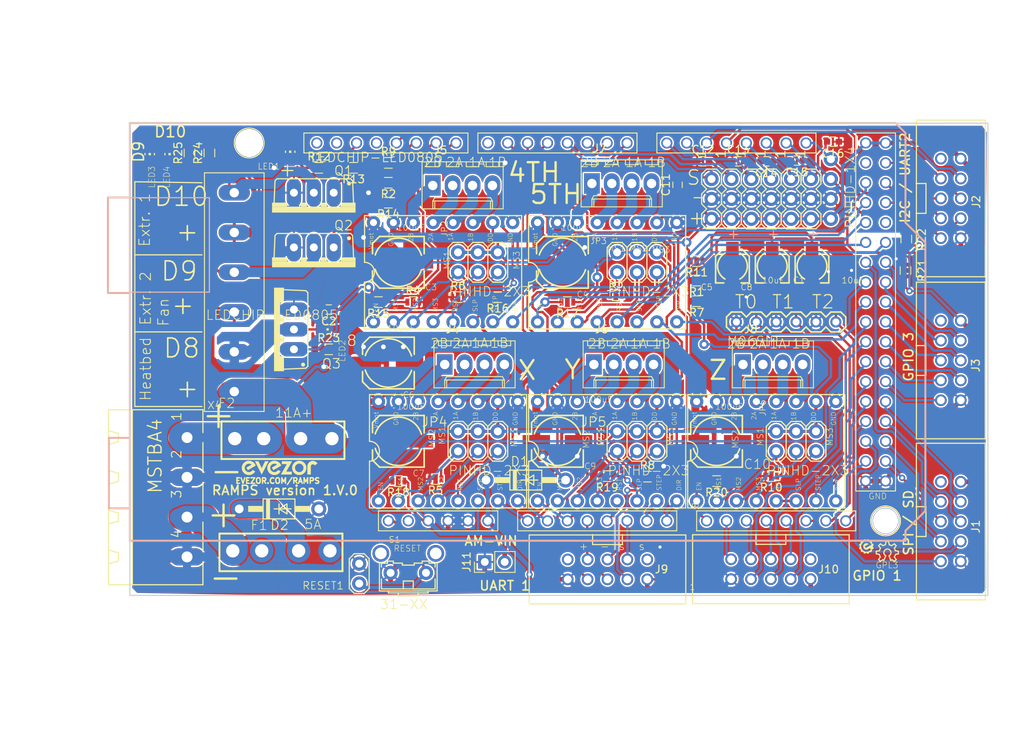
<source format=kicad_pcb>
(kicad_pcb (version 20171130) (host pcbnew "(5.0-dev-4069-g322ce84fb)")
  (layers (0 Top signal) (31 Bottom signal) (34 B.Paste user) (35 F.Paste user) (36 B.SilkS user) (37 F.SilkS user) (38 B.Mask user) (39 F.Mask user) (44 Edge.Cuts user))
  (net 0 "")
  (net 1 GND)
  (net 2 N$6)
  (net 3 VCC)
  (net 4 N$19)
  (net 5 +12V)
  (net 6 N$17)
  (net 7 N$25)
  (net 8 E0-STEP)
  (net 9 E0-EN)
  (net 10 E0-DIR)
  (net 11 X-EN)
  (net 12 X-STEP)
  (net 13 X-DIR)
  (net 14 Y-EN)
  (net 15 Y-STEP)
  (net 16 Y-DIR)
  (net 17 X-MIN)
  (net 18 Y-MIN)
  (net 19 Z-MIN)
  (net 20 X-MAX)
  (net 21 Y-MAX)
  (net 22 Z-MAX)
  (net 23 E1-STEP)
  (net 24 E1-EN)
  (net 25 THERM0)
  (net 26 LED)
  (net 27 RESET)
  (net 28 THERM1)
  (net 29 AM-VIN)
  (net 30 D10)
  (net 31 N$1)
  (net 32 N$7)
  (net 33 D43)
  (net 34 D45)
  (net 35 D47)
  (net 36 D49)
  (net 37 D53)
  (net 38 D41)
  (net 39 D39)
  (net 40 D37)
  (net 41 D35)
  (net 42 D33)
  (net 43 D31)
  (net 44 D29)
  (net 45 D27)
  (net 46 D25)
  (net 47 D23)
  (net 48 D4)
  (net 49 D5)
  (net 50 D8)
  (net 51 D9)
  (net 52 N$5)
  (net 53 N$9)
  (net 54 N$14)
  (net 55 N$15)
  (net 56 N$31)
  (net 57 N$33)
  (net 58 N$34)
  (net 59 N$35)
  (net 60 SDA)
  (net 61 SCL)
  (net 62 N$37)
  (net 63 N$38)
  (net 64 N$39)
  (net 65 N$40)
  (net 66 D16)
  (net 67 D17)
  (net 68 E1-DIR)
  (net 69 Z-EN)
  (net 70 Z-STEP)
  (net 71 Z-DIR)
  (net 72 MISO)
  (net 73 SCK)
  (net 74 MOSI)
  (net 75 THERM2)
  (net 76 D32)
  (net 77 D1)
  (net 78 D2)
  (net 79 D12)
  (net 80 D6)
  (net 81 A3)
  (net 82 A4)
  (net 83 A5)
  (net 84 A10)
  (net 85 A11)
  (net 86 A9)
  (net 87 D40)
  (net 88 D42)
  (net 89 D44)
  (net 90 A12)
  (net 91 N$46)
  (net 92 N$47)
  (net 93 N$48)
  (net 94 N$49)
  (net 95 N$53)
  (net 96 N$54)
  (net 97 N$32)
  (net 98 N$45)
  (net 99 N$50)
  (net 100 N$51)
  (net 101 D11)
  (net 102 "Net-(U1-PadGND@2)")
  (net 103 "Net-(U1-PadD22)")
  (net 104 "Net-(U1-PadD7)")
  (net 105 "Net-(U1-PadAREF)")
  (net 106 "Net-(U1-Pad3.3V)")
  (net 107 "Net-(J4-Pad4)")
  (net 108 "Net-(J4-Pad3)")
  (net 109 "Net-(J4-Pad2)")
  (net 110 "Net-(J4-Pad1)")
  (net 111 "Net-(J5-Pad4)")
  (net 112 "Net-(J5-Pad3)")
  (net 113 "Net-(J5-Pad2)")
  (net 114 "Net-(J5-Pad1)")
  (net 115 "Net-(J6-Pad1)")
  (net 116 "Net-(J6-Pad2)")
  (net 117 "Net-(J6-Pad3)")
  (net 118 "Net-(J6-Pad4)")
  (net 119 "Net-(J7-Pad1)")
  (net 120 "Net-(J7-Pad2)")
  (net 121 "Net-(J7-Pad3)")
  (net 122 "Net-(J7-Pad4)")
  (net 123 "Net-(J8-Pad4)")
  (net 124 "Net-(J8-Pad3)")
  (net 125 "Net-(J8-Pad2)")
  (net 126 "Net-(J8-Pad1)")
  (net 127 "Net-(J9-Pad9)")
  (net 128 "Net-(J9-Pad1)")
  (net 129 "Net-(J10-Pad1)")
  (net 130 "Net-(J1-Pad1)")
  (net 131 "Net-(J2-Pad1)")
  (net 132 "Net-(J3-Pad1)")
  (module RAMPS_1.4.2:2X03 (layer Top) (at 142.15735 115.4761)
    (fp_text reference JP4 (at -3.81 -3.175) (layer F.SilkS) (effects (font (size 1.2065 1.2065) (thickness 0.12065)) (justify right top)))
    (fp_text value PINHD-2X3 (at -3.81 4.445) (layer F.SilkS) (effects (font (size 1.2065 1.2065) (thickness 0.09652)) (justify left bottom)))
    (pad 6 thru_hole circle (at 2.54 -1.27) (size 1.816 1.816) (drill 1.016) (layers *.Cu *.Mask) (net 3 VCC))
    (pad 5 thru_hole circle (at 2.54 1.27) (size 1.816 1.816) (drill 1.016) (layers *.Cu *.Mask) (net 4 N$19))
    (pad 4 thru_hole circle (at 0 -1.27) (size 1.816 1.816) (drill 1.016) (layers *.Cu *.Mask) (net 3 VCC))
    (pad 3 thru_hole circle (at 0 1.27) (size 1.816 1.816) (drill 1.016) (layers *.Cu *.Mask) (net 55 N$15))
    (pad 2 thru_hole circle (at -2.54 -1.27) (size 1.816 1.816) (drill 1.016) (layers *.Cu *.Mask) (net 3 VCC))
    (pad 1 thru_hole circle (at -2.54 1.27) (size 1.816 1.816) (drill 1.016) (layers *.Cu *.Mask) (net 54 N$14))
  )
  (module ASSETS3:FUSE_MCCQ-122 (layer Top) (at 117.5512 129.4638)
    (fp_text reference F1 (at -4.4958 -2.5654) (layer F.SilkS) (effects (font (size 1.2065 1.2065) (thickness 0.09652)) (justify left bottom)))
    (fp_text value FUSE_MCCQ-122 hide)
    (pad 1-1 thru_hole circle (at -6.7 0) (size 3 3) (drill 1.7) (layers *.Cu *.Mask) (net 96 N$54))
    (pad 1-2 thru_hole circle (at -3 0) (size 3 3) (drill 1.7) (layers *.Cu *.Mask) (net 96 N$54))
    (pad 2-2 thru_hole circle (at 1.71 0) (size 3 3) (drill 1.7) (layers *.Cu *.Mask) (net 5 +12V))
    (pad 2-1 thru_hole circle (at 5.71 0) (size 3 3) (drill 1.7) (layers *.Cu *.Mask) (net 5 +12V))
  )
  (module ASSETS3:FUSE_MCCQ-122 (layer Top) (at 117.8052 115.1382)
    (fp_text reference F2 (at -8.89 -3.81) (layer F.SilkS) (effects (font (size 1.2065 1.2065) (thickness 0.09652)) (justify left bottom)))
    (fp_text value FUSE_MCCQ-122 hide)
    (pad 1-1 thru_hole circle (at -6.7 0) (size 3 3) (drill 1.7) (layers *.Cu *.Mask) (net 95 N$53))
    (pad 1-2 thru_hole circle (at -3 0) (size 3 3) (drill 1.7) (layers *.Cu *.Mask) (net 95 N$53))
    (pad 2-2 thru_hole circle (at 1.71 0) (size 3 3) (drill 1.7) (layers *.Cu *.Mask) (net 5 +12V))
    (pad 2-1 thru_hole circle (at 5.71 0) (size 3 3) (drill 1.7) (layers *.Cu *.Mask) (net 5 +12V))
  )
  (module ASSETS:10_PIN_IDC (layer Top) (at 202.565 84.455 270)
    (fp_text reference J2 (at 0.4445 -3.2385 270) (layer F.SilkS))
    (fp_text value Conn_02x05_Odd_Even)
    (pad 10 thru_hole circle (at 5.08 -1.27 270) (size 1.5 1.5) (drill 1) (layers *.Cu *.Mask) (net 1 GND))
    (pad 9 thru_hole circle (at 5.08 1.27 270) (size 1.5 1.5) (drill 1) (layers *.Cu *.Mask) (net 61 SCL))
    (pad 8 thru_hole circle (at 2.54 -1.27 270) (size 1.5 1.5) (drill 1) (layers *.Cu *.Mask) (net 60 SDA))
    (pad 7 thru_hole circle (at 2.54 1.27 270) (size 1.5 1.5) (drill 1) (layers *.Cu *.Mask) (net 45 D27))
    (pad 6 thru_hole circle (at 0 -1.27 270) (size 1.5 1.5) (drill 1) (layers *.Cu *.Mask) (net 46 D25))
    (pad 5 thru_hole circle (at 0 1.27 270) (size 1.5 1.5) (drill 1) (layers *.Cu *.Mask) (net 67 D17))
    (pad 4 thru_hole circle (at -2.54 -1.27 270) (size 1.5 1.5) (drill 1) (layers *.Cu *.Mask) (net 66 D16))
    (pad 3 thru_hole circle (at -2.54 1.27 270) (size 1.5 1.5) (drill 1) (layers *.Cu *.Mask) (net 47 D23))
    (pad 2 thru_hole circle (at -5.08 -1.27 270) (size 1.5 1.5) (drill 1) (layers *.Cu *.Mask) (net 3 VCC))
    (pad 1 thru_hole circle (at -5.08 1.27 270) (size 1.5 1.5) (drill 1) (layers *.Cu *.Mask) (net 131 "Net-(J2-Pad1)"))
  )
  (module ASSETS:10_PIN_IDC (layer Top) (at 202.565 125.73 270)
    (fp_text reference J1 (at 0.635 -3.175 270) (layer F.SilkS))
    (fp_text value Conn_02x05_Odd_Even)
    (pad 10 thru_hole circle (at 5.08 -1.27 270) (size 1.5 1.5) (drill 1) (layers *.Cu *.Mask) (net 1 GND))
    (pad 9 thru_hole circle (at 5.08 1.27 270) (size 1.5 1.5) (drill 1) (layers *.Cu *.Mask) (net 73 SCK))
    (pad 8 thru_hole circle (at 2.54 -1.27 270) (size 1.5 1.5) (drill 1) (layers *.Cu *.Mask) (net 72 MISO))
    (pad 7 thru_hole circle (at 2.54 1.27 270) (size 1.5 1.5) (drill 1) (layers *.Cu *.Mask) (net 74 MOSI))
    (pad 6 thru_hole circle (at 0 -1.27 270) (size 1.5 1.5) (drill 1) (layers *.Cu *.Mask) (net 36 D49))
    (pad 5 thru_hole circle (at 0 1.27 270) (size 1.5 1.5) (drill 1) (layers *.Cu *.Mask) (net 37 D53))
    (pad 4 thru_hole circle (at -2.54 -1.27 270) (size 1.5 1.5) (drill 1) (layers *.Cu *.Mask) (net 35 D47))
    (pad 3 thru_hole circle (at -2.54 1.27 270) (size 1.5 1.5) (drill 1) (layers *.Cu *.Mask) (net 76 D32))
    (pad 2 thru_hole circle (at -5.08 -1.27 270) (size 1.5 1.5) (drill 1) (layers *.Cu *.Mask) (net 3 VCC))
    (pad 1 thru_hole circle (at -5.08 1.27 270) (size 1.5 1.5) (drill 1) (layers *.Cu *.Mask) (net 130 "Net-(J1-Pad1)"))
  )
  (module ASSETS:10_PIN_IDC (layer Top) (at 202.565 105.156 270)
    (fp_text reference J3 (at 0.635 -3.175 270) (layer F.SilkS))
    (fp_text value Conn_02x05_Odd_Even)
    (pad 10 thru_hole circle (at 5.08 -1.27 270) (size 1.5 1.5) (drill 1) (layers *.Cu *.Mask) (net 1 GND))
    (pad 9 thru_hole circle (at 5.08 1.27 270) (size 1.5 1.5) (drill 1) (layers *.Cu *.Mask) (net 34 D45))
    (pad 8 thru_hole circle (at 2.54 -1.27 270) (size 1.5 1.5) (drill 1) (layers *.Cu *.Mask) (net 38 D41))
    (pad 7 thru_hole circle (at 2.54 1.27 270) (size 1.5 1.5) (drill 1) (layers *.Cu *.Mask) (net 33 D43))
    (pad 6 thru_hole circle (at 0 -1.27 270) (size 1.5 1.5) (drill 1) (layers *.Cu *.Mask) (net 40 D37))
    (pad 5 thru_hole circle (at 0 1.27 270) (size 1.5 1.5) (drill 1) (layers *.Cu *.Mask) (net 39 D39))
    (pad 4 thru_hole circle (at -2.54 -1.27 270) (size 1.5 1.5) (drill 1) (layers *.Cu *.Mask) (net 42 D33))
    (pad 3 thru_hole circle (at -2.54 1.27 270) (size 1.5 1.5) (drill 1) (layers *.Cu *.Mask) (net 41 D35))
    (pad 2 thru_hole circle (at -5.08 -1.27 270) (size 1.5 1.5) (drill 1) (layers *.Cu *.Mask) (net 3 VCC))
    (pad 1 thru_hole circle (at -5.08 1.27 270) (size 1.5 1.5) (drill 1) (layers *.Cu *.Mask) (net 132 "Net-(J3-Pad1)"))
  )
  (module Resistors_SMD:R_0603 (layer Top) (at 131.99735 120.5561 180)
    (fp_text reference R18 (at 0 -1.45 180) (layer F.SilkS))
    (fp_text value 10k)
    (pad 1 smd rect (at -0.75 0 180) (size 0.5 0.9) (layers Top F.Paste F.Mask) (net 3 VCC))
    (pad 2 smd rect (at 0.75 0 180) (size 0.5 0.9) (layers Top F.Paste F.Mask) (net 11 X-EN))
  )
  (module Resistors_SMD:R_0603 (layer Top) (at 170.09735 92.4575 180)
    (fp_text reference R11 (at 0 -1.45 180) (layer F.SilkS))
    (fp_text value 4.7K)
    (pad 1 smd rect (at -0.75 0 180) (size 0.5 0.9) (layers Top F.Paste F.Mask) (net 75 THERM2))
    (pad 2 smd rect (at 0.75 0 180) (size 0.5 0.9) (layers Top F.Paste F.Mask) (net 3 VCC))
  )
  (module Resistors_SMD:R_0603 (layer Top) (at 139.61735 97.0611)
    (fp_text reference R6 (at 0 -1.45) (layer F.SilkS))
    (fp_text value 100k)
    (pad 1 smd rect (at -0.75 0) (size 0.5 0.9) (layers Top F.Paste F.Mask) (net 1 GND))
    (pad 2 smd rect (at 0.75 0) (size 0.5 0.9) (layers Top F.Paste F.Mask) (net 52 N$5))
  )
  (module Resistors_SMD:R_0603 (layer Top) (at 179.62235 119.9211 180)
    (fp_text reference R10 (at 0 -1.45 180) (layer F.SilkS))
    (fp_text value 100k)
    (pad 1 smd rect (at -0.75 0 180) (size 0.5 0.9) (layers Top F.Paste F.Mask) (net 65 N$40))
    (pad 2 smd rect (at 0.75 0 180) (size 0.5 0.9) (layers Top F.Paste F.Mask) (net 1 GND))
  )
  (module Resistors_SMD:R_0603 (layer Top) (at 130.72735 79.9161)
    (fp_text reference R9 (at 0 -1.45) (layer F.SilkS))
    (fp_text value 100k)
    (pad 1 smd rect (at -0.75 0) (size 0.5 0.9) (layers Top F.Paste F.Mask) (net 30 D10))
    (pad 2 smd rect (at 0.75 0) (size 0.5 0.9) (layers Top F.Paste F.Mask) (net 1 GND))
  )
  (module Resistors_SMD:R_0603 (layer Top) (at 163.81085 119.9846)
    (fp_text reference R8 (at 0 -1.45) (layer F.SilkS))
    (fp_text value 100k)
    (pad 1 smd rect (at -0.75 0) (size 0.5 0.9) (layers Top F.Paste F.Mask) (net 57 N$33))
    (pad 2 smd rect (at 0.75 0) (size 0.5 0.9) (layers Top F.Paste F.Mask) (net 1 GND))
  )
  (module Resistors_SMD:R_0603 (layer Top) (at 170.09735 97.5823 180)
    (fp_text reference R7 (at 0 -1.45 180) (layer F.SilkS))
    (fp_text value 4.7K)
    (pad 1 smd rect (at -0.75 0 180) (size 0.5 0.9) (layers Top F.Paste F.Mask) (net 25 THERM0))
    (pad 2 smd rect (at 0.75 0 180) (size 0.5 0.9) (layers Top F.Paste F.Mask) (net 3 VCC))
  )
  (module Resistors_SMD:R_0603 (layer Top) (at 130.72735 82.4561 180)
    (fp_text reference R2 (at 0 -1.45 180) (layer F.SilkS))
    (fp_text value 100k)
    (pad 1 smd rect (at -0.75 0 180) (size 0.5 0.9) (layers Top F.Paste F.Mask) (net 51 D9))
    (pad 2 smd rect (at 0.75 0 180) (size 0.5 0.9) (layers Top F.Paste F.Mask) (net 1 GND))
  )
  (module Resistors_SMD:R_0603 (layer Top) (at 159.78525 96.8101)
    (fp_text reference R3 (at 0 -1.45) (layer F.SilkS))
    (fp_text value 100k)
    (pad 1 smd rect (at -0.75 0) (size 0.5 0.9) (layers Top F.Paste F.Mask) (net 7 N$25))
    (pad 2 smd rect (at 0.75 0) (size 0.5 0.9) (layers Top F.Paste F.Mask) (net 1 GND))
  )
  (module Resistors_SMD:R_0603 (layer Top) (at 133.90235 97.6961)
    (fp_text reference R4 (at 0 -1.45) (layer F.SilkS))
    (fp_text value 100k)
    (pad 1 smd rect (at -0.75 0) (size 0.5 0.9) (layers Top F.Paste F.Mask) (net 50 D8))
    (pad 2 smd rect (at 0.75 0) (size 0.5 0.9) (layers Top F.Paste F.Mask) (net 1 GND))
  )
  (module Resistors_SMD:R_0603 (layer Top) (at 136.7442 120.2944 180)
    (fp_text reference R5 (at 0 -1.45 180) (layer F.SilkS))
    (fp_text value 100k)
    (pad 1 smd rect (at -0.75 0 180) (size 0.5 0.9) (layers Top F.Paste F.Mask) (net 54 N$14))
    (pad 2 smd rect (at 0.75 0 180) (size 0.5 0.9) (layers Top F.Paste F.Mask) (net 1 GND))
  )
  (module Resistors_SMD:R_0603 (layer Top) (at 107.86735 78.6461 90)
    (fp_text reference R24 (at 0 -1.45 90) (layer F.SilkS))
    (fp_text value 1.8K)
    (pad 1 smd rect (at -0.75 0 90) (size 0.5 0.9) (layers Top F.Paste F.Mask) (net 5 +12V))
    (pad 2 smd rect (at 0.75 0 90) (size 0.5 0.9) (layers Top F.Paste F.Mask) (net 98 N$45))
  )
  (module Resistors_SMD:R_0603 (layer Top) (at 123.10735 103.7286)
    (fp_text reference R23 (at 0 -1.45) (layer F.SilkS))
    (fp_text value 1.8K)
    (pad 1 smd rect (at -0.75 0) (size 0.5 0.9) (layers Top F.Paste F.Mask) (net 5 +12V))
    (pad 2 smd rect (at 0.75 0) (size 0.5 0.9) (layers Top F.Paste F.Mask) (net 97 N$32))
  )
  (module Resistors_SMD:R_0603 (layer Top) (at 126.28235 80.5511 180)
    (fp_text reference R13 (at 0 -1.45 180) (layer F.SilkS))
    (fp_text value 10r)
    (pad 1 smd rect (at -0.75 0 180) (size 0.5 0.9) (layers Top F.Paste F.Mask) (net 30 D10))
    (pad 2 smd rect (at 0.75 0 180) (size 0.5 0.9) (layers Top F.Paste F.Mask) (net 93 N$48))
  )
  (module Resistors_SMD:R_0603 (layer Top) (at 196.8754 89.6486 270)
    (fp_text reference R22 (at 0.0769 -1.9812 270) (layer F.SilkS))
    (fp_text value 4.7K)
    (pad 1 smd rect (at -0.75 0 270) (size 0.5 0.9) (layers Top F.Paste F.Mask) (net 61 SCL))
    (pad 2 smd rect (at 0.75 0 270) (size 0.5 0.9) (layers Top F.Paste F.Mask) (net 3 VCC))
  )
  (module Resistors_SMD:R_0603 (layer Top) (at 129.45735 97.6961 180)
    (fp_text reference R15 (at 0 -1.45 180) (layer F.SilkS))
    (fp_text value 10r)
    (pad 1 smd rect (at -0.75 0 180) (size 0.5 0.9) (layers Top F.Paste F.Mask) (net 50 D8))
    (pad 2 smd rect (at 0.75 0 180) (size 0.5 0.9) (layers Top F.Paste F.Mask) (net 94 N$49))
  )
  (module Resistors_SMD:R_0603 (layer Top) (at 144.69735 97.0611 180)
    (fp_text reference R16 (at 0 -1.45 180) (layer F.SilkS))
    (fp_text value 10k)
    (pad 1 smd rect (at -0.75 0 180) (size 0.5 0.9) (layers Top F.Paste F.Mask) (net 3 VCC))
    (pad 2 smd rect (at 0.75 0 180) (size 0.5 0.9) (layers Top F.Paste F.Mask) (net 9 E0-EN))
  )
  (module Resistors_SMD:R_0603 (layer Top) (at 153.58735 97.6961 180)
    (fp_text reference R17 (at 0 -1.45 180) (layer F.SilkS))
    (fp_text value 10k)
    (pad 1 smd rect (at -0.75 0 180) (size 0.5 0.9) (layers Top F.Paste F.Mask) (net 3 VCC))
    (pad 2 smd rect (at 0.75 0 180) (size 0.5 0.9) (layers Top F.Paste F.Mask) (net 24 E1-EN))
  )
  (module Resistors_SMD:R_0603 (layer Top) (at 158.66735 119.9211 180)
    (fp_text reference R19 (at 0 -1.45 180) (layer F.SilkS))
    (fp_text value 10k)
    (pad 1 smd rect (at -0.75 0 180) (size 0.5 0.9) (layers Top F.Paste F.Mask) (net 3 VCC))
    (pad 2 smd rect (at 0.75 0 180) (size 0.5 0.9) (layers Top F.Paste F.Mask) (net 14 Y-EN))
  )
  (module Resistors_SMD:R_0603 (layer Top) (at 196.7738 93.6618 270)
    (fp_text reference R21 (at 0 -2.1209 270) (layer F.SilkS))
    (fp_text value 4.7K)
    (pad 1 smd rect (at -0.75 0 270) (size 0.5 0.9) (layers Top F.Paste F.Mask) (net 60 SDA))
    (pad 2 smd rect (at 0.75 0 270) (size 0.5 0.9) (layers Top F.Paste F.Mask) (net 3 VCC))
  )
  (module Resistors_SMD:R_0603 (layer Top) (at 121.83735 80.5511)
    (fp_text reference R12 (at 0 -1.45) (layer F.SilkS))
    (fp_text value 1K)
    (pad 1 smd rect (at -0.75 0) (size 0.5 0.9) (layers Top F.Paste F.Mask) (net 91 N$46))
    (pad 2 smd rect (at 0.75 0) (size 0.5 0.9) (layers Top F.Paste F.Mask) (net 26 LED))
  )
  (module Resistors_SMD:R_0603 (layer Top) (at 105.32735 78.6461 90)
    (fp_text reference R25 (at 0 -1.45 90) (layer F.SilkS))
    (fp_text value 1.8K)
    (pad 1 smd rect (at -0.75 0 90) (size 0.5 0.9) (layers Top F.Paste F.Mask) (net 5 +12V))
    (pad 2 smd rect (at 0.75 0 90) (size 0.5 0.9) (layers Top F.Paste F.Mask) (net 99 N$50))
  )
  (module Resistors_SMD:R_0603 (layer Top) (at 172.63735 120.5561 180)
    (fp_text reference R20 (at 0 -1.45 180) (layer F.SilkS))
    (fp_text value 10k)
    (pad 1 smd rect (at -0.75 0 180) (size 0.5 0.9) (layers Top F.Paste F.Mask) (net 3 VCC))
    (pad 2 smd rect (at 0.75 0 180) (size 0.5 0.9) (layers Top F.Paste F.Mask) (net 69 Z-EN))
  )
  (module Resistors_SMD:R_0603 (layer Top) (at 170.09735 94.9449 180)
    (fp_text reference R1 (at 0 -1.45 180) (layer F.SilkS))
    (fp_text value 4.7K)
    (pad 1 smd rect (at -0.75 0 180) (size 0.5 0.9) (layers Top F.Paste F.Mask) (net 28 THERM1))
    (pad 2 smd rect (at 0.75 0 180) (size 0.5 0.9) (layers Top F.Paste F.Mask) (net 3 VCC))
  )
  (module Resistors_SMD:R_0603 (layer Top) (at 130.72735 84.9961 180)
    (fp_text reference R14 (at 0 -1.45 180) (layer F.SilkS))
    (fp_text value 10r)
    (pad 1 smd rect (at -0.75 0 180) (size 0.5 0.9) (layers Top F.Paste F.Mask) (net 51 D9))
    (pad 2 smd rect (at 0.75 0 180) (size 0.5 0.9) (layers Top F.Paste F.Mask) (net 92 N$47))
  )
  (module Capacitors_SMD:C_0603 (layer Top) (at 167.65735 82.7161 90)
    (fp_text reference C11 (at 0 -1.5 90) (layer F.SilkS))
    (fp_text value C-EUC0805)
    (pad 2 smd rect (at 0.75 0 90) (size 0.8 0.75) (layers Top F.Paste F.Mask) (net 17 X-MIN))
    (pad 1 smd rect (at -0.75 0 90) (size 0.8 0.75) (layers Top F.Paste F.Mask) (net 1 GND))
  )
  (module Capacitors_SMD:C_0603 (layer Top) (at 123.10735 98.6486 180)
    (fp_text reference C2 (at 0 -1.5 180) (layer F.SilkS))
    (fp_text value 100nF)
    (pad 2 smd rect (at 0.75 0 180) (size 0.8 0.75) (layers Top F.Paste F.Mask) (net 1 GND))
    (pad 1 smd rect (at -0.75 0 180) (size 0.8 0.75) (layers Top F.Paste F.Mask) (net 5 +12V))
  )
  (module Capacitors_SMD:C_0603 (layer Top) (at 170.90735 79.7161)
    (fp_text reference C12 (at 0 -1.5) (layer F.SilkS))
    (fp_text value C-EUC0805)
    (pad 2 smd rect (at 0.75 0) (size 0.8 0.75) (layers Top F.Paste F.Mask) (net 20 X-MAX))
    (pad 1 smd rect (at -0.75 0) (size 0.8 0.75) (layers Top F.Paste F.Mask) (net 1 GND))
  )
  (module Capacitors_SMD:C_0603 (layer Top) (at 175.40735 79.7161)
    (fp_text reference C13 (at 0 -1.5) (layer F.SilkS))
    (fp_text value C-EUC0805)
    (pad 2 smd rect (at 0.75 0) (size 0.8 0.75) (layers Top F.Paste F.Mask) (net 18 Y-MIN))
    (pad 1 smd rect (at -0.75 0) (size 0.8 0.75) (layers Top F.Paste F.Mask) (net 1 GND))
  )
  (module Capacitors_SMD:C_0603 (layer Top) (at 179.00735 79.7161 180)
    (fp_text reference C14 (at 0 -1.5 180) (layer F.SilkS))
    (fp_text value C-EUC0805)
    (pad 2 smd rect (at 0.75 0 180) (size 0.8 0.75) (layers Top F.Paste F.Mask) (net 21 Y-MAX))
    (pad 1 smd rect (at -0.75 0 180) (size 0.8 0.75) (layers Top F.Paste F.Mask) (net 1 GND))
  )
  (module Capacitors_SMD:C_0603 (layer Top) (at 187.50735 77.2161 180)
    (fp_text reference C16 (at 0 -1.5 180) (layer F.SilkS))
    (fp_text value C-EUC0805)
    (pad 2 smd rect (at 0.75 0 180) (size 0.8 0.75) (layers Top F.Paste F.Mask) (net 22 Z-MAX))
    (pad 1 smd rect (at -0.75 0 180) (size 0.8 0.75) (layers Top F.Paste F.Mask) (net 1 GND))
  )
  (module Capacitors_SMD:C_0603 (layer Top) (at 182.90735 79.6161 180)
    (fp_text reference C15 (at 0 -1.5 180) (layer F.SilkS))
    (fp_text value C-EUC0805)
    (pad 2 smd rect (at 0.75 0 180) (size 0.8 0.75) (layers Top F.Paste F.Mask) (net 19 Z-MIN))
    (pad 1 smd rect (at -0.75 0 180) (size 0.8 0.75) (layers Top F.Paste F.Mask) (net 1 GND))
  )
  (module ASSETS3:282837-6 (layer Top) (at 111.04235 96.4261)
    (fp_text reference U$2 hide)
    (fp_text value 282837-6 hide)
    (pad P$1 thru_hole oval (at 0 12.7) (size 4 2) (drill 1.2) (layers *.Cu *.Mask) (net 5 +12V))
    (pad P$2 thru_hole oval (at 0 7.62) (size 4 2) (drill 1.2) (layers *.Cu *.Mask) (net 100 N$51))
    (pad P$3 thru_hole oval (at 0 2.54) (size 4 2) (drill 1.2) (layers *.Cu *.Mask) (net 5 +12V))
    (pad P$4 thru_hole oval (at 0 -2.54) (size 4 2) (drill 1.2) (layers *.Cu *.Mask) (net 31 N$1))
    (pad P$5 thru_hole oval (at 0 -7.62) (size 4 2) (drill 1.2) (layers *.Cu *.Mask) (net 5 +12V))
    (pad P$6 thru_hole oval (at 0 -12.7) (size 4 2) (drill 1.2) (layers *.Cu *.Mask) (net 32 N$7))
  )
  (module ASSETS3:evezor_18 (layer Top) (at 116.84 118.872)
    (fp_text reference G*** hide)
    (fp_text value LOGO hide)
  )
  (module ASSETS3:GEAR_18 (layer Top) (at 191.77 128.905)
    (fp_text reference G*** hide)
    (fp_text value LOGO hide)
  )
  (module ASSETS:10_PIN_IDC (layer Top) (at 158.7119 131.8387 180)
    (fp_text reference J9 (at -6.8961 0.0127 180) (layer F.SilkS))
    (fp_text value Conn_02x05_Odd_Even)
    (pad 10 thru_hole circle (at 5.08 -1.27 180) (size 1.5 1.5) (drill 1) (layers *.Cu *.Mask) (net 1 GND))
    (pad 9 thru_hole circle (at 5.08 1.27 180) (size 1.5 1.5) (drill 1) (layers *.Cu *.Mask) (net 127 "Net-(J9-Pad9)"))
    (pad 8 thru_hole circle (at 2.54 -1.27 180) (size 1.5 1.5) (drill 1) (layers *.Cu *.Mask) (net 49 D5))
    (pad 7 thru_hole circle (at 2.54 1.27 180) (size 1.5 1.5) (drill 1) (layers *.Cu *.Mask) (net 81 A3))
    (pad 6 thru_hole circle (at 0 -1.27 180) (size 1.5 1.5) (drill 1) (layers *.Cu *.Mask) (net 48 D4))
    (pad 5 thru_hole circle (at 0 1.27 180) (size 1.5 1.5) (drill 1) (layers *.Cu *.Mask) (net 77 D1))
    (pad 4 thru_hole circle (at -2.54 -1.27 180) (size 1.5 1.5) (drill 1) (layers *.Cu *.Mask) (net 78 D2))
    (pad 3 thru_hole circle (at -2.54 1.27 180) (size 1.5 1.5) (drill 1) (layers *.Cu *.Mask) (net 83 A5))
    (pad 2 thru_hole circle (at -5.08 -1.27 180) (size 1.5 1.5) (drill 1) (layers *.Cu *.Mask) (net 3 VCC))
    (pad 1 thru_hole circle (at -5.08 1.27 180) (size 1.5 1.5) (drill 1) (layers *.Cu *.Mask) (net 128 "Net-(J9-Pad1)"))
  )
  (module ASSETS:10_PIN_IDC (layer Top) (at 179.578 131.8133 180)
    (fp_text reference J10 (at -7.366 -0.0127 180) (layer F.SilkS))
    (fp_text value Conn_02x05_Odd_Even)
    (pad 10 thru_hole circle (at 5.08 -1.27 180) (size 1.5 1.5) (drill 1) (layers *.Cu *.Mask) (net 1 GND))
    (pad 9 thru_hole circle (at 5.08 1.27 180) (size 1.5 1.5) (drill 1) (layers *.Cu *.Mask) (net 86 A9))
    (pad 8 thru_hole circle (at 2.54 -1.27 180) (size 1.5 1.5) (drill 1) (layers *.Cu *.Mask) (net 87 D40))
    (pad 7 thru_hole circle (at 2.54 1.27 180) (size 1.5 1.5) (drill 1) (layers *.Cu *.Mask) (net 84 A10))
    (pad 6 thru_hole circle (at 0 -1.27 180) (size 1.5 1.5) (drill 1) (layers *.Cu *.Mask) (net 88 D42))
    (pad 5 thru_hole circle (at 0 1.27 180) (size 1.5 1.5) (drill 1) (layers *.Cu *.Mask) (net 85 A11))
    (pad 4 thru_hole circle (at -2.54 -1.27 180) (size 1.5 1.5) (drill 1) (layers *.Cu *.Mask) (net 89 D44))
    (pad 3 thru_hole circle (at -2.54 1.27 180) (size 1.5 1.5) (drill 1) (layers *.Cu *.Mask) (net 90 A12))
    (pad 2 thru_hole circle (at -5.08 -1.27 180) (size 1.5 1.5) (drill 1) (layers *.Cu *.Mask) (net 3 VCC))
    (pad 1 thru_hole circle (at -5.08 1.27 180) (size 1.5 1.5) (drill 1) (layers *.Cu *.Mask) (net 129 "Net-(J10-Pad1)"))
  )
  (module CHIP-LED0805 (layer Top) (at 102.78735 78.6461 180)
    (fp_text reference LED4 (at -0.08265 -4.5389 90) (layer F.SilkS) (effects (font (size 0.77216 0.77216) (thickness 0.061772)) (justify left bottom)))
    (fp_text value LEDCHIP-LED0805)
    (pad A smd rect (at 0 1.05 180) (size 1.2 1.2) (layers Top F.Paste F.Mask) (net 99 N$50))
    (pad C smd rect (at 0 -1.05 180) (size 1.2 1.2) (layers Top F.Paste F.Mask) (net 32 N$7))
  )
  (module CHIP-LED0805 (layer Top) (at 100.24735 78.6461 180)
    (fp_text reference LED3 (at -0.71765 -4.5389 90) (layer F.SilkS) (effects (font (size 0.77216 0.77216) (thickness 0.061772)) (justify left bottom)))
    (fp_text value LEDCHIP-LED0805)
    (pad A smd rect (at 0 1.05 180) (size 1.2 1.2) (layers Top F.Paste F.Mask) (net 98 N$45))
    (pad C smd rect (at 0 -1.05 180) (size 1.2 1.2) (layers Top F.Paste F.Mask) (net 31 N$1))
  )
  (module CHIP-LED0805 (layer Top) (at 123.10735 101.1886 90)
    (fp_text reference LED2 (at -1.27 1.27 90) (layer F.SilkS) (effects (font (size 0.77216 0.77216) (thickness 0.061772)) (justify right top)))
    (fp_text value LEDCHIP-LED0805 (at 2.54 1.27) (layer F.SilkS) (effects (font (size 1.2065 1.2065) (thickness 0.09652)) (justify right top)))
    (pad A smd rect (at 0 1.05 90) (size 1.2 1.2) (layers Top F.Paste F.Mask) (net 97 N$32))
    (pad C smd rect (at 0 -1.05 90) (size 1.2 1.2) (layers Top F.Paste F.Mask) (net 100 N$51))
  )
  (module CHIP-LED0805 (layer Top) (at 118.18615 78.6461)
    (fp_text reference LED1 (at -1.27 1.27) (layer F.SilkS) (effects (font (size 0.77216 0.77216) (thickness 0.077216)) (justify right top)))
    (fp_text value LEDCHIP-LED0805 (at 2.54 1.27) (layer F.SilkS) (effects (font (size 1.2065 1.2065) (thickness 0.12065)) (justify left bottom)))
    (pad A smd rect (at 0 1.05) (size 1.2 1.2) (layers Top F.Paste F.Mask) (net 91 N$46))
    (pad C smd rect (at 0 -1.05) (size 1.2 1.2) (layers Top F.Paste F.Mask) (net 1 GND))
  )
  (module 153CLV-0605 (layer Top) (at 131.99735 115.4761 180)
    (fp_text reference C7 (at -3.39 -3.63) (layer F.SilkS) (effects (font (size 0.77216 0.77216) (thickness 0.061772)) (justify right top)))
    (fp_text value 100uF (at -3.425 4.885) (layer F.SilkS) (effects (font (size 0.77216 0.77216) (thickness 0.061772)) (justify right top)))
    (pad - smd rect (at -2.7 0 180) (size 3.5 1.6) (layers Top F.Paste F.Mask) (net 1 GND))
    (pad + smd rect (at 2.7 0 180) (size 3.5 1.6) (layers Top F.Paste F.Mask) (net 5 +12V))
  )
  (module 153CLV-0405 (layer Top) (at 179.74935 93.0987 90)
    (fp_text reference C8 (at -2.24 -2.48) (layer F.SilkS) (effects (font (size 0.77216 0.77216) (thickness 0.077216)) (justify right top)))
    (fp_text value 10uF hide)
    (pad - smd rect (at -1.8 0 90) (size 2.6 1.6) (layers Top F.Paste F.Mask) (net 1 GND))
    (pad + smd rect (at 1.8 0 90) (size 2.6 1.6) (layers Top F.Paste F.Mask) (net 28 THERM1))
  )
  (module TO220BV (layer Top) (at 121.20225 86.2661 180)
    (fp_text reference Q1 (at -5.08 6.0452) (layer F.SilkS) (effects (font (size 1.2065 1.2065) (thickness 0.12065)) (justify right top)))
    (fp_text value STP55NF06L hide)
    (pad S thru_hole oval (at 2.54 2.54 270) (size 3.632 1.816) (drill 1.016) (layers *.Cu *.Mask) (net 1 GND))
    (pad D thru_hole oval (at 0 2.54 270) (size 3.632 1.816) (drill 1.016) (layers *.Cu *.Mask) (net 32 N$7))
    (pad G thru_hole oval (at -2.54 2.54 270) (size 3.632 1.816) (drill 1.016) (layers *.Cu *.Mask) (net 93 N$48))
  )
  (module 153CLV-0405 (layer Top) (at 174.66935 93.0987 90)
    (fp_text reference C5 (at -2.24 -2.48) (layer F.SilkS) (effects (font (size 0.77216 0.77216) (thickness 0.077216)) (justify right top)))
    (fp_text value 10uF (at -2.275 3.735) (layer F.SilkS) (effects (font (size 0.77216 0.77216) (thickness 0.077216)) (justify left bottom)))
    (pad - smd rect (at -1.8 0 90) (size 2.6 1.6) (layers Top F.Paste F.Mask) (net 1 GND))
    (pad + smd rect (at 1.8 0 90) (size 2.6 1.6) (layers Top F.Paste F.Mask) (net 25 THERM0))
  )
  (module TO220BV (layer Top) (at 121.20225 93.2512 180)
    (fp_text reference Q2 (at -5.08 6.0452) (layer F.SilkS) (effects (font (size 1.2065 1.2065) (thickness 0.12065)) (justify right top)))
    (fp_text value STP55NF06L hide)
    (pad S thru_hole oval (at 2.54 2.54 270) (size 3.632 1.816) (drill 1.016) (layers *.Cu *.Mask) (net 1 GND))
    (pad D thru_hole oval (at 0 2.54 270) (size 3.632 1.816) (drill 1.016) (layers *.Cu *.Mask) (net 31 N$1))
    (pad G thru_hole oval (at -2.54 2.54 270) (size 3.632 1.816) (drill 1.016) (layers *.Cu *.Mask) (net 92 N$47))
  )
  (module TO220BV (layer Top) (at 116.12245 101.1886 90)
    (fp_text reference Q3 (at -5.08 6.0452) (layer F.SilkS) (effects (font (size 1.2065 1.2065) (thickness 0.12065)) (justify left bottom)))
    (fp_text value STP55NF06L hide)
    (pad S thru_hole oval (at 2.54 2.54 180) (size 3.632 1.816) (drill 1.016) (layers *.Cu *.Mask) (net 1 GND))
    (pad D thru_hole oval (at 0 2.54 180) (size 3.632 1.816) (drill 1.016) (layers *.Cu *.Mask) (net 100 N$51))
    (pad G thru_hole oval (at -2.54 2.54 180) (size 3.632 1.816) (drill 1.016) (layers *.Cu *.Mask) (net 94 N$49))
  )
  (module DO41-10 (layer Top) (at 148.27815 120.4278)
    (fp_text reference D1 (at -2.032 -1.651) (layer F.SilkS) (effects (font (size 1.2065 1.2065) (thickness 0.12065)) (justify left bottom)))
    (fp_text value 1N4004 hide)
    (pad C thru_hole circle (at -5.08 0) (size 1.9176 1.9176) (drill 1.1176) (layers *.Cu *.Mask) (net 29 AM-VIN))
    (pad A thru_hole circle (at 5.08 0) (size 1.9176 1.9176) (drill 1.1176) (layers *.Cu *.Mask) (net 5 +12V))
  )
  (module ARDUINO_MEGA_SHIELD (layer Top) (at 97.70735 128.1761)
    (fp_text reference U1 hide)
    (fp_text value ARDUINO_MEGA_SHIELD hide)
    (pad "" np_thru_hole circle (at 15.24 -50.8) (size 3.2 3.2) (drill 3.2) (layers *.Cu))
    (pad "" np_thru_hole circle (at 96.52 -2.54) (size 3.2 3.2) (drill 3.2) (layers *.Cu))
    (pad VIN thru_hole circle (at 45.72 -2.54) (size 1.4224 1.4224) (drill 1) (layers *.Cu *.Mask) (net 29 AM-VIN))
    (pad TX thru_hole circle (at 60.96 -50.8) (size 1.4224 1.4224) (drill 1) (layers *.Cu *.Mask) (net 78 D2))
    (pad RX thru_hole circle (at 63.5 -50.8) (size 1.4224 1.4224) (drill 1) (layers *.Cu *.Mask) (net 77 D1))
    (pad RES thru_hole circle (at 33.02 -2.54) (size 1.4224 1.4224) (drill 1) (layers *.Cu *.Mask) (net 27 RESET))
    (pad GND@4 thru_hole circle (at 96.52 -7.62) (size 1.4224 1.4224) (drill 1) (layers *.Cu *.Mask) (net 1 GND))
    (pad GND@3 thru_hole circle (at 93.98 -7.62) (size 1.4224 1.4224) (drill 1) (layers *.Cu *.Mask) (net 1 GND))
    (pad GND@2 thru_hole circle (at 26.416 -50.8) (size 1.4224 1.4224) (drill 1) (layers *.Cu *.Mask) (net 102 "Net-(U1-PadGND@2)"))
    (pad GND@1 thru_hole circle (at 43.18 -2.54) (size 1.4224 1.4224) (drill 1) (layers *.Cu *.Mask) (net 1 GND))
    (pad GND@0 thru_hole circle (at 40.64 -2.54) (size 1.4224 1.4224) (drill 1) (layers *.Cu *.Mask) (net 1 GND))
    (pad D53 thru_hole circle (at 96.52 -10.16) (size 1.4224 1.4224) (drill 1) (layers *.Cu *.Mask) (net 37 D53))
    (pad D52 thru_hole circle (at 93.98 -10.16) (size 1.4224 1.4224) (drill 1) (layers *.Cu *.Mask) (net 73 SCK))
    (pad D51 thru_hole circle (at 96.52 -12.7) (size 1.4224 1.4224) (drill 1) (layers *.Cu *.Mask) (net 74 MOSI))
    (pad D50 thru_hole circle (at 93.98 -12.7) (size 1.4224 1.4224) (drill 1) (layers *.Cu *.Mask) (net 72 MISO))
    (pad D49 thru_hole circle (at 96.52 -15.24) (size 1.4224 1.4224) (drill 1) (layers *.Cu *.Mask) (net 36 D49))
    (pad D48 thru_hole circle (at 93.98 -15.24) (size 1.4224 1.4224) (drill 1) (layers *.Cu *.Mask) (net 71 Z-DIR))
    (pad D47 thru_hole circle (at 96.52 -17.78) (size 1.4224 1.4224) (drill 1) (layers *.Cu *.Mask) (net 35 D47))
    (pad D46 thru_hole circle (at 93.98 -17.78) (size 1.4224 1.4224) (drill 1) (layers *.Cu *.Mask) (net 70 Z-STEP))
    (pad D45 thru_hole circle (at 96.52 -20.32) (size 1.4224 1.4224) (drill 1) (layers *.Cu *.Mask) (net 34 D45))
    (pad D44 thru_hole circle (at 93.98 -20.32) (size 1.4224 1.4224) (drill 1) (layers *.Cu *.Mask) (net 89 D44))
    (pad D43 thru_hole circle (at 96.52 -22.86) (size 1.4224 1.4224) (drill 1) (layers *.Cu *.Mask) (net 33 D43))
    (pad D42 thru_hole circle (at 93.98 -22.86) (size 1.4224 1.4224) (drill 1) (layers *.Cu *.Mask) (net 88 D42))
    (pad D41 thru_hole circle (at 96.52 -25.4) (size 1.4224 1.4224) (drill 1) (layers *.Cu *.Mask) (net 38 D41))
    (pad D40 thru_hole circle (at 93.98 -25.4) (size 1.4224 1.4224) (drill 1) (layers *.Cu *.Mask) (net 87 D40))
    (pad D39 thru_hole circle (at 96.52 -27.94) (size 1.4224 1.4224) (drill 1) (layers *.Cu *.Mask) (net 39 D39))
    (pad D38 thru_hole circle (at 93.98 -27.94) (size 1.4224 1.4224) (drill 1) (layers *.Cu *.Mask) (net 11 X-EN))
    (pad D37 thru_hole circle (at 96.52 -30.48) (size 1.4224 1.4224) (drill 1) (layers *.Cu *.Mask) (net 40 D37))
    (pad D36 thru_hole circle (at 93.98 -30.48) (size 1.4224 1.4224) (drill 1) (layers *.Cu *.Mask) (net 23 E1-STEP))
    (pad D35 thru_hole circle (at 96.52 -33.02) (size 1.4224 1.4224) (drill 1) (layers *.Cu *.Mask) (net 41 D35))
    (pad D34 thru_hole circle (at 93.98 -33.02) (size 1.4224 1.4224) (drill 1) (layers *.Cu *.Mask) (net 68 E1-DIR))
    (pad D33 thru_hole circle (at 96.52 -35.56) (size 1.4224 1.4224) (drill 1) (layers *.Cu *.Mask) (net 42 D33))
    (pad D32 thru_hole circle (at 93.98 -35.56) (size 1.4224 1.4224) (drill 1) (layers *.Cu *.Mask) (net 76 D32))
    (pad D31 thru_hole circle (at 96.52 -38.1) (size 1.4224 1.4224) (drill 1) (layers *.Cu *.Mask) (net 43 D31))
    (pad D30 thru_hole circle (at 93.98 -38.1) (size 1.4224 1.4224) (drill 1) (layers *.Cu *.Mask) (net 24 E1-EN))
    (pad D29 thru_hole circle (at 96.52 -40.64) (size 1.4224 1.4224) (drill 1) (layers *.Cu *.Mask) (net 44 D29))
    (pad D28 thru_hole circle (at 93.98 -40.64) (size 1.4224 1.4224) (drill 1) (layers *.Cu *.Mask) (net 10 E0-DIR))
    (pad D27 thru_hole circle (at 96.52 -43.18) (size 1.4224 1.4224) (drill 1) (layers *.Cu *.Mask) (net 45 D27))
    (pad D26 thru_hole circle (at 93.98 -43.18) (size 1.4224 1.4224) (drill 1) (layers *.Cu *.Mask) (net 8 E0-STEP))
    (pad D25 thru_hole circle (at 96.52 -45.72) (size 1.4224 1.4224) (drill 1) (layers *.Cu *.Mask) (net 46 D25))
    (pad D24 thru_hole circle (at 93.98 -45.72) (size 1.4224 1.4224) (drill 1) (layers *.Cu *.Mask) (net 9 E0-EN))
    (pad D23 thru_hole circle (at 96.52 -48.26) (size 1.4224 1.4224) (drill 1) (layers *.Cu *.Mask) (net 47 D23))
    (pad D22 thru_hole circle (at 93.98 -48.26) (size 1.4224 1.4224) (drill 1) (layers *.Cu *.Mask) (net 103 "Net-(U1-PadD22)"))
    (pad D21 thru_hole circle (at 86.36 -50.8) (size 1.4224 1.4224) (drill 1) (layers *.Cu *.Mask) (net 61 SCL))
    (pad D20 thru_hole circle (at 83.82 -50.8) (size 1.4224 1.4224) (drill 1) (layers *.Cu *.Mask) (net 60 SDA))
    (pad D19 thru_hole circle (at 81.28 -50.8) (size 1.4224 1.4224) (drill 1) (layers *.Cu *.Mask) (net 22 Z-MAX))
    (pad D18 thru_hole circle (at 78.74 -50.8) (size 1.4224 1.4224) (drill 1) (layers *.Cu *.Mask) (net 19 Z-MIN))
    (pad D17 thru_hole circle (at 76.2 -50.8) (size 1.4224 1.4224) (drill 1) (layers *.Cu *.Mask) (net 67 D17))
    (pad D16 thru_hole circle (at 73.66 -50.8) (size 1.4224 1.4224) (drill 1) (layers *.Cu *.Mask) (net 66 D16))
    (pad D15 thru_hole circle (at 71.12 -50.8) (size 1.4224 1.4224) (drill 1) (layers *.Cu *.Mask) (net 21 Y-MAX))
    (pad D14 thru_hole circle (at 68.58 -50.8) (size 1.4224 1.4224) (drill 1) (layers *.Cu *.Mask) (net 18 Y-MIN))
    (pad D13 thru_hole circle (at 28.956 -50.8) (size 1.4224 1.4224) (drill 1) (layers *.Cu *.Mask) (net 26 LED))
    (pad D12 thru_hole circle (at 31.496 -50.8) (size 1.4224 1.4224) (drill 1) (layers *.Cu *.Mask) (net 79 D12))
    (pad D11 thru_hole circle (at 34.036 -50.8) (size 1.4224 1.4224) (drill 1) (layers *.Cu *.Mask) (net 101 D11))
    (pad D10 thru_hole circle (at 36.576 -50.8) (size 1.4224 1.4224) (drill 1) (layers *.Cu *.Mask) (net 30 D10))
    (pad D9 thru_hole circle (at 39.116 -50.8) (size 1.4224 1.4224) (drill 1) (layers *.Cu *.Mask) (net 51 D9))
    (pad D8 thru_hole circle (at 41.656 -50.8) (size 1.4224 1.4224) (drill 1) (layers *.Cu *.Mask) (net 50 D8))
    (pad D7 thru_hole circle (at 45.72 -50.8) (size 1.4224 1.4224) (drill 1) (layers *.Cu *.Mask) (net 104 "Net-(U1-PadD7)"))
    (pad D6 thru_hole circle (at 48.26 -50.8) (size 1.4224 1.4224) (drill 1) (layers *.Cu *.Mask) (net 80 D6))
    (pad D5 thru_hole circle (at 50.8 -50.8) (size 1.4224 1.4224) (drill 1) (layers *.Cu *.Mask) (net 49 D5))
    (pad D4 thru_hole circle (at 53.34 -50.8) (size 1.4224 1.4224) (drill 1) (layers *.Cu *.Mask) (net 48 D4))
    (pad D3 thru_hole circle (at 55.88 -50.8) (size 1.4224 1.4224) (drill 1) (layers *.Cu *.Mask) (net 17 X-MIN))
    (pad D2 thru_hole circle (at 58.42 -50.8) (size 1.4224 1.4224) (drill 1) (layers *.Cu *.Mask) (net 20 X-MAX))
    (pad AREF thru_hole circle (at 23.876 -50.8) (size 1.4224 1.4224) (drill 1) (layers *.Cu *.Mask) (net 105 "Net-(U1-PadAREF)"))
    (pad A15 thru_hole circle (at 91.44 -2.54) (size 1.4224 1.4224) (drill 1) (layers *.Cu *.Mask) (net 75 THERM2))
    (pad A14 thru_hole circle (at 88.9 -2.54) (size 1.4224 1.4224) (drill 1) (layers *.Cu *.Mask) (net 28 THERM1))
    (pad A13 thru_hole circle (at 86.36 -2.54) (size 1.4224 1.4224) (drill 1) (layers *.Cu *.Mask) (net 25 THERM0))
    (pad A12 thru_hole circle (at 83.82 -2.54) (size 1.4224 1.4224) (drill 1) (layers *.Cu *.Mask) (net 90 A12))
    (pad A11 thru_hole circle (at 81.28 -2.54) (size 1.4224 1.4224) (drill 1) (layers *.Cu *.Mask) (net 85 A11))
    (pad A10 thru_hole circle (at 78.74 -2.54) (size 1.4224 1.4224) (drill 1) (layers *.Cu *.Mask) (net 84 A10))
    (pad A9 thru_hole circle (at 76.2 -2.54) (size 1.4224 1.4224) (drill 1) (layers *.Cu *.Mask) (net 86 A9))
    (pad A8 thru_hole circle (at 73.66 -2.54) (size 1.4224 1.4224) (drill 1) (layers *.Cu *.Mask) (net 69 Z-EN))
    (pad A7 thru_hole circle (at 68.58 -2.54) (size 1.4224 1.4224) (drill 1) (layers *.Cu *.Mask) (net 16 Y-DIR))
    (pad A6 thru_hole circle (at 66.04 -2.54) (size 1.4224 1.4224) (drill 1) (layers *.Cu *.Mask) (net 15 Y-STEP))
    (pad A5 thru_hole circle (at 63.5 -2.54) (size 1.4224 1.4224) (drill 1) (layers *.Cu *.Mask) (net 83 A5))
    (pad A4 thru_hole circle (at 60.96 -2.54) (size 1.4224 1.4224) (drill 1) (layers *.Cu *.Mask) (net 82 A4))
    (pad A3 thru_hole circle (at 58.42 -2.54) (size 1.4224 1.4224) (drill 1) (layers *.Cu *.Mask) (net 81 A3))
    (pad A2 thru_hole circle (at 55.88 -2.54) (size 1.4224 1.4224) (drill 1) (layers *.Cu *.Mask) (net 14 Y-EN))
    (pad A1 thru_hole circle (at 53.34 -2.54) (size 1.4224 1.4224) (drill 1) (layers *.Cu *.Mask) (net 13 X-DIR))
    (pad A0 thru_hole circle (at 50.8 -2.54) (size 1.4224 1.4224) (drill 1) (layers *.Cu *.Mask) (net 12 X-STEP))
    (pad 5V@2 thru_hole circle (at 96.52 -50.8) (size 1.4224 1.4224) (drill 1) (layers *.Cu *.Mask) (net 3 VCC))
    (pad 5V@1 thru_hole circle (at 93.98 -50.8) (size 1.4224 1.4224) (drill 1) (layers *.Cu *.Mask) (net 3 VCC))
    (pad 5V@0 thru_hole circle (at 38.1 -2.54) (size 1.4224 1.4224) (drill 1) (layers *.Cu *.Mask) (net 3 VCC))
    (pad 3.3V thru_hole circle (at 35.56 -2.54) (size 1.4224 1.4224) (drill 1) (layers *.Cu *.Mask) (net 106 "Net-(U1-Pad3.3V)"))
  )
  (module 153CLV-0605 (layer Top) (at 130.72735 105.4748 180)
    (fp_text reference C6 (at -3.39 -3.63) (layer F.SilkS) (effects (font (size 0.77216 0.77216) (thickness 0.061772)) (justify right top)))
    (fp_text value 100uF (at -3.425 4.885) (layer F.SilkS) (effects (font (size 0.77216 0.77216) (thickness 0.061772)) (justify right top)))
    (pad - smd rect (at -2.7 0 180) (size 3.5 1.6) (layers Top F.Paste F.Mask) (net 1 GND))
    (pad + smd rect (at 2.7 0 180) (size 3.5 1.6) (layers Top F.Paste F.Mask) (net 5 +12V))
  )
  (module 2X03 (layer Top) (at 142.15735 92.6161)
    (fp_text reference JP2 (at -3.81 -3.175 90) (layer F.SilkS) (effects (font (size 0.77216 0.77216) (thickness 0.077216)) (justify left bottom)))
    (fp_text value PINHD-2X3 (at -3.81 4.445) (layer F.SilkS) (effects (font (size 1.2065 1.2065) (thickness 0.09652)) (justify left bottom)))
    (pad 6 thru_hole circle (at 2.54 -1.27) (size 1.816 1.816) (drill 1.016) (layers *.Cu *.Mask) (net 3 VCC))
    (pad 5 thru_hole circle (at 2.54 1.27) (size 1.816 1.816) (drill 1.016) (layers *.Cu *.Mask) (net 2 N$6))
    (pad 4 thru_hole circle (at 0 -1.27) (size 1.816 1.816) (drill 1.016) (layers *.Cu *.Mask) (net 3 VCC))
    (pad 3 thru_hole circle (at 0 1.27) (size 1.816 1.816) (drill 1.016) (layers *.Cu *.Mask) (net 53 N$9))
    (pad 2 thru_hole circle (at -2.54 -1.27) (size 1.816 1.816) (drill 1.016) (layers *.Cu *.Mask) (net 3 VCC))
    (pad 1 thru_hole circle (at -2.54 1.27) (size 1.816 1.816) (drill 1.016) (layers *.Cu *.Mask) (net 52 N$5))
  )
  (module 2X03 (layer Top) (at 162.47735 92.6161)
    (fp_text reference JP3 (at -3.81 -3.175) (layer F.SilkS) (effects (font (size 0.77216 0.77216) (thickness 0.077216)) (justify right top)))
    (fp_text value PINHD-2X3 (at -3.81 4.445) (layer F.SilkS) (effects (font (size 1.2065 1.2065) (thickness 0.09652)) (justify left bottom)))
    (pad 6 thru_hole circle (at 2.54 -1.27) (size 1.816 1.816) (drill 1.016) (layers *.Cu *.Mask) (net 3 VCC))
    (pad 5 thru_hole circle (at 2.54 1.27) (size 1.816 1.816) (drill 1.016) (layers *.Cu *.Mask) (net 58 N$34))
    (pad 4 thru_hole circle (at 0 -1.27) (size 1.816 1.816) (drill 1.016) (layers *.Cu *.Mask) (net 3 VCC))
    (pad 3 thru_hole circle (at 0 1.27) (size 1.816 1.816) (drill 1.016) (layers *.Cu *.Mask) (net 59 N$35))
    (pad 2 thru_hole circle (at -2.54 -1.27) (size 1.816 1.816) (drill 1.016) (layers *.Cu *.Mask) (net 3 VCC))
    (pad 1 thru_hole circle (at -2.54 1.27) (size 1.816 1.816) (drill 1.016) (layers *.Cu *.Mask) (net 7 N$25))
  )
  (module 2X03 (layer Top) (at 162.47735 115.4761)
    (fp_text reference JP5 (at -3.81 -3.175) (layer F.SilkS) (effects (font (size 1.2065 1.2065) (thickness 0.12065)) (justify right top)))
    (fp_text value PINHD-2X3 (at -3.81 4.445) (layer F.SilkS) (effects (font (size 1.2065 1.2065) (thickness 0.09652)) (justify left bottom)))
    (pad 6 thru_hole circle (at 2.54 -1.27) (size 1.816 1.816) (drill 1.016) (layers *.Cu *.Mask) (net 3 VCC))
    (pad 5 thru_hole circle (at 2.54 1.27) (size 1.816 1.816) (drill 1.016) (layers *.Cu *.Mask) (net 56 N$31))
    (pad 4 thru_hole circle (at 0 -1.27) (size 1.816 1.816) (drill 1.016) (layers *.Cu *.Mask) (net 3 VCC))
    (pad 3 thru_hole circle (at 0 1.27) (size 1.816 1.816) (drill 1.016) (layers *.Cu *.Mask) (net 6 N$17))
    (pad 2 thru_hole circle (at -2.54 -1.27) (size 1.816 1.816) (drill 1.016) (layers *.Cu *.Mask) (net 3 VCC))
    (pad 1 thru_hole circle (at -2.54 1.27) (size 1.816 1.816) (drill 1.016) (layers *.Cu *.Mask) (net 57 N$33))
  )
  (module 2X03 (layer Top) (at 182.79735 115.4761)
    (fp_text reference JP6 (at -3.81 -3.175 90) (layer F.SilkS) (effects (font (size 0.77216 0.77216) (thickness 0.077216)) (justify left bottom)))
    (fp_text value PINHD-2X3 (at -3.81 4.445) (layer F.SilkS) (effects (font (size 1.2065 1.2065) (thickness 0.09652)) (justify left bottom)))
    (pad 6 thru_hole circle (at 2.54 -1.27) (size 1.816 1.816) (drill 1.016) (layers *.Cu *.Mask) (net 3 VCC))
    (pad 5 thru_hole circle (at 2.54 1.27) (size 1.816 1.816) (drill 1.016) (layers *.Cu *.Mask) (net 64 N$39))
    (pad 4 thru_hole circle (at 0 -1.27) (size 1.816 1.816) (drill 1.016) (layers *.Cu *.Mask) (net 3 VCC))
    (pad 3 thru_hole circle (at 0 1.27) (size 1.816 1.816) (drill 1.016) (layers *.Cu *.Mask) (net 62 N$37))
    (pad 2 thru_hole circle (at -2.54 -1.27) (size 1.816 1.816) (drill 1.016) (layers *.Cu *.Mask) (net 3 VCC))
    (pad 1 thru_hole circle (at -2.54 1.27) (size 1.816 1.816) (drill 1.016) (layers *.Cu *.Mask) (net 65 N$40))
  )
  (module MSTBA4 (layer Top) (at 99.92985 122.6198 270)
    (fp_text reference X4 (at -11.176 -7.62) (layer F.SilkS) (effects (font (size 0.9652 0.9652) (thickness 0.09652)) (justify left bottom)))
    (fp_text value MSTBA4 (at -10.16 0 90) (layer F.SilkS) (effects (font (size 1.6891 1.6891) (thickness 0.16891)) (justify right top)))
    (fp_text user 4 (at 5.334 -4.445 270) (layer F.SilkS) (effects (font (size 1.2065 1.2065) (thickness 0.127)) (justify left bottom)))
    (fp_text user 3 (at 0.254 -4.445 270) (layer F.SilkS) (effects (font (size 1.2065 1.2065) (thickness 0.127)) (justify left bottom)))
    (fp_text user 2 (at -4.826 -4.445 270) (layer F.SilkS) (effects (font (size 1.2065 1.2065) (thickness 0.127)) (justify left bottom)))
    (fp_text user 1 (at -9.652 -4.445 270) (layer F.SilkS) (effects (font (size 1.2065 1.2065) (thickness 0.127)) (justify left bottom)))
    (pad 3 thru_hole oval (at 2.54 -5.08) (size 4.394 2.197) (drill 1.397) (layers *.Cu *.Mask) (net 96 N$54))
    (pad 4 thru_hole oval (at 7.62 -5.08) (size 4.394 2.197) (drill 1.397) (layers *.Cu *.Mask) (net 1 GND))
    (pad 2 thru_hole oval (at -2.54 -5.08) (size 4.394 2.197) (drill 1.397) (layers *.Cu *.Mask) (net 1 GND))
    (pad 1 thru_hole oval (at -7.62 -5.08) (size 4.394 2.197) (drill 1.397) (layers *.Cu *.Mask) (net 95 N$53))
  )
  (module DO41-10 (layer Top) (at 116.75735 124.1121)
    (fp_text reference D2 (at -1.18735 2.7609) (layer F.SilkS) (effects (font (size 1.2065 1.2065) (thickness 0.12065)) (justify left bottom)))
    (fp_text value 1N4004 hide)
    (pad C thru_hole circle (at -5.08 0) (size 1.9176 1.9176) (drill 1.1176) (layers *.Cu *.Mask) (net 5 +12V))
    (pad A thru_hole circle (at 5.08 0) (size 1.9176 1.9176) (drill 1.1176) (layers *.Cu *.Mask) (net 1 GND))
  )
  (module 1X06 (layer Top) (at 175.17735 100.2361)
    (fp_text reference JP7 hide)
    (fp_text value M06SIP (at -1.27 3.175) (layer F.SilkS) (effects (font (size 1.2065 1.2065) (thickness 0.09652)) (justify left bottom)))
    (pad 6 thru_hole circle (at 12.7 0 90) (size 1.4224 1.4224) (drill 0.9) (layers *.Cu *.Mask) (net 75 THERM2))
    (pad 5 thru_hole circle (at 10.16 0 90) (size 1.4224 1.4224) (drill 0.9) (layers *.Cu *.Mask) (net 1 GND))
    (pad 4 thru_hole circle (at 7.62 0 90) (size 1.4224 1.4224) (drill 0.9) (layers *.Cu *.Mask) (net 28 THERM1))
    (pad 3 thru_hole circle (at 5.08 0 90) (size 1.4224 1.4224) (drill 0.9) (layers *.Cu *.Mask) (net 1 GND))
    (pad 2 thru_hole circle (at 2.54 0 90) (size 1.4224 1.4224) (drill 0.9) (layers *.Cu *.Mask) (net 25 THERM0))
    (pad 1 thru_hole circle (at 0 0 90) (size 1.4224 1.4224) (drill 0.9) (layers *.Cu *.Mask) (net 1 GND))
  )
  (module 153CLV-0405 (layer Top) (at 184.82935 93.0987 90)
    (fp_text reference C1 (at -2.24 -2.48) (layer F.SilkS) (effects (font (size 0.77216 0.77216) (thickness 0.077216)) (justify left bottom)))
    (fp_text value 10uF (at -2.275 3.735) (layer F.SilkS) (effects (font (size 0.77216 0.77216) (thickness 0.077216)) (justify left bottom)))
    (pad - smd rect (at -1.8 0 90) (size 2.6 1.6) (layers Top F.Paste F.Mask) (net 1 GND))
    (pad + smd rect (at 1.8 0 90) (size 2.6 1.6) (layers Top F.Paste F.Mask) (net 75 THERM2))
  )
  (module A4988BREAKOUT (layer Top) (at 130.09235 88.8061)
    (fp_text reference U$4 hide)
    (fp_text value A4988BREAKOUT hide)
    (fp_text user SLP (at 12.065 10.16 90) (layer F.SilkS) (effects (font (size 0.57912 0.57912) (thickness 0.048768)) (justify left bottom)))
    (fp_text user GND (at 15.875 0 90) (layer F.SilkS) (effects (font (size 0.57912 0.57912) (thickness 0.048768)) (justify right top)))
    (fp_text user VDD (at 13.335 0 90) (layer F.SilkS) (effects (font (size 0.57912 0.57912) (thickness 0.048768)) (justify right top)))
    (fp_text user 1B (at 10.795 0 90) (layer F.SilkS) (effects (font (size 0.57912 0.57912) (thickness 0.048768)) (justify right top)))
    (fp_text user 1A (at 8.255 0 90) (layer F.SilkS) (effects (font (size 0.57912 0.57912) (thickness 0.048768)) (justify right top)))
    (fp_text user 2A (at 5.715 0 90) (layer F.SilkS) (effects (font (size 0.57912 0.57912) (thickness 0.048768)) (justify right top)))
    (fp_text user 2B (at 3.175 0 90) (layer F.SilkS) (effects (font (size 0.57912 0.57912) (thickness 0.048768)) (justify right top)))
    (fp_text user GND (at 0.635 0 90) (layer F.SilkS) (effects (font (size 0.57912 0.57912) (thickness 0.048768)) (justify right top)))
    (fp_text user Vmot (at -1.905 0 90) (layer F.SilkS) (effects (font (size 0.57912 0.57912) (thickness 0.048768)) (justify right top)))
    (fp_text user DIR (at 17.145 10.16 90) (layer F.SilkS) (effects (font (size 0.57912 0.57912) (thickness 0.048768)) (justify left bottom)))
    (fp_text user STEP (at 14.605 10.16 90) (layer F.SilkS) (effects (font (size 0.57912 0.57912) (thickness 0.048768)) (justify left bottom)))
    (fp_text user RST (at 9.525 10.16 90) (layer F.SilkS) (effects (font (size 0.57912 0.57912) (thickness 0.048768)) (justify left bottom)))
    (fp_text user MS3 (at 6.985 10.16 90) (layer F.SilkS) (effects (font (size 0.57912 0.57912) (thickness 0.048768)) (justify left bottom)))
    (fp_text user MS2 (at 4.445 10.16 90) (layer F.SilkS) (effects (font (size 0.57912 0.57912) (thickness 0.048768)) (justify left bottom)))
    (fp_text user MS1 (at 1.905 10.16 90) (layer F.SilkS) (effects (font (size 0.57912 0.57912) (thickness 0.048768)) (justify left bottom)))
    (fp_text user EN (at -0.635 10.16 90) (layer F.SilkS) (effects (font (size 0.57912 0.57912) (thickness 0.048768)) (justify left bottom)))
    (pad VMOT thru_hole circle (at -1.27 -1.27 90) (size 1.7 1.7) (drill 0.9) (layers *.Cu *.Mask) (net 5 +12V))
    (pad GND@0 thru_hole circle (at 1.27 -1.27 90) (size 1.7 1.7) (drill 0.9) (layers *.Cu *.Mask) (net 1 GND))
    (pad 2B thru_hole circle (at 3.81 -1.27 90) (size 1.7 1.7) (drill 0.9) (layers *.Cu *.Mask) (net 114 "Net-(J5-Pad1)"))
    (pad 2A thru_hole circle (at 6.35 -1.27 90) (size 1.7 1.7) (drill 0.9) (layers *.Cu *.Mask) (net 113 "Net-(J5-Pad2)"))
    (pad 1A thru_hole circle (at 8.89 -1.27 90) (size 1.7 1.7) (drill 0.9) (layers *.Cu *.Mask) (net 112 "Net-(J5-Pad3)"))
    (pad 1B thru_hole circle (at 11.43 -1.27 90) (size 1.7 1.7) (drill 0.9) (layers *.Cu *.Mask) (net 111 "Net-(J5-Pad4)"))
    (pad VDD thru_hole circle (at 13.97 -1.27 90) (size 1.7 1.7) (drill 0.9) (layers *.Cu *.Mask) (net 3 VCC))
    (pad GND thru_hole circle (at 16.51 -1.27 90) (size 1.7 1.7) (drill 0.9) (layers *.Cu *.Mask) (net 1 GND))
    (pad DIR thru_hole circle (at 16.51 11.43 90) (size 1.7 1.7) (drill 0.9) (layers *.Cu *.Mask) (net 10 E0-DIR))
    (pad STEP thru_hole circle (at 13.97 11.43 90) (size 1.7 1.7) (drill 0.9) (layers *.Cu *.Mask) (net 8 E0-STEP))
    (pad SLP thru_hole circle (at 11.43 11.43 90) (size 1.7 1.7) (drill 0.9) (layers *.Cu *.Mask) (net 3 VCC))
    (pad RST thru_hole circle (at 8.89 11.43 90) (size 1.7 1.7) (drill 0.9) (layers *.Cu *.Mask) (net 101 D11))
    (pad MS3 thru_hole circle (at 6.35 11.43 90) (size 1.7 1.7) (drill 0.9) (layers *.Cu *.Mask) (net 2 N$6))
    (pad MS2 thru_hole circle (at 3.81 11.43 90) (size 1.7 1.7) (drill 0.9) (layers *.Cu *.Mask) (net 53 N$9))
    (pad MS1 thru_hole circle (at 1.27 11.43 90) (size 1.7 1.7) (drill 0.9) (layers *.Cu *.Mask) (net 52 N$5))
    (pad EN thru_hole circle (at -1.27 11.43 90) (size 1.7 1.7) (drill 0.9) (layers *.Cu *.Mask) (net 9 E0-EN))
  )
  (module A4988BREAKOUT (layer Top) (at 151.04735 88.8061)
    (fp_text reference U$5 hide)
    (fp_text value A4988BREAKOUT hide)
    (fp_text user SLP (at 12.065 10.16 90) (layer F.SilkS) (effects (font (size 0.57912 0.57912) (thickness 0.048768)) (justify left bottom)))
    (fp_text user GND (at 15.875 0 90) (layer F.SilkS) (effects (font (size 0.57912 0.57912) (thickness 0.048768)) (justify right top)))
    (fp_text user VDD (at 13.335 0 90) (layer F.SilkS) (effects (font (size 0.57912 0.57912) (thickness 0.048768)) (justify right top)))
    (fp_text user 1B (at 10.795 0 90) (layer F.SilkS) (effects (font (size 0.57912 0.57912) (thickness 0.048768)) (justify right top)))
    (fp_text user 1A (at 8.255 0 90) (layer F.SilkS) (effects (font (size 0.57912 0.57912) (thickness 0.048768)) (justify right top)))
    (fp_text user 2A (at 5.715 0 90) (layer F.SilkS) (effects (font (size 0.57912 0.57912) (thickness 0.048768)) (justify right top)))
    (fp_text user 2B (at 3.175 0 90) (layer F.SilkS) (effects (font (size 0.57912 0.57912) (thickness 0.048768)) (justify right top)))
    (fp_text user GND (at 0.635 0 90) (layer F.SilkS) (effects (font (size 0.57912 0.57912) (thickness 0.048768)) (justify right top)))
    (fp_text user Vmot (at -1.905 0 90) (layer F.SilkS) (effects (font (size 0.57912 0.57912) (thickness 0.048768)) (justify right top)))
    (fp_text user DIR (at 17.145 10.16 90) (layer F.SilkS) (effects (font (size 0.57912 0.57912) (thickness 0.048768)) (justify left bottom)))
    (fp_text user STEP (at 14.605 10.16 90) (layer F.SilkS) (effects (font (size 0.57912 0.57912) (thickness 0.048768)) (justify left bottom)))
    (fp_text user RST (at 9.525 10.16 90) (layer F.SilkS) (effects (font (size 0.57912 0.57912) (thickness 0.048768)) (justify left bottom)))
    (fp_text user MS3 (at 6.985 10.16 90) (layer F.SilkS) (effects (font (size 0.57912 0.57912) (thickness 0.048768)) (justify left bottom)))
    (fp_text user MS2 (at 4.445 10.16 90) (layer F.SilkS) (effects (font (size 0.57912 0.57912) (thickness 0.048768)) (justify left bottom)))
    (fp_text user MS1 (at 1.905 10.16 90) (layer F.SilkS) (effects (font (size 0.57912 0.57912) (thickness 0.048768)) (justify left bottom)))
    (fp_text user EN (at -0.635 10.16 90) (layer F.SilkS) (effects (font (size 0.57912 0.57912) (thickness 0.048768)) (justify left bottom)))
    (pad VMOT thru_hole circle (at -1.27 -1.27 90) (size 1.7 1.7) (drill 0.9) (layers *.Cu *.Mask) (net 5 +12V))
    (pad GND@0 thru_hole circle (at 1.27 -1.27 90) (size 1.7 1.7) (drill 0.9) (layers *.Cu *.Mask) (net 1 GND))
    (pad 2B thru_hole circle (at 3.81 -1.27 90) (size 1.7 1.7) (drill 0.9) (layers *.Cu *.Mask) (net 119 "Net-(J7-Pad1)"))
    (pad 2A thru_hole circle (at 6.35 -1.27 90) (size 1.7 1.7) (drill 0.9) (layers *.Cu *.Mask) (net 120 "Net-(J7-Pad2)"))
    (pad 1A thru_hole circle (at 8.89 -1.27 90) (size 1.7 1.7) (drill 0.9) (layers *.Cu *.Mask) (net 121 "Net-(J7-Pad3)"))
    (pad 1B thru_hole circle (at 11.43 -1.27 90) (size 1.7 1.7) (drill 0.9) (layers *.Cu *.Mask) (net 122 "Net-(J7-Pad4)"))
    (pad VDD thru_hole circle (at 13.97 -1.27 90) (size 1.7 1.7) (drill 0.9) (layers *.Cu *.Mask) (net 3 VCC))
    (pad GND thru_hole circle (at 16.51 -1.27 90) (size 1.7 1.7) (drill 0.9) (layers *.Cu *.Mask) (net 1 GND))
    (pad DIR thru_hole circle (at 16.51 11.43 90) (size 1.7 1.7) (drill 0.9) (layers *.Cu *.Mask) (net 68 E1-DIR))
    (pad STEP thru_hole circle (at 13.97 11.43 90) (size 1.7 1.7) (drill 0.9) (layers *.Cu *.Mask) (net 23 E1-STEP))
    (pad SLP thru_hole circle (at 11.43 11.43 90) (size 1.7 1.7) (drill 0.9) (layers *.Cu *.Mask) (net 3 VCC))
    (pad RST thru_hole circle (at 8.89 11.43 90) (size 1.7 1.7) (drill 0.9) (layers *.Cu *.Mask) (net 43 D31))
    (pad MS3 thru_hole circle (at 6.35 11.43 90) (size 1.7 1.7) (drill 0.9) (layers *.Cu *.Mask) (net 58 N$34))
    (pad MS2 thru_hole circle (at 3.81 11.43 90) (size 1.7 1.7) (drill 0.9) (layers *.Cu *.Mask) (net 59 N$35))
    (pad MS1 thru_hole circle (at 1.27 11.43 90) (size 1.7 1.7) (drill 0.9) (layers *.Cu *.Mask) (net 7 N$25))
    (pad EN thru_hole circle (at -1.27 11.43 90) (size 1.7 1.7) (drill 0.9) (layers *.Cu *.Mask) (net 24 E1-EN))
  )
  (module A4988BREAKOUT (layer Top) (at 130.72745 111.6661)
    (fp_text reference U$6 hide)
    (fp_text value A4988BREAKOUT hide)
    (fp_text user SLP (at 12.065 10.16 90) (layer F.SilkS) (effects (font (size 0.57912 0.57912) (thickness 0.048768)) (justify left bottom)))
    (fp_text user GND (at 15.875 0 90) (layer F.SilkS) (effects (font (size 0.57912 0.57912) (thickness 0.048768)) (justify right top)))
    (fp_text user VDD (at 13.335 0 90) (layer F.SilkS) (effects (font (size 0.57912 0.57912) (thickness 0.048768)) (justify right top)))
    (fp_text user 1B (at 10.795 0 90) (layer F.SilkS) (effects (font (size 0.57912 0.57912) (thickness 0.048768)) (justify right top)))
    (fp_text user 1A (at 8.255 0 90) (layer F.SilkS) (effects (font (size 0.57912 0.57912) (thickness 0.048768)) (justify right top)))
    (fp_text user 2A (at 5.715 0 90) (layer F.SilkS) (effects (font (size 0.57912 0.57912) (thickness 0.048768)) (justify right top)))
    (fp_text user 2B (at 3.175 0 90) (layer F.SilkS) (effects (font (size 0.57912 0.57912) (thickness 0.048768)) (justify right top)))
    (fp_text user GND (at 0.635 0 90) (layer F.SilkS) (effects (font (size 0.57912 0.57912) (thickness 0.048768)) (justify right top)))
    (fp_text user Vmot (at -1.905 0 90) (layer F.SilkS) (effects (font (size 0.57912 0.57912) (thickness 0.048768)) (justify right top)))
    (fp_text user DIR (at 17.145 10.16 90) (layer F.SilkS) (effects (font (size 0.57912 0.57912) (thickness 0.048768)) (justify left bottom)))
    (fp_text user STEP (at 14.605 10.16 90) (layer F.SilkS) (effects (font (size 0.57912 0.57912) (thickness 0.048768)) (justify left bottom)))
    (fp_text user RST (at 9.525 10.16 90) (layer F.SilkS) (effects (font (size 0.57912 0.57912) (thickness 0.048768)) (justify left bottom)))
    (fp_text user MS3 (at 6.985 10.16 90) (layer F.SilkS) (effects (font (size 0.57912 0.57912) (thickness 0.048768)) (justify left bottom)))
    (fp_text user MS2 (at 4.445 10.16 90) (layer F.SilkS) (effects (font (size 0.57912 0.57912) (thickness 0.048768)) (justify left bottom)))
    (fp_text user MS1 (at 1.905 10.16 90) (layer F.SilkS) (effects (font (size 0.57912 0.57912) (thickness 0.048768)) (justify left bottom)))
    (fp_text user EN (at -0.635 10.16 90) (layer F.SilkS) (effects (font (size 0.57912 0.57912) (thickness 0.048768)) (justify left bottom)))
    (pad VMOT thru_hole circle (at -1.27 -1.27 90) (size 1.7 1.7) (drill 0.9) (layers *.Cu *.Mask) (net 5 +12V))
    (pad GND@0 thru_hole circle (at 1.27 -1.27 90) (size 1.7 1.7) (drill 0.9) (layers *.Cu *.Mask) (net 1 GND))
    (pad 2B thru_hole circle (at 3.81 -1.27 90) (size 1.7 1.7) (drill 0.9) (layers *.Cu *.Mask) (net 110 "Net-(J4-Pad1)"))
    (pad 2A thru_hole circle (at 6.35 -1.27 90) (size 1.7 1.7) (drill 0.9) (layers *.Cu *.Mask) (net 109 "Net-(J4-Pad2)"))
    (pad 1A thru_hole circle (at 8.89 -1.27 90) (size 1.7 1.7) (drill 0.9) (layers *.Cu *.Mask) (net 108 "Net-(J4-Pad3)"))
    (pad 1B thru_hole circle (at 11.43 -1.27 90) (size 1.7 1.7) (drill 0.9) (layers *.Cu *.Mask) (net 107 "Net-(J4-Pad4)"))
    (pad VDD thru_hole circle (at 13.97 -1.27 90) (size 1.7 1.7) (drill 0.9) (layers *.Cu *.Mask) (net 3 VCC))
    (pad GND thru_hole circle (at 16.51 -1.27 90) (size 1.7 1.7) (drill 0.9) (layers *.Cu *.Mask) (net 1 GND))
    (pad DIR thru_hole circle (at 16.51 11.43 90) (size 1.7 1.7) (drill 0.9) (layers *.Cu *.Mask) (net 13 X-DIR))
    (pad STEP thru_hole circle (at 13.97 11.43 90) (size 1.7 1.7) (drill 0.9) (layers *.Cu *.Mask) (net 12 X-STEP))
    (pad SLP thru_hole circle (at 11.43 11.43 90) (size 1.7 1.7) (drill 0.9) (layers *.Cu *.Mask) (net 3 VCC))
    (pad RST thru_hole circle (at 8.89 11.43 90) (size 1.7 1.7) (drill 0.9) (layers *.Cu *.Mask) (net 80 D6))
    (pad MS3 thru_hole circle (at 6.35 11.43 90) (size 1.7 1.7) (drill 0.9) (layers *.Cu *.Mask) (net 4 N$19))
    (pad MS2 thru_hole circle (at 3.81 11.43 90) (size 1.7 1.7) (drill 0.9) (layers *.Cu *.Mask) (net 55 N$15))
    (pad MS1 thru_hole circle (at 1.27 11.43 90) (size 1.7 1.7) (drill 0.9) (layers *.Cu *.Mask) (net 54 N$14))
    (pad EN thru_hole circle (at -1.27 11.43 90) (size 1.7 1.7) (drill 0.9) (layers *.Cu *.Mask) (net 11 X-EN))
  )
  (module A4988BREAKOUT (layer Top) (at 151.04735 111.6661)
    (fp_text reference U$7 hide)
    (fp_text value A4988BREAKOUT hide)
    (fp_text user SLP (at 12.065 10.16 90) (layer F.SilkS) (effects (font (size 0.57912 0.57912) (thickness 0.048768)) (justify left bottom)))
    (fp_text user GND (at 15.875 0 90) (layer F.SilkS) (effects (font (size 0.57912 0.57912) (thickness 0.048768)) (justify right top)))
    (fp_text user VDD (at 13.335 0 90) (layer F.SilkS) (effects (font (size 0.57912 0.57912) (thickness 0.048768)) (justify right top)))
    (fp_text user 1B (at 10.795 0 90) (layer F.SilkS) (effects (font (size 0.57912 0.57912) (thickness 0.048768)) (justify right top)))
    (fp_text user 1A (at 8.255 0 90) (layer F.SilkS) (effects (font (size 0.57912 0.57912) (thickness 0.048768)) (justify right top)))
    (fp_text user 2A (at 5.715 0 90) (layer F.SilkS) (effects (font (size 0.57912 0.57912) (thickness 0.048768)) (justify right top)))
    (fp_text user 2B (at 3.175 0 90) (layer F.SilkS) (effects (font (size 0.57912 0.57912) (thickness 0.048768)) (justify right top)))
    (fp_text user GND (at 0.635 0 90) (layer F.SilkS) (effects (font (size 0.57912 0.57912) (thickness 0.048768)) (justify right top)))
    (fp_text user Vmot (at -1.905 0 90) (layer F.SilkS) (effects (font (size 0.57912 0.57912) (thickness 0.048768)) (justify right top)))
    (fp_text user DIR (at 17.145 10.16 90) (layer F.SilkS) (effects (font (size 0.57912 0.57912) (thickness 0.048768)) (justify left bottom)))
    (fp_text user STEP (at 14.605 10.16 90) (layer F.SilkS) (effects (font (size 0.57912 0.57912) (thickness 0.048768)) (justify left bottom)))
    (fp_text user RST (at 9.525 10.16 90) (layer F.SilkS) (effects (font (size 0.57912 0.57912) (thickness 0.048768)) (justify left bottom)))
    (fp_text user MS3 (at 6.985 10.16 90) (layer F.SilkS) (effects (font (size 0.57912 0.57912) (thickness 0.048768)) (justify left bottom)))
    (fp_text user MS2 (at 4.445 10.16 90) (layer F.SilkS) (effects (font (size 0.57912 0.57912) (thickness 0.048768)) (justify left bottom)))
    (fp_text user MS1 (at 1.905 10.16 90) (layer F.SilkS) (effects (font (size 0.57912 0.57912) (thickness 0.048768)) (justify left bottom)))
    (fp_text user EN (at -0.635 10.16 90) (layer F.SilkS) (effects (font (size 0.57912 0.57912) (thickness 0.048768)) (justify left bottom)))
    (pad VMOT thru_hole circle (at -1.27 -1.27 90) (size 1.7 1.7) (drill 0.9) (layers *.Cu *.Mask) (net 5 +12V))
    (pad GND@0 thru_hole circle (at 1.27 -1.27 90) (size 1.7 1.7) (drill 0.9) (layers *.Cu *.Mask) (net 1 GND))
    (pad 2B thru_hole circle (at 3.81 -1.27 90) (size 1.7 1.7) (drill 0.9) (layers *.Cu *.Mask) (net 115 "Net-(J6-Pad1)"))
    (pad 2A thru_hole circle (at 6.35 -1.27 90) (size 1.7 1.7) (drill 0.9) (layers *.Cu *.Mask) (net 116 "Net-(J6-Pad2)"))
    (pad 1A thru_hole circle (at 8.89 -1.27 90) (size 1.7 1.7) (drill 0.9) (layers *.Cu *.Mask) (net 117 "Net-(J6-Pad3)"))
    (pad 1B thru_hole circle (at 11.43 -1.27 90) (size 1.7 1.7) (drill 0.9) (layers *.Cu *.Mask) (net 118 "Net-(J6-Pad4)"))
    (pad VDD thru_hole circle (at 13.97 -1.27 90) (size 1.7 1.7) (drill 0.9) (layers *.Cu *.Mask) (net 3 VCC))
    (pad GND thru_hole circle (at 16.51 -1.27 90) (size 1.7 1.7) (drill 0.9) (layers *.Cu *.Mask) (net 1 GND))
    (pad DIR thru_hole circle (at 16.51 11.43 90) (size 1.7 1.7) (drill 0.9) (layers *.Cu *.Mask) (net 16 Y-DIR))
    (pad STEP thru_hole circle (at 13.97 11.43 90) (size 1.7 1.7) (drill 0.9) (layers *.Cu *.Mask) (net 15 Y-STEP))
    (pad SLP thru_hole circle (at 11.43 11.43 90) (size 1.7 1.7) (drill 0.9) (layers *.Cu *.Mask) (net 3 VCC))
    (pad RST thru_hole circle (at 8.89 11.43 90) (size 1.7 1.7) (drill 0.9) (layers *.Cu *.Mask) (net 82 A4))
    (pad MS3 thru_hole circle (at 6.35 11.43 90) (size 1.7 1.7) (drill 0.9) (layers *.Cu *.Mask) (net 56 N$31))
    (pad MS2 thru_hole circle (at 3.81 11.43 90) (size 1.7 1.7) (drill 0.9) (layers *.Cu *.Mask) (net 6 N$17))
    (pad MS1 thru_hole circle (at 1.27 11.43 90) (size 1.7 1.7) (drill 0.9) (layers *.Cu *.Mask) (net 57 N$33))
    (pad EN thru_hole circle (at -1.27 11.43 90) (size 1.7 1.7) (drill 0.9) (layers *.Cu *.Mask) (net 14 Y-EN))
  )
  (module A4988BREAKOUT (layer Top) (at 171.36735 111.6661)
    (fp_text reference U$8 hide)
    (fp_text value A4988BREAKOUT hide)
    (fp_text user SLP (at 12.065 10.16 90) (layer F.SilkS) (effects (font (size 0.57912 0.57912) (thickness 0.048768)) (justify left bottom)))
    (fp_text user GND (at 15.875 0 90) (layer F.SilkS) (effects (font (size 0.57912 0.57912) (thickness 0.048768)) (justify right top)))
    (fp_text user VDD (at 13.335 0 90) (layer F.SilkS) (effects (font (size 0.57912 0.57912) (thickness 0.048768)) (justify right top)))
    (fp_text user 1B (at 10.795 0 90) (layer F.SilkS) (effects (font (size 0.57912 0.57912) (thickness 0.048768)) (justify right top)))
    (fp_text user 1A (at 8.255 0 90) (layer F.SilkS) (effects (font (size 0.57912 0.57912) (thickness 0.048768)) (justify right top)))
    (fp_text user 2A (at 5.715 0 90) (layer F.SilkS) (effects (font (size 0.57912 0.57912) (thickness 0.048768)) (justify right top)))
    (fp_text user 2B (at 3.175 0 90) (layer F.SilkS) (effects (font (size 0.57912 0.57912) (thickness 0.048768)) (justify right top)))
    (fp_text user GND (at 0.635 0 90) (layer F.SilkS) (effects (font (size 0.57912 0.57912) (thickness 0.048768)) (justify right top)))
    (fp_text user Vmot (at -1.905 0 90) (layer F.SilkS) (effects (font (size 0.57912 0.57912) (thickness 0.048768)) (justify right top)))
    (fp_text user DIR (at 17.145 10.16 90) (layer F.SilkS) (effects (font (size 0.57912 0.57912) (thickness 0.048768)) (justify left bottom)))
    (fp_text user STEP (at 14.605 10.16 90) (layer F.SilkS) (effects (font (size 0.57912 0.57912) (thickness 0.048768)) (justify left bottom)))
    (fp_text user RST (at 9.525 10.16 90) (layer F.SilkS) (effects (font (size 0.57912 0.57912) (thickness 0.048768)) (justify left bottom)))
    (fp_text user MS3 (at 6.985 10.16 90) (layer F.SilkS) (effects (font (size 0.57912 0.57912) (thickness 0.048768)) (justify left bottom)))
    (fp_text user MS2 (at 4.445 10.16 90) (layer F.SilkS) (effects (font (size 0.57912 0.57912) (thickness 0.048768)) (justify left bottom)))
    (fp_text user MS1 (at 1.905 10.16 90) (layer F.SilkS) (effects (font (size 0.57912 0.57912) (thickness 0.048768)) (justify left bottom)))
    (fp_text user EN (at -0.635 10.16 90) (layer F.SilkS) (effects (font (size 0.57912 0.57912) (thickness 0.048768)) (justify left bottom)))
    (pad VMOT thru_hole circle (at -1.27 -1.27 90) (size 1.7 1.7) (drill 0.9) (layers *.Cu *.Mask) (net 5 +12V))
    (pad GND@0 thru_hole circle (at 1.27 -1.27 90) (size 1.7 1.7) (drill 0.9) (layers *.Cu *.Mask) (net 1 GND))
    (pad 2B thru_hole circle (at 3.81 -1.27 90) (size 1.7 1.7) (drill 0.9) (layers *.Cu *.Mask) (net 126 "Net-(J8-Pad1)"))
    (pad 2A thru_hole circle (at 6.35 -1.27 90) (size 1.7 1.7) (drill 0.9) (layers *.Cu *.Mask) (net 125 "Net-(J8-Pad2)"))
    (pad 1A thru_hole circle (at 8.89 -1.27 90) (size 1.7 1.7) (drill 0.9) (layers *.Cu *.Mask) (net 124 "Net-(J8-Pad3)"))
    (pad 1B thru_hole circle (at 11.43 -1.27 90) (size 1.7 1.7) (drill 0.9) (layers *.Cu *.Mask) (net 123 "Net-(J8-Pad4)"))
    (pad VDD thru_hole circle (at 13.97 -1.27 90) (size 1.7 1.7) (drill 0.9) (layers *.Cu *.Mask) (net 3 VCC))
    (pad GND thru_hole circle (at 16.51 -1.27 90) (size 1.7 1.7) (drill 0.9) (layers *.Cu *.Mask) (net 1 GND))
    (pad DIR thru_hole circle (at 16.51 11.43 90) (size 1.7 1.7) (drill 0.9) (layers *.Cu *.Mask) (net 71 Z-DIR))
    (pad STEP thru_hole circle (at 13.97 11.43 90) (size 1.7 1.7) (drill 0.9) (layers *.Cu *.Mask) (net 70 Z-STEP))
    (pad SLP thru_hole circle (at 11.43 11.43 90) (size 1.7 1.7) (drill 0.9) (layers *.Cu *.Mask) (net 63 N$38))
    (pad RST thru_hole circle (at 8.89 11.43 90) (size 1.7 1.7) (drill 0.9) (layers *.Cu *.Mask) (net 63 N$38))
    (pad MS3 thru_hole circle (at 6.35 11.43 90) (size 1.7 1.7) (drill 0.9) (layers *.Cu *.Mask) (net 64 N$39))
    (pad MS2 thru_hole circle (at 3.81 11.43 90) (size 1.7 1.7) (drill 0.9) (layers *.Cu *.Mask) (net 62 N$37))
    (pad MS1 thru_hole circle (at 1.27 11.43 90) (size 1.7 1.7) (drill 0.9) (layers *.Cu *.Mask) (net 65 N$40))
    (pad EN thru_hole circle (at -1.27 11.43 90) (size 1.7 1.7) (drill 0.9) (layers *.Cu *.Mask) (net 69 Z-EN))
  )
  (module 153CLV-0605 (layer Top) (at 131.99735 92.6161 180)
    (fp_text reference C3 (at -3.39 -3.63) (layer F.SilkS) (effects (font (size 0.77216 0.77216) (thickness 0.061772)) (justify left bottom)))
    (fp_text value 100uF (at -3.425 4.885) (layer F.SilkS) (effects (font (size 0.77216 0.77216) (thickness 0.061772)) (justify right top)))
    (pad - smd rect (at -2.7 0 180) (size 3.5 1.6) (layers Top F.Paste F.Mask) (net 1 GND))
    (pad + smd rect (at 2.7 0 180) (size 3.5 1.6) (layers Top F.Paste F.Mask) (net 5 +12V))
  )
  (module 153CLV-0605 (layer Top) (at 152.95235 92.6161 180)
    (fp_text reference C4 (at -3.39 -3.63) (layer F.SilkS) (effects (font (size 0.77216 0.77216) (thickness 0.061772)) (justify right top)))
    (fp_text value 100uF (at -3.425 4.885) (layer F.SilkS) (effects (font (size 0.77216 0.77216) (thickness 0.061772)) (justify right top)))
    (pad - smd rect (at -2.7 0 180) (size 3.5 1.6) (layers Top F.Paste F.Mask) (net 1 GND))
    (pad + smd rect (at 2.7 0 180) (size 3.5 1.6) (layers Top F.Paste F.Mask) (net 5 +12V))
  )
  (module 153CLV-0605 (layer Top) (at 152.31735 115.4761 180)
    (fp_text reference C9 (at -3.39 -3.63) (layer F.SilkS) (effects (font (size 0.77216 0.77216) (thickness 0.061772)) (justify left bottom)))
    (fp_text value 100uF (at -3.425 4.885) (layer F.SilkS) (effects (font (size 0.77216 0.77216) (thickness 0.061772)) (justify left bottom)))
    (pad - smd rect (at -2.7 0 180) (size 3.5 1.6) (layers Top F.Paste F.Mask) (net 1 GND))
    (pad + smd rect (at 2.7 0 180) (size 3.5 1.6) (layers Top F.Paste F.Mask) (net 5 +12V))
  )
  (module 153CLV-0605 (layer Top) (at 172.63735 115.4761 180)
    (fp_text reference C10 (at -3.39 -3.63) (layer F.SilkS) (effects (font (size 1.2065 1.2065) (thickness 0.09652)) (justify left bottom)))
    (fp_text value 100uF (at -3.425 4.885) (layer F.SilkS) (effects (font (size 0.77216 0.77216) (thickness 0.061772)) (justify right top)))
    (pad - smd rect (at -2.7 0 180) (size 3.5 1.6) (layers Top F.Paste F.Mask) (net 1 GND))
    (pad + smd rect (at 2.7 0 180) (size 3.5 1.6) (layers Top F.Paste F.Mask) (net 5 +12V))
  )
  (module B3F-31XX (layer Top) (at 133.26735 131.0336)
    (fp_text reference S1 (at -2.54 -2.54) (layer F.SilkS) (effects (font (size 0.77216 0.77216) (thickness 0.077216)) (justify left bottom)))
    (fp_text value 31-XX (at -3.683 5.969) (layer F.SilkS) (effects (font (size 1.2065 1.2065) (thickness 0.12065)) (justify left bottom)))
    (pad 4 thru_hole circle (at 3.5052 -1.2446) (size 2.159 2.159) (drill 1.4986) (layers *.Cu *.Mask))
    (pad 3 thru_hole circle (at -3.5052 -1.2446) (size 2.159 2.159) (drill 1.4986) (layers *.Cu *.Mask))
    (pad 2 thru_hole circle (at 2.2606 1.2446) (size 1.816 1.816) (drill 1.016) (layers *.Cu *.Mask) (net 27 RESET))
    (pad 1 thru_hole circle (at -2.2606 1.2446) (size 1.816 1.816) (drill 1.016) (layers *.Cu *.Mask) (net 1 GND))
  )
  (module OSHW_6X100_NOTEXT (layer Top) (at 193.04 130.81)
    (fp_text reference LOGO1 hide)
    (fp_text value OSHW_LOGO_6MILX0100-NT hide)
  )
  (module Connectors_Molex:Molex_KK-6410-04_04x2.54mm_Straight (layer Top) (at 137.922 105.664)
    (fp_text reference J4 (at 1 -4.5) (layer F.SilkS))
    (fp_text value Conn_01x04)
    (pad 4 thru_hole oval (at 7.62 0) (size 2 2.6) (drill 1.2) (layers *.Cu *.Mask) (net 107 "Net-(J4-Pad4)"))
    (pad 3 thru_hole oval (at 5.08 0) (size 2 2.6) (drill 1.2) (layers *.Cu *.Mask) (net 108 "Net-(J4-Pad3)"))
    (pad 2 thru_hole oval (at 2.54 0) (size 2 2.6) (drill 1.2) (layers *.Cu *.Mask) (net 109 "Net-(J4-Pad2)"))
    (pad 1 thru_hole rect (at 0 0) (size 2 2.6) (drill 1.2) (layers *.Cu *.Mask) (net 110 "Net-(J4-Pad1)"))
  )
  (module Connectors_Molex:Molex_KK-6410-04_04x2.54mm_Straight (layer Top) (at 136.398 82.804)
    (fp_text reference J5 (at 1 -4.5) (layer F.SilkS))
    (fp_text value Conn_01x04)
    (pad 4 thru_hole oval (at 7.62 0) (size 2 2.6) (drill 1.2) (layers *.Cu *.Mask) (net 111 "Net-(J5-Pad4)"))
    (pad 3 thru_hole oval (at 5.08 0) (size 2 2.6) (drill 1.2) (layers *.Cu *.Mask) (net 112 "Net-(J5-Pad3)"))
    (pad 2 thru_hole oval (at 2.54 0) (size 2 2.6) (drill 1.2) (layers *.Cu *.Mask) (net 113 "Net-(J5-Pad2)"))
    (pad 1 thru_hole rect (at 0 0) (size 2 2.6) (drill 1.2) (layers *.Cu *.Mask) (net 114 "Net-(J5-Pad1)"))
  )
  (module Connectors_Molex:Molex_KK-6410-04_04x2.54mm_Straight (layer Top) (at 156.972 105.664)
    (fp_text reference J6 (at 1 -4.5) (layer F.SilkS))
    (fp_text value Conn_01x04)
    (pad 1 thru_hole rect (at 0 0) (size 2 2.6) (drill 1.2) (layers *.Cu *.Mask) (net 115 "Net-(J6-Pad1)"))
    (pad 2 thru_hole oval (at 2.54 0) (size 2 2.6) (drill 1.2) (layers *.Cu *.Mask) (net 116 "Net-(J6-Pad2)"))
    (pad 3 thru_hole oval (at 5.08 0) (size 2 2.6) (drill 1.2) (layers *.Cu *.Mask) (net 117 "Net-(J6-Pad3)"))
    (pad 4 thru_hole oval (at 7.62 0) (size 2 2.6) (drill 1.2) (layers *.Cu *.Mask) (net 118 "Net-(J6-Pad4)"))
  )
  (module Connectors_Molex:Molex_KK-6410-04_04x2.54mm_Straight (layer Top) (at 156.718 82.55)
    (fp_text reference J7 (at 1 -4.5) (layer F.SilkS))
    (fp_text value Conn_01x04)
    (pad 1 thru_hole rect (at 0 0) (size 2 2.6) (drill 1.2) (layers *.Cu *.Mask) (net 119 "Net-(J7-Pad1)"))
    (pad 2 thru_hole oval (at 2.54 0) (size 2 2.6) (drill 1.2) (layers *.Cu *.Mask) (net 120 "Net-(J7-Pad2)"))
    (pad 3 thru_hole oval (at 5.08 0) (size 2 2.6) (drill 1.2) (layers *.Cu *.Mask) (net 121 "Net-(J7-Pad3)"))
    (pad 4 thru_hole oval (at 7.62 0) (size 2 2.6) (drill 1.2) (layers *.Cu *.Mask) (net 122 "Net-(J7-Pad4)"))
  )
  (module Connectors_Molex:Molex_KK-6410-04_04x2.54mm_Straight (layer Top) (at 176.022 105.664)
    (fp_text reference J8 (at 1 -4.5) (layer F.SilkS))
    (fp_text value Conn_01x04)
    (pad 4 thru_hole oval (at 7.62 0) (size 2 2.6) (drill 1.2) (layers *.Cu *.Mask) (net 123 "Net-(J8-Pad4)"))
    (pad 3 thru_hole oval (at 5.08 0) (size 2 2.6) (drill 1.2) (layers *.Cu *.Mask) (net 124 "Net-(J8-Pad3)"))
    (pad 2 thru_hole oval (at 2.54 0) (size 2 2.6) (drill 1.2) (layers *.Cu *.Mask) (net 125 "Net-(J8-Pad2)"))
    (pad 1 thru_hole rect (at 0 0) (size 2 2.6) (drill 1.2) (layers *.Cu *.Mask) (net 126 "Net-(J8-Pad1)"))
  )
  (module Pin_Headers:Pin_Header_Straight_1x02_Pitch2.54mm (layer Top) (at 143.0401 130.8862 90)
    (fp_text reference J11 (at 0 -2.33 90) (layer F.SilkS))
    (fp_text value Conn_01x02)
    (pad 2 thru_hole oval (at 0 2.54 90) (size 1.7 1.7) (drill 1) (layers *.Cu *.Mask) (net 29 AM-VIN))
    (pad 1 thru_hole rect (at 0 0 90) (size 1.7 1.7) (drill 1) (layers *.Cu *.Mask) (net 1 GND))
  )
  (module 1X04 (layer Top) (at 187.24235 84.5199 90)
    (fp_text reference I2C1 hide)
    (fp_text value PINHD-1X4 (at -3.81 3.175 90) (layer F.SilkS) (effects (font (size 1.2065 1.2065) (thickness 0.09652)) (justify left bottom)))
    (pad 1 thru_hole circle (at -2.54 0 180) (size 1.816 1.816) (drill 1.016) (layers *.Cu *.Mask) (net 3 VCC))
    (pad 2 thru_hole circle (at 0 0 180) (size 1.816 1.816) (drill 1.016) (layers *.Cu *.Mask) (net 1 GND))
    (pad 3 thru_hole circle (at 2.54 0 180) (size 1.816 1.816) (drill 1.016) (layers *.Cu *.Mask) (net 60 SDA))
    (pad 4 thru_hole circle (at 5.08 0 180) (size 1.816 1.816) (drill 1.016) (layers *.Cu *.Mask) (net 61 SCL))
  )
  (module PINHD-2 (layer Top) (at 127 132.3721 90)
    (fp_text reference RESET1 (at -0.9779 -1.905) (layer F.SilkS) (effects (font (size 0.9652 0.9652) (thickness 0.09652)) (justify right top)))
    (fp_text value PINHD-2 hide)
    (pad 2 thru_hole circle (at 1.27 0 180) (size 1.816 1.816) (drill 1.016) (layers *.Cu *.Mask) (net 1 GND))
    (pad 1 thru_hole circle (at -1.27 0 180) (size 1.816 1.816) (drill 1.016) (layers *.Cu *.Mask) (net 27 RESET))
  )
  (module 3PIN-HEADER (layer Top) (at 174.54235 84.5199 270)
    (fp_text reference X+1 hide)
    (fp_text value 3PIN-HEADER)
    (fp_text user 1 (at -5.08 0.635 270) (layer F.SilkS) (effects (font (size 1.2065 1.2065) (thickness 0.127)) (justify left bottom)))
    (pad 1 thru_hole circle (at -2.54 0) (size 1.816 1.816) (drill 1.016) (layers *.Cu *.Mask) (net 20 X-MAX))
    (pad 2 thru_hole circle (at 0 0) (size 1.816 1.816) (drill 1.016) (layers *.Cu *.Mask) (net 1 GND))
    (pad 3 thru_hole circle (at 2.54 0) (size 1.816 1.816) (drill 1.016) (layers *.Cu *.Mask) (net 3 VCC))
  )
  (module 3PIN-HEADER (layer Top) (at 172.00235 84.5199 270)
    (fp_text reference X-1 hide)
    (fp_text value 3PIN-HEADER)
    (fp_text user 1 (at -5.08 0.635 270) (layer F.SilkS) (effects (font (size 1.2065 1.2065) (thickness 0.127)) (justify left bottom)))
    (pad 3 thru_hole circle (at 2.54 0) (size 1.816 1.816) (drill 1.016) (layers *.Cu *.Mask) (net 3 VCC))
    (pad 2 thru_hole circle (at 0 0) (size 1.816 1.816) (drill 1.016) (layers *.Cu *.Mask) (net 1 GND))
    (pad 1 thru_hole circle (at -2.54 0) (size 1.816 1.816) (drill 1.016) (layers *.Cu *.Mask) (net 17 X-MIN))
  )
  (module 3PIN-HEADER (layer Top) (at 179.62235 84.5199 270)
    (fp_text reference Y+1 hide)
    (fp_text value 3PIN-HEADER)
    (fp_text user 1 (at -5.08 0.635 270) (layer F.SilkS) (effects (font (size 1.2065 1.2065) (thickness 0.127)) (justify left bottom)))
    (pad 3 thru_hole circle (at 2.54 0) (size 1.816 1.816) (drill 1.016) (layers *.Cu *.Mask) (net 3 VCC))
    (pad 2 thru_hole circle (at 0 0) (size 1.816 1.816) (drill 1.016) (layers *.Cu *.Mask) (net 1 GND))
    (pad 1 thru_hole circle (at -2.54 0) (size 1.816 1.816) (drill 1.016) (layers *.Cu *.Mask) (net 21 Y-MAX))
  )
  (module 3PIN-HEADER (layer Top) (at 177.08235 84.5199 270)
    (fp_text reference Y-1 hide)
    (fp_text value 3PIN-HEADER)
    (fp_text user 1 (at -5.08 0.635 270) (layer F.SilkS) (effects (font (size 1.2065 1.2065) (thickness 0.127)) (justify left bottom)))
    (pad 1 thru_hole circle (at -2.54 0) (size 1.816 1.816) (drill 1.016) (layers *.Cu *.Mask) (net 18 Y-MIN))
    (pad 2 thru_hole circle (at 0 0) (size 1.816 1.816) (drill 1.016) (layers *.Cu *.Mask) (net 1 GND))
    (pad 3 thru_hole circle (at 2.54 0) (size 1.816 1.816) (drill 1.016) (layers *.Cu *.Mask) (net 3 VCC))
  )
  (module 3PIN-HEADER (layer Top) (at 184.70235 84.5199 270)
    (fp_text reference Z+1 hide)
    (fp_text value 3PIN-HEADER)
    (fp_text user 1 (at -5.08 0.635 270) (layer F.SilkS) (effects (font (size 1.2065 1.2065) (thickness 0.127)) (justify left bottom)))
    (pad 3 thru_hole circle (at 2.54 0) (size 1.816 1.816) (drill 1.016) (layers *.Cu *.Mask) (net 3 VCC))
    (pad 2 thru_hole circle (at 0 0) (size 1.816 1.816) (drill 1.016) (layers *.Cu *.Mask) (net 1 GND))
    (pad 1 thru_hole circle (at -2.54 0) (size 1.816 1.816) (drill 1.016) (layers *.Cu *.Mask) (net 22 Z-MAX))
  )
  (module 3PIN-HEADER (layer Top) (at 182.16235 84.5199 270)
    (fp_text reference Z-1 hide)
    (fp_text value 3PIN-HEADER)
    (fp_text user 1 (at -5.08 0.635 270) (layer F.SilkS) (effects (font (size 1.2065 1.2065) (thickness 0.127)) (justify left bottom)))
    (pad 1 thru_hole circle (at -2.54 0) (size 1.816 1.816) (drill 1.016) (layers *.Cu *.Mask) (net 19 Z-MIN))
    (pad 2 thru_hole circle (at 0 0) (size 1.816 1.816) (drill 1.016) (layers *.Cu *.Mask) (net 1 GND))
    (pad 3 thru_hole circle (at 2.54 0) (size 1.816 1.816) (drill 1.016) (layers *.Cu *.Mask) (net 3 VCC))
  )
  (gr_text D10 (at 102.87 75.946) (layer F.SilkS) (effects (font (size 1.4 1.4) (thickness 0.2))))
  (gr_text D9 (at 98.806 78.486 90) (layer F.SilkS) (effects (font (size 1.4 1.4) (thickness 0.2))))
  (gr_text AM-VIN (at 140.335 128.905) (layer F.SilkS) (effects (font (size 1.2 1.2) (thickness 0.2)) (justify left bottom)))
  (gr_text "UART 1" (at 142.24 134.62) (layer F.SilkS) (effects (font (size 1.2 1.2) (thickness 0.2)) (justify left bottom)))
  (gr_text "GPIO 1" (at 189.865 133.35) (layer F.SilkS) (effects (font (size 1.2 1.2) (thickness 0.2)) (justify left bottom)))
  (gr_text EVEZOR.COM/RAMPS (at 116.586 120.523) (layer F.SilkS) (effects (font (size 0.7 0.7) (thickness 0.175))))
  (gr_text "I2C / UART2" (at 197.4215 87.7189 90) (layer F.SilkS) (effects (font (size 1.2 1.2) (thickness 0.2)) (justify left bottom)))
  (gr_text "GPIO 3" (at 197.866 107.95 90) (layer F.SilkS) (effects (font (size 1.2 1.2) (thickness 0.2)) (justify left bottom)))
  (gr_line (start 207.29485 135.1611) (end 207.29485 74.8461) (layer Edge.Cuts) (width 0.15))
  (gr_line (start 207.29485 74.8461) (end 97.70735 74.8461) (layer Edge.Cuts) (width 0.15))
  (gr_line (start 97.70735 74.8461) (end 97.70735 135.1611) (layer Edge.Cuts) (width 0.15))
  (gr_line (start 97.70735 84.3611) (end 107.86735 84.3611) (layer B.SilkS) (width 0.15))
  (gr_line (start 107.86735 84.3611) (end 107.86735 96.4261) (layer B.SilkS) (width 0.15))
  (gr_line (start 107.86735 96.4261) (end 97.70735 96.4261) (layer B.SilkS) (width 0.15))
  (gr_line (start 207.29485 135.1611) (end 97.70735 135.1611) (layer Edge.Cuts) (width 0.15))
  (gr_line (start 106.91485 82.4561) (end 98.34235 82.3291) (layer F.SilkS) (width 0.15))
  (gr_line (start 98.34235 82.3291) (end 98.34235 91.6636) (layer F.SilkS) (width 0.15))
  (gr_line (start 98.34235 91.6636) (end 98.34235 101.5061) (layer F.SilkS) (width 0.15))
  (gr_line (start 98.34235 101.5061) (end 98.34235 111.0311) (layer F.SilkS) (width 0.15))
  (gr_line (start 98.34235 111.0311) (end 106.91485 111.0311) (layer F.SilkS) (width 0.15))
  (gr_line (start 98.34235 91.6636) (end 106.91485 91.6636) (layer F.SilkS) (width 0.15))
  (gr_line (start 98.34235 101.5061) (end 106.91485 101.5061) (layer F.SilkS) (width 0.15))
  (gr_circle (center 194.22735 125.6361) (end 195.22735 125.6361) (layer Bottom) (width 1.3))
  (gr_text GPL3 (at 192.913 131.7498) (layer F.SilkS) (effects (font (size 0.77216 0.77216) (thickness 0.065024)) (justify left bottom)))
  (gr_text X (at 147.09855 107.8236) (layer F.SilkS) (effects (font (size 2.413 2.413) (thickness 0.3)) (justify left bottom)))
  (gr_text Y (at 153.035 107.7324) (layer F.SilkS) (effects (font (size 2.413 2.413) (thickness 0.3)) (justify left bottom)))
  (gr_text 4TH (at 145.796 82.55) (layer F.SilkS) (effects (font (size 2.413 2.413) (thickness 0.3)) (justify left bottom)))
  (gr_text S (at 168.72735 82.8736) (layer F.SilkS) (effects (font (size 1.83388 1.83388) (thickness 0.154432)) (justify left bottom)))
  (gr_text T1 (at 179.62235 98.6486) (layer F.SilkS) (effects (font (size 1.6891 1.6891) (thickness 0.14224)) (justify left bottom)))
  (gr_text T0 (at 174.85985 98.6486) (layer F.SilkS) (effects (font (size 1.6891 1.6891) (thickness 0.14224)) (justify left bottom)))
  (gr_text D10 (at 100.62835 85.6311) (layer F.SilkS) (effects (font (size 2.413 2.413) (thickness 0.2032)) (justify left bottom)))
  (gr_text D9 (at 101.51735 95.1561) (layer F.SilkS) (effects (font (size 2.413 2.413) (thickness 0.2032)) (justify left bottom)))
  (gr_text + (at 103.42235 90.0761) (layer F.SilkS) (effects (font (size 2.413 2.413) (thickness 0.2032)) (justify left bottom)))
  (gr_text + (at 105.70835 99.8551 90) (layer F.SilkS) (effects (font (size 2.413 2.413) (thickness 0.2032)) (justify left bottom)))
  (gr_text + (at 103.42235 110.0786) (layer F.SilkS) (effects (font (size 2.413 2.413) (thickness 0.2032)) (justify left bottom)))
  (gr_text D8 (at 101.83485 104.9986) (layer F.SilkS) (effects (font (size 2.413 2.413) (thickness 0.2032)) (justify left bottom)))
  (gr_text GND (at 192.00485 122.9373) (layer F.SilkS) (effects (font (size 0.77216 0.77216) (thickness 0.065024)) (justify left bottom)))
  (gr_text 8 (at 170.41485 124.0486 90) (layer F.SilkS) (effects (font (size 0.77216 0.77216) (thickness 0.065024)) (justify left bottom)))
  (gr_text 1 (at 169.14485 134.5261) (layer F.SilkS) (effects (font (size 0.77216 0.77216) (thickness 0.065024)) (justify left bottom)))
  (gr_text RESET (at 131.36235 129.6049) (layer F.SilkS) (effects (font (size 0.77216 0.77216) (thickness 0.065024)) (justify left bottom)))
  (gr_text MS1 (at 138.66485 93.5687 90) (layer F.SilkS) (effects (font (size 0.77216 0.77216) (thickness 0.065024)) (justify left bottom)))
  (gr_text MS1 (at 161.04865 90.3937) (layer F.SilkS) (effects (font (size 0.77216 0.77216) (thickness 0.065024)) (justify right top)))
  (gr_text MS1 (at 138.02985 115.9524 90) (layer F.SilkS) (effects (font (size 0.77216 0.77216) (thickness 0.065024)) (justify left bottom)))
  (gr_text MS1 (at 158.34985 116.1112 90) (layer F.SilkS) (effects (font (size 0.77216 0.77216) (thickness 0.065024)) (justify left bottom)))
  (gr_text MS2 (at 163.90615 90.3936) (layer F.SilkS) (effects (font (size 0.77216 0.77216) (thickness 0.065024)) (justify right top)))
  (gr_text MS2 (at 136.75985 116.2699 90) (layer F.SilkS) (effects (font (size 0.77216 0.77216) (thickness 0.065024)) (justify left bottom)))
  (gr_text MS2 (at 156.44485 116.4286 90) (layer F.SilkS) (effects (font (size 0.77216 0.77216) (thickness 0.065024)) (justify left bottom)))
  (gr_text MS3 (at 147.55485 93.5687 90) (layer F.SilkS) (effects (font (size 0.77216 0.77216) (thickness 0.065024)) (justify left bottom)))
  (gr_text MS3 (at 166.76365 90.5523) (layer F.SilkS) (effects (font (size 0.77216 0.77216) (thickness 0.065024)) (justify right top)))
  (gr_text MS3 (at 167.23985 116.1111 90) (layer F.SilkS) (effects (font (size 0.77216 0.77216) (thickness 0.065024)) (justify left bottom)))
  (gr_text MS3 (at 147.23735 116.2699 90) (layer F.SilkS) (effects (font (size 0.77216 0.77216) (thickness 0.065024)) (justify left bottom)))
  (gr_text + (at 106.5911 114.1095) (layer F.SilkS) (effects (font (size 3.6195 3.6195) (thickness 0.3048)) (justify left bottom)))
  (gr_text "RAMPS version 1.V.0" (at 108.0643 122.4407) (layer F.SilkS) (effects (font (size 1.2 1.2) (thickness 0.2)) (justify left bottom)))
  (gr_text 2B (at 135.99735 103.6786) (layer F.SilkS) (effects (font (size 1.2065 1.2065) (thickness 0.1016)) (justify left bottom)))
  (gr_text 2A (at 138.80485 103.6786) (layer F.SilkS) (effects (font (size 1.2065 1.2065) (thickness 0.1016)) (justify left bottom)))
  (gr_text 1A (at 141.24485 103.6286) (layer F.SilkS) (effects (font (size 1.2065 1.2065) (thickness 0.1016)) (justify left bottom)))
  (gr_text 1B (at 143.65235 103.6286) (layer F.SilkS) (effects (font (size 1.2065 1.2065) (thickness 0.1016)) (justify left bottom)))
  (gr_text 2B (at 156.12735 103.7286) (layer F.SilkS) (effects (font (size 1.2065 1.2065) (thickness 0.1016)) (justify left bottom)))
  (gr_text 2A (at 158.98485 103.7286) (layer F.SilkS) (effects (font (size 1.2065 1.2065) (thickness 0.1016)) (justify left bottom)))
  (gr_text 1A (at 161.52485 103.7286) (layer F.SilkS) (effects (font (size 1.2065 1.2065) (thickness 0.1016)) (justify left bottom)))
  (gr_text 1B (at 164.38235 103.7286) (layer F.SilkS) (effects (font (size 1.2065 1.2065) (thickness 0.1016)) (justify left bottom)))
  (gr_text 2B (at 135.17235 80.5511) (layer F.SilkS) (effects (font (size 1.2065 1.2065) (thickness 0.1016)) (justify left bottom)))
  (gr_text 2A (at 138.02985 80.5511) (layer F.SilkS) (effects (font (size 1.2065 1.2065) (thickness 0.1016)) (justify left bottom)))
  (gr_text 1A (at 140.88735 80.5511) (layer F.SilkS) (effects (font (size 1.2065 1.2065) (thickness 0.1016)) (justify left bottom)))
  (gr_text 1B (at 143.42735 80.5511) (layer F.SilkS) (effects (font (size 1.2065 1.2065) (thickness 0.1016)) (justify left bottom)))
  (gr_text 2B (at 155.17485 80.5511) (layer F.SilkS) (effects (font (size 1.2065 1.2065) (thickness 0.1016)) (justify left bottom)))
  (gr_text 2A (at 158.03235 80.5511) (layer F.SilkS) (effects (font (size 1.2065 1.2065) (thickness 0.1016)) (justify left bottom)))
  (gr_text 1A (at 160.88985 80.5511) (layer F.SilkS) (effects (font (size 1.2065 1.2065) (thickness 0.1016)) (justify left bottom)))
  (gr_text 1B (at 163.74735 80.5511) (layer F.SilkS) (effects (font (size 1.2065 1.2065) (thickness 0.1016)) (justify left bottom)))
  (gr_text 11A+ (at 121.13895 111.1264) (layer F.SilkS) (effects (font (size 1.2065 1.2065) (thickness 0.1016)) (justify right top)))
  (gr_text MS1 (at 178.66985 116.1112 90) (layer F.SilkS) (effects (font (size 0.77216 0.77216) (thickness 0.065024)) (justify left bottom)))
  (gr_text MS2 (at 175.49485 116.4286 90) (layer F.SilkS) (effects (font (size 0.77216 0.77216) (thickness 0.065024)) (justify left bottom)))
  (gr_text MS3 (at 187.55985 116.1111 90) (layer F.SilkS) (effects (font (size 0.77216 0.77216) (thickness 0.065024)) (justify left bottom)))
  (gr_text - (at 169.27735 85.2223) (layer F.SilkS) (effects (font (size 1.6891 1.6891) (thickness 0.14224)) (justify left bottom)))
  (gr_text T2 (at 184.70235 98.6486) (layer F.SilkS) (effects (font (size 1.6891 1.6891) (thickness 0.14224)) (justify left bottom)))
  (gr_text 5TH (at 148.59 85.344) (layer F.SilkS) (effects (font (size 2.413 2.413) (thickness 0.3)) (justify left bottom)))
  (gr_text Z (at 171.48485 107.7999) (layer F.SilkS) (effects (font (size 2.413 2.413) (thickness 0.3)) (justify left bottom)))
  (gr_text 2B (at 173.90735 103.7286) (layer F.SilkS) (effects (font (size 1.2065 1.2065) (thickness 0.1016)) (justify left bottom)))
  (gr_text 2A (at 176.76485 103.7286) (layer F.SilkS) (effects (font (size 1.2065 1.2065) (thickness 0.1016)) (justify left bottom)))
  (gr_text 1A (at 179.30485 103.7286) (layer F.SilkS) (effects (font (size 1.2065 1.2065) (thickness 0.1016)) (justify left bottom)))
  (gr_text 1B (at 182.16235 103.7286) (layer F.SilkS) (effects (font (size 1.2065 1.2065) (thickness 0.1016)) (justify left bottom)))
  (gr_text "SPI / SD" (at 197.866 130.175 90) (layer F.SilkS) (effects (font (size 1.2 1.2) (thickness 0.2)) (justify left bottom)))
  (gr_text - (at 157.71485 129.4461) (layer F.SilkS) (effects (font (size 0.9652 0.9652) (thickness 0.08128)) (justify left bottom)))
  (gr_text + (at 155.01615 129.446) (layer F.SilkS) (effects (font (size 0.9652 0.9652) (thickness 0.08128)) (justify left bottom)))
  (gr_text s (at 160.09615 129.4461) (layer F.SilkS) (effects (font (size 0.9652 0.9652) (thickness 0.08128)) (justify left bottom)))
  (gr_text s (at 162.63615 129.4461) (layer F.SilkS) (effects (font (size 0.9652 0.9652) (thickness 0.08128)) (justify left bottom)))
  (gr_text - (at 107.4928 134.8486) (layer F.SilkS) (effects (font (size 3.6195 3.6195) (thickness 0.3048)) (justify left bottom)))
  (gr_text + (at 107.23245 126.779) (layer F.SilkS) (effects (font (size 3.6195 3.6195) (thickness 0.3048)) (justify left bottom)))
  (gr_text + (at 173.90735 88.1711) (layer B.SilkS) (effects (font (size 1.35128 1.35128) (thickness 0.113792)) (justify right top mirror)))
  (gr_text + (at 173.90735 88.1711) (layer B.SilkS) (effects (font (size 1.35128 1.35128) (thickness 0.113792)) (justify right top mirror)))
  (gr_text + (at 178.98735 88.1711) (layer B.SilkS) (effects (font (size 1.35128 1.35128) (thickness 0.113792)) (justify right top mirror)))
  (gr_text + (at 184.06735 88.1711) (layer B.SilkS) (effects (font (size 1.35128 1.35128) (thickness 0.113792)) (justify right top mirror)))
  (gr_text 8 (at 125.32985 103.4111) (layer F.SilkS) (effects (font (size 1.35128 1.35128) (thickness 0.113792)) (justify left bottom)))
  (gr_text + (at 116.59855 81.821) (layer F.SilkS) (effects (font (size 1.83388 1.83388) (thickness 0.154432)) (justify left bottom)))
  (gr_text + (at 168.91 87.9623) (layer F.SilkS) (effects (font (size 1.83388 1.83388) (thickness 0.154432)) (justify left bottom)))
  (gr_text - (at 107.61335 121.2547) (layer F.SilkS) (effects (font (size 3.6195 3.6195) (thickness 0.3048)) (justify left bottom)))
  (gr_text 5A (at 119.93235 126.7791) (layer F.SilkS) (effects (font (size 1.2065 1.2065) (thickness 0.1016)) (justify left bottom)))
  (gr_text Heatbed (at 100.50135 110.3961 90) (layer F.SilkS) (effects (font (size 1.35128 1.35128) (thickness 0.113792)) (justify left bottom)))
  (gr_text "Extr. 2" (at 100.50135 100.7441 90) (layer F.SilkS) (effects (font (size 1.35128 1.35128) (thickness 0.113792)) (justify left bottom)))
  (gr_text "Extr. 1" (at 100.37435 90.7111 90) (layer F.SilkS) (effects (font (size 1.35128 1.35128) (thickness 0.113792)) (justify left bottom)))
  (gr_text Fan (at 102.78735 100.8711 90) (layer F.SilkS) (effects (font (size 1.35128 1.35128) (thickness 0.113792)) (justify left bottom)))
  (via (at 189.8777 93.6498) (size 0.8) (drill 0.4) (layers Top Bottom) (net 1))
  (via (at 195.58 92.1639) (size 0.8) (drill 0.4) (layers Top Bottom) (net 1))
  (segment (start 203.835 89.535) (end 203.835 90.540788) (width 0.6) (layer Top) (net 1))
  (segment (start 203.835 90.540788) (end 202.427788 91.948) (width 0.6) (layer Top) (net 1))
  (segment (start 202.427788 91.948) (end 201.93 91.948) (width 0.6) (layer Top) (net 1))
  (segment (start 115.829 98.6486) (end 122.35735 98.6486) (width 0.6) (layer Top) (net 1))
  (segment (start 137.07735 115.4761) (end 137.34745 115.7462) (width 0.3048) (layer Top) (net 1))
  (segment (start 134.69735 115.4761) (end 137.07735 115.4761) (width 0.3048) (layer Top) (net 1))
  (segment (start 137.34745 115.7462) (end 135.9916 117.10205) (width 0.3048) (layer Top) (net 1))
  (segment (start 135.9916 117.10205) (end 135.9916 120.2944) (width 0.3048) (layer Top) (net 1))
  (segment (start 183.65735 79.6161) (end 184.8612 79.6036) (width 0.6) (layer Top) (net 1))
  (segment (start 179.75735 79.7161) (end 180.5831 79.7161) (width 0.6) (layer Top) (net 1))
  (segment (start 174.65735 79.7161) (end 173.7977 79.7161) (width 0.6) (layer Top) (net 1))
  (segment (start 170.15735 79.7161) (end 169.2257 79.7161) (width 0.6) (layer Top) (net 1))
  (segment (start 177.71735 115.4761) (end 178.9176 116.67635) (width 0.3048) (layer Top) (net 1))
  (segment (start 175.33735 115.4761) (end 177.71735 115.4761) (width 0.3048) (layer Top) (net 1))
  (segment (start 178.9176 116.67635) (end 178.9176 119.62585) (width 0.3048) (layer Top) (net 1))
  (segment (start 178.9176 119.62585) (end 178.62235 119.9211) (width 0.3048) (layer Top) (net 1))
  (segment (start 196.76735 114.50965) (end 199.56135 114.50965) (width 0.6) (layer Top) (net 1))
  (segment (start 199.56135 114.50965) (end 203.835 110.236) (width 0.6) (layer Top) (net 1))
  (via (at 165.4175 128.9812) (size 0.8) (drill 0.4) (layers Top Bottom) (net 1))
  (segment (start 151.46634 132.0038) (end 151.1173 132.0038) (width 0.6) (layer Top) (net 1))
  (segment (start 170.10334 134.53209) (end 155.05529 134.53209) (width 0.6) (layer Bottom) (net 1))
  (segment (start 155.05529 134.53209) (end 153.6319 133.1087) (width 0.6) (layer Bottom) (net 1))
  (segment (start 170.09735 134.5261) (end 170.10334 134.53209) (width 0.6) (layer Bottom) (net 1))
  (segment (start 170.10334 134.53209) (end 173.04921 134.53209) (width 0.6) (layer Bottom) (net 1))
  (segment (start 173.04921 134.53209) (end 173.748001 133.833299) (width 0.6) (layer Bottom) (net 1))
  (segment (start 173.748001 133.833299) (end 174.498 133.0833) (width 0.6) (layer Bottom) (net 1))
  (segment (start 153.6319 133.1087) (end 152.57124 133.1087) (width 0.6) (layer Top) (net 1))
  (segment (start 152.57124 133.1087) (end 151.46634 132.0038) (width 0.6) (layer Top) (net 1))
  (segment (start 140.09345 133.8911) (end 141.4852 133.8911) (width 0.6) (layer Top) (net 1))
  (segment (start 141.4852 133.8911) (end 143.0401 132.3362) (width 0.6) (layer Top) (net 1))
  (segment (start 143.0401 132.3362) (end 143.0401 130.8862) (width 0.6) (layer Top) (net 1))
  (segment (start 170.09735 134.5261) (end 184.6249 134.5261) (width 0.6096) (layer Bottom) (net 1))
  (segment (start 184.6249 134.5261) (end 189.3874 134.5261) (width 0.6) (layer Bottom) (net 1))
  (via (at 186.9186 93.8022) (size 0.8) (drill 0.4) (layers Top Bottom) (net 1))
  (via (at 176.4284 97.0407) (size 0.8) (drill 0.4) (layers Top Bottom) (net 1))
  (segment (start 175.17735 98.9661) (end 180.25735 98.9661) (width 0.3048) (layer Bottom) (net 1))
  (segment (start 175.17735 100.2361) (end 175.17735 98.9661) (width 0.3048) (layer Bottom) (net 1))
  (segment (start 138.34735 128.1761) (end 138.34735 125.6361) (width 0.6096) (layer Top) (net 1))
  (segment (start 138.66485 133.2561) (end 138.66485 128.4936) (width 0.6096) (layer Top) (net 1))
  (segment (start 138.66485 128.4936) (end 138.34735 128.1761) (width 0.6096) (layer Top) (net 1))
  (segment (start 121.83735 124.1121) (end 122.796149 123.153301) (width 0.3048) (layer Bottom) (net 1))
  (segment (start 122.796149 123.153301) (end 122.796149 122.517051) (width 0.3048) (layer Bottom) (net 1))
  (segment (start 121.5694 134.2086) (end 123.10735 132.67065) (width 0.8128) (layer Top) (net 1))
  (segment (start 120.88485 134.2086) (end 121.5694 134.2086) (width 0.8128) (layer Top) (net 1))
  (segment (start 105.00985 120.0798) (end 105.00985 121.81215) (width 1.2) (layer Bottom) (net 1))
  (segment (start 105.00985 118.21785) (end 105.00985 120.0798) (width 1.2) (layer Bottom) (net 1))
  (segment (start 108.40685 120.0798) (end 105.00985 120.0798) (width 1.2) (layer Bottom) (net 1))
  (segment (start 108.40685 120.0798) (end 108.458 120.13095) (width 1.2) (layer Bottom) (net 1))
  (segment (start 105.00985 130.2398) (end 107.9614 130.2398) (width 1.2) (layer Bottom) (net 1))
  (segment (start 105.00985 128.50485) (end 105.00985 130.2398) (width 1.2) (layer Bottom) (net 1))
  (segment (start 153.58735 84.0435) (end 153.58735 81.8211) (width 0.6096) (layer Bottom) (net 1))
  (segment (start 151.84105 85.7898) (end 153.58735 84.0435) (width 0.6096) (layer Bottom) (net 1))
  (segment (start 153.58735 81.8211) (end 155.14445 80.264) (width 0.6096) (layer Bottom) (net 1))
  (segment (start 155.14445 80.264) (end 165.36525 80.264) (width 0.6096) (layer Bottom) (net 1))
  (segment (start 165.36525 80.264) (end 167.55735 82.4561) (width 0.6096) (layer Bottom) (net 1))
  (segment (start 167.55735 82.4561) (end 167.55735 87.5361) (width 0.6096) (layer Bottom) (net 1))
  (segment (start 196.76735 118.0161) (end 196.76735 114.50965) (width 0.6) (layer Top) (net 1))
  (segment (start 174.54235 84.5199) (end 177.08235 84.5199) (width 0.6096) (layer Bottom) (net 1))
  (segment (start 184.70245 84.5198) (end 187.24235 84.5198) (width 0.6096) (layer Bottom) (net 1))
  (segment (start 184.70235 84.5199) (end 184.70245 84.5198) (width 0.3048) (layer Bottom) (net 1))
  (segment (start 182.16235 84.5199) (end 184.70235 84.5199) (width 0.6096) (layer Bottom) (net 1))
  (segment (start 179.62235 84.5199) (end 182.16235 84.5199) (width 0.6096) (layer Bottom) (net 1))
  (segment (start 177.08235 84.5199) (end 179.62235 84.5199) (width 0.6096) (layer Bottom) (net 1))
  (segment (start 172.00235 84.5199) (end 174.54235 84.5199) (width 0.6096) (layer Bottom) (net 1))
  (segment (start 135.17235 79.9161) (end 144.69735 79.9161) (width 1.27) (layer Bottom) (net 1))
  (segment (start 191.68735 120.5561) (end 194.22735 120.5561) (width 0.6096) (layer Top) (net 1))
  (segment (start 106.59735 93.8861) (end 109.29605 91.1873) (width 1.27) (layer Bottom) (net 1))
  (segment (start 131.99735 110.3962) (end 131.99745 110.3961) (width 1.6764) (layer Bottom) (net 1))
  (segment (start 187.87735 104.6811) (end 187.87735 110.3961) (width 0.6096) (layer Top) (net 1))
  (segment (start 186.60735 103.4111) (end 187.87735 104.6811) (width 0.6096) (layer Top) (net 1))
  (segment (start 196.76735 118.0161) (end 196.76745 118.016) (width 0.6096) (layer Top) (net 1))
  (segment (start 194.22735 120.5561) (end 195.33865 118.9686) (width 0.6096) (layer Top) (net 1))
  (segment (start 195.33865 118.9686) (end 196.76735 118.0161) (width 0.6096) (layer Top) (net 1))
  (segment (start 173.90735 103.4111) (end 175.17735 103.4111) (width 0.6096) (layer Top) (net 1))
  (segment (start 175.17735 103.4111) (end 186.60735 103.4111) (width 0.6096) (layer Top) (net 1))
  (segment (start 172.63735 104.6811) (end 173.90735 103.4111) (width 0.6096) (layer Top) (net 1))
  (segment (start 172.63735 110.3961) (end 172.63735 104.6811) (width 0.6096) (layer Top) (net 1))
  (segment (start 144.69735 79.9161) (end 145.33235 80.5511) (width 1.27) (layer Bottom) (net 1))
  (segment (start 145.33235 80.5511) (end 146.60235 81.8211) (width 1.27) (layer Bottom) (net 1))
  (segment (start 146.60235 81.8211) (end 146.60235 85.7898) (width 1.27) (layer Bottom) (net 1))
  (segment (start 119.29735 86.5836) (end 119.93235 86.5836) (width 1.4224) (layer Bottom) (net 1))
  (segment (start 119.93235 86.5836) (end 126.28235 86.5836) (width 1.4224) (layer Bottom) (net 1))
  (segment (start 118.50365 86.1073) (end 119.29735 86.5836) (width 1.4224) (layer Bottom) (net 1))
  (segment (start 126.28235 86.5836) (end 127.23485 85.6311) (width 1.4224) (layer Bottom) (net 1))
  (segment (start 127.23485 85.6311) (end 128.18735 85.6311) (width 1.4224) (layer Bottom) (net 1))
  (segment (start 128.18735 85.6311) (end 129.45735 85.6311) (width 1.4224) (layer Bottom) (net 1))
  (segment (start 109.29605 91.1873) (end 118.18615 91.1873) (width 1.27) (layer Bottom) (net 1))
  (segment (start 118.18615 91.1873) (end 118.66225 90.7112) (width 1.27) (layer Bottom) (net 1))
  (segment (start 100.24735 118.0161) (end 100.24735 110.3961) (width 1.4224) (layer Top) (net 1))
  (segment (start 102.15235 119.9211) (end 100.24735 118.0161) (width 1.4224) (layer Top) (net 1))
  (segment (start 102.15235 119.9211) (end 104.85115 119.9211) (width 1.27) (layer Top) (net 1))
  (segment (start 104.85115 119.9211) (end 105.00985 120.0798) (width 1.4224) (layer Top) (net 1))
  (segment (start 105.00985 130.2398) (end 101.04105 130.2398) (width 1.4224) (layer Top) (net 1))
  (segment (start 101.04105 130.2398) (end 100.24735 129.4461) (width 1.4224) (layer Top) (net 1))
  (segment (start 100.24735 129.4461) (end 100.24735 121.8261) (width 1.4224) (layer Top) (net 1))
  (segment (start 100.24735 121.8261) (end 102.15235 119.9211) (width 1.4224) (layer Top) (net 1))
  (segment (start 119.93235 133.5736) (end 109.13735 133.5736) (width 0.9144) (layer Bottom) (net 1))
  (segment (start 105.16855 130.0811) (end 105.32735 130.0811) (width 0.9144) (layer Bottom) (net 1))
  (segment (start 105.00985 130.2398) (end 105.16855 130.0811) (width 0.9144) (layer Bottom) (net 1))
  (segment (start 109.45485 134.2086) (end 120.88485 134.2086) (width 0.9144) (layer Top) (net 1))
  (segment (start 100.24735 100.2361) (end 104.05735 96.4261) (width 1.4224) (layer Bottom) (net 1))
  (segment (start 104.05735 96.4261) (end 105.32735 95.1561) (width 1.4224) (layer Bottom) (net 1))
  (segment (start 105.32735 95.1561) (end 106.59735 93.8861) (width 1.4224) (layer Bottom) (net 1))
  (segment (start 100.24735 118.0161) (end 100.24735 100.2361) (width 1.4224) (layer Bottom) (net 1))
  (segment (start 102.31105 120.0798) (end 102.15235 119.9211) (width 1.4224) (layer Bottom) (net 1))
  (segment (start 102.15235 119.9211) (end 100.24735 118.0161) (width 1.4224) (layer Bottom) (net 1))
  (segment (start 102.78735 120.0798) (end 102.31105 120.0798) (width 1.4224) (layer Bottom) (net 1))
  (segment (start 105.00985 120.0798) (end 102.78735 120.0798) (width 1.4224) (layer Bottom) (net 1))
  (segment (start 100.88235 130.0811) (end 104.69235 130.0811) (width 1.4224) (layer Bottom) (net 1))
  (segment (start 100.24735 129.4461) (end 100.88235 130.0811) (width 1.4224) (layer Bottom) (net 1))
  (segment (start 100.24735 121.8261) (end 100.24735 129.4461) (width 1.4224) (layer Bottom) (net 1))
  (segment (start 102.15235 119.9211) (end 100.24735 121.8261) (width 1.4224) (layer Bottom) (net 1))
  (segment (start 106.59735 86.1073) (end 107.86735 86.1073) (width 1.4224) (layer Bottom) (net 1))
  (segment (start 107.86735 86.1073) (end 118.50365 86.1073) (width 1.4224) (layer Bottom) (net 1))
  (segment (start 105.32735 87.3773) (end 106.59735 86.1073) (width 1.4224) (layer Bottom) (net 1))
  (segment (start 105.32735 95.1561) (end 105.32735 87.3773) (width 1.4224) (layer Bottom) (net 1))
  (segment (start 131.99745 110.3961) (end 131.99735 110.396) (width 0.9144) (layer Bottom) (net 1))
  (segment (start 131.36235 86.2661) (end 131.36235 87.5361) (width 0.9144) (layer Bottom) (net 1))
  (segment (start 146.60235 85.7898) (end 146.60235 87.5361) (width 0.9144) (layer Bottom) (net 1))
  (segment (start 118.50365 86.1073) (end 119.13865 86.1074) (width 0.9144) (layer Bottom) (net 1))
  (segment (start 119.93235 86.5836) (end 118.50345 85.79) (width 0.9144) (layer Bottom) (net 1))
  (segment (start 168.98615 87.5361) (end 172.00235 84.5199) (width 0.6096) (layer Bottom) (net 1))
  (segment (start 167.55735 87.5361) (end 168.98615 87.5361) (width 0.6096) (layer Bottom) (net 1))
  (segment (start 138.34735 125.6361) (end 140.88735 125.6361) (width 0.6096) (layer Bottom) (net 1))
  (segment (start 118.18615 91.1873) (end 118.02735 91.3461) (width 0.8128) (layer Bottom) (net 1))
  (segment (start 134.69735 90.8711) (end 134.69735 92.6161) (width 0.8128) (layer Top) (net 1))
  (segment (start 133.26735 89.4411) (end 134.69735 90.8711) (width 0.8128) (layer Top) (net 1))
  (segment (start 131.99735 89.4411) (end 133.26735 89.4411) (width 0.8128) (layer Top) (net 1))
  (segment (start 131.36235 88.8061) (end 131.99735 89.4411) (width 0.8128) (layer Top) (net 1))
  (segment (start 131.36235 87.5361) (end 131.36235 88.8061) (width 0.8128) (layer Top) (net 1))
  (segment (start 131.72735 80.8211) (end 131.72735 79.9161) (width 0.3048) (layer Top) (net 1))
  (segment (start 131.36235 81.1861) (end 131.72735 80.8211) (width 0.3048) (layer Top) (net 1))
  (segment (start 128.82235 81.1861) (end 131.36235 81.1861) (width 0.3048) (layer Top) (net 1))
  (segment (start 128.18735 81.8211) (end 128.82235 81.1861) (width 0.3048) (layer Top) (net 1))
  (segment (start 128.18735 83.7261) (end 128.18735 81.8211) (width 0.3048) (layer Top) (net 1))
  (segment (start 128.18735 85.6311) (end 128.18735 83.7261) (width 0.3048) (layer Bottom) (net 1))
  (segment (start 129.72735 83.4561) (end 129.72735 82.4561) (width 0.3048) (layer Top) (net 1))
  (segment (start 129.45735 83.7261) (end 129.72735 83.4561) (width 0.3048) (layer Top) (net 1))
  (segment (start 128.18735 83.7261) (end 129.45735 83.7261) (width 0.3048) (layer Top) (net 1))
  (segment (start 134.69735 92.6161) (end 134.90235 92.8211) (width 0.3048) (layer Top) (net 1))
  (segment (start 136.44235 97.0611) (end 138.61735 97.0611) (width 0.3048) (layer Top) (net 1))
  (segment (start 136.44235 97.0611) (end 135.80735 97.6961) (width 0.3048) (layer Top) (net 1))
  (segment (start 135.80735 97.6961) (end 134.90235 97.6961) (width 0.3048) (layer Top) (net 1))
  (segment (start 117.17235 77.5961) (end 118.18615 77.5961) (width 0.3048) (layer Top) (net 1))
  (segment (start 116.75735 78.0111) (end 117.17235 77.5961) (width 0.3048) (layer Top) (net 1))
  (segment (start 116.75735 79.9161) (end 116.75735 78.0111) (width 0.3048) (layer Top) (net 1))
  (segment (start 116.12235 80.5511) (end 116.75735 79.9161) (width 0.3048) (layer Top) (net 1))
  (segment (start 115.48735 80.5511) (end 116.12235 80.5511) (width 0.3048) (layer Bottom) (net 1))
  (segment (start 114.85235 81.1861) (end 115.48735 80.5511) (width 0.3048) (layer Bottom) (net 1))
  (segment (start 109.13735 81.1861) (end 114.85235 81.1861) (width 0.3048) (layer Bottom) (net 1))
  (segment (start 107.86735 82.4561) (end 109.13735 81.1861) (width 0.3048) (layer Bottom) (net 1))
  (segment (start 107.86735 86.1073) (end 107.86735 82.4561) (width 0.3048) (layer Bottom) (net 1))
  (segment (start 175.17735 100.2361) (end 175.17725 99.9187) (width 0.3048) (layer Bottom) (net 1))
  (segment (start 174.54235 95.0257) (end 174.66935 94.8987) (width 0.3048) (layer Top) (net 1))
  (segment (start 191.68735 128.1761) (end 191.68735 120.5561) (width 0.6096) (layer Top) (net 1))
  (segment (start 189.30605 130.5574) (end 191.68735 128.1761) (width 0.6096) (layer Top) (net 1))
  (segment (start 189.30605 130.5573) (end 189.30605 130.5574) (width 0.6096) (layer Top) (net 1))
  (segment (start 144.10985 98.6486) (end 145.69735 97.0611) (width 0.4064) (layer Top) (net 3))
  (segment (start 139.61735 91.3461) (end 144.69735 91.3461) (width 0.3048) (layer Bottom) (net 3))
  (segment (start 180.25735 114.2061) (end 185.33735 114.2061) (width 0.3048) (layer Bottom) (net 3))
  (segment (start 139.61735 114.2061) (end 144.69735 114.2061) (width 0.3048) (layer Bottom) (net 3))
  (segment (start 198.4629 90.4621) (end 196.9389 90.4621) (width 0.3048) (layer Top) (net 3))
  (segment (start 196.9389 90.4621) (end 196.8754 90.3986) (width 0.3048) (layer Top) (net 3))
  (segment (start 197.2818 91.6432) (end 198.4629 90.4621) (width 0.3048) (layer Bottom) (net 3))
  (segment (start 197.2818 96.2914) (end 197.2818 91.6432) (width 0.3048) (layer Bottom) (net 3))
  (via (at 198.4629 90.4621) (size 0.8) (drill 0.4) (layers Top Bottom) (net 3))
  (segment (start 196.8119 95.8215) (end 196.8119 94.4499) (width 0.3048) (layer Top) (net 3))
  (segment (start 197.2818 96.2914) (end 196.8119 95.8215) (width 0.3048) (layer Top) (net 3))
  (segment (start 196.8119 94.4499) (end 196.7738 94.4118) (width 0.3048) (layer Top) (net 3))
  (segment (start 200.0504 96.2914) (end 197.2818 96.2914) (width 0.3048) (layer Bottom) (net 3))
  (segment (start 203.835 100.076) (end 200.0504 96.2914) (width 0.3048) (layer Bottom) (net 3))
  (via (at 197.2818 96.2914) (size 0.8) (drill 0.4) (layers Top Bottom) (net 3))
  (segment (start 171.3738 122.4788) (end 172.0977 121.7549) (width 0.3048) (layer Top) (net 3))
  (segment (start 171.3738 123.8377) (end 171.3738 122.4788) (width 0.3048) (layer Top) (net 3))
  (segment (start 172.5676 125.0315) (end 171.3738 123.8377) (width 0.3048) (layer Top) (net 3))
  (segment (start 174.3075 121.7549) (end 174.7393 121.3231) (width 0.3048) (layer Top) (net 3))
  (segment (start 172.5676 126.4031) (end 172.5676 125.0315) (width 0.3048) (layer Top) (net 3))
  (segment (start 165.862 133.1087) (end 172.5676 126.4031) (width 0.3048) (layer Top) (net 3))
  (segment (start 163.7919 133.1087) (end 165.862 133.1087) (width 0.3048) (layer Top) (net 3))
  (segment (start 172.0977 121.7549) (end 174.3075 121.7549) (width 0.3048) (layer Top) (net 3))
  (segment (start 174.7393 121.3231) (end 174.7393 120.777) (width 0.3048) (layer Top) (net 3))
  (segment (start 174.7393 120.777) (end 174.5184 120.5561) (width 0.3048) (layer Top) (net 3))
  (segment (start 174.5184 120.5561) (end 173.38735 120.5561) (width 0.3048) (layer Top) (net 3))
  (segment (start 173.38735 120.5561) (end 173.2965 120.5561) (width 0.3048) (layer Top) (net 3))
  (segment (start 206.121 102.362) (end 206.121 81.661) (width 0.6) (layer Top) (net 3))
  (segment (start 206.121 81.661) (end 203.835 79.375) (width 0.6) (layer Top) (net 3))
  (segment (start 206.121 121.92) (end 206.121 102.362) (width 0.6) (layer Top) (net 3))
  (segment (start 206.121 133.0452) (end 206.121 121.92) (width 0.6) (layer Top) (net 3))
  (segment (start 203.835 120.65) (end 204.840788 120.65) (width 0.6) (layer Top) (net 3))
  (segment (start 204.840788 120.65) (end 206.110788 121.92) (width 0.6) (layer Top) (net 3))
  (segment (start 206.110788 121.92) (end 206.121 121.92) (width 0.6) (layer Top) (net 3))
  (segment (start 206.121 102.362) (end 203.835 100.076) (width 0.6) (layer Top) (net 3))
  (segment (start 194.22735 77.3761) (end 201.8361 77.3761) (width 0.6) (layer Top) (net 3))
  (segment (start 201.8361 77.3761) (end 203.835 79.375) (width 0.6) (layer Top) (net 3))
  (segment (start 188.722 85.42145) (end 188.722 80.34145) (width 0.4064) (layer Bottom) (net 3))
  (segment (start 187.24235 86.9011) (end 188.722 85.42145) (width 0.4064) (layer Bottom) (net 3))
  (segment (start 188.722 80.34145) (end 191.68735 77.3761) (width 0.4064) (layer Bottom) (net 3))
  (segment (start 171.45 134.5261) (end 172.63735 134.5261) (width 0.6) (layer Top) (net 3))
  (segment (start 170.2131 134.5261) (end 171.45 134.5261) (width 0.6) (layer Top) (net 3))
  (segment (start 159.66735 118.9163) (end 158.3055 117.55445) (width 0.3048) (layer Top) (net 3))
  (segment (start 159.66735 119.9211) (end 159.66735 118.9163) (width 0.3048) (layer Top) (net 3))
  (segment (start 158.3055 117.55445) (end 158.3055 115.83795) (width 0.3048) (layer Top) (net 3))
  (segment (start 158.3055 115.83795) (end 159.029351 115.114099) (width 0.3048) (layer Top) (net 3))
  (segment (start 159.029351 115.114099) (end 159.93735 114.2061) (width 0.3048) (layer Top) (net 3))
  (segment (start 144.4956 127.2236) (end 148.7551 131.4831) (width 0.6) (layer Bottom) (net 3))
  (segment (start 142.1638 127.2236) (end 144.4956 127.2236) (width 0.6) (layer Bottom) (net 3))
  (segment (start 148.7551 131.4831) (end 148.7551 132.4864) (width 0.6) (layer Bottom) (net 3))
  (segment (start 156.92105 134.5261) (end 150.4569 134.5261) (width 0.6) (layer Top) (net 3))
  (segment (start 148.7551 132.4864) (end 148.7551 133.052085) (width 0.6) (layer Top) (net 3))
  (segment (start 148.7551 133.052085) (end 150.229115 134.5261) (width 0.6) (layer Top) (net 3))
  (segment (start 150.229115 134.5261) (end 150.4569 134.5261) (width 0.6) (layer Top) (net 3))
  (via (at 148.7551 132.4864) (size 0.8) (drill 0.4) (layers Top Bottom) (net 3))
  (segment (start 163.4363 134.5261) (end 169.93855 134.5261) (width 0.6096) (layer Top) (net 3))
  (segment (start 156.92105 134.5261) (end 163.4363 134.5261) (width 0.6096) (layer Top) (net 3))
  (segment (start 163.7919 133.1087) (end 163.7919 134.16936) (width 0.6) (layer Top) (net 3))
  (segment (start 163.7919 134.16936) (end 163.4363 134.52496) (width 0.6) (layer Top) (net 3))
  (segment (start 163.4363 134.52496) (end 163.4363 134.5261) (width 0.6) (layer Top) (net 3))
  (segment (start 184.3024 134.5261) (end 198.03735 134.5261) (width 0.6096) (layer Top) (net 3))
  (segment (start 172.63735 134.5261) (end 184.3024 134.5261) (width 0.6096) (layer Top) (net 3))
  (segment (start 184.658 133.0833) (end 184.658 134.14396) (width 0.6) (layer Top) (net 3))
  (segment (start 184.658 134.14396) (end 184.3024 134.49956) (width 0.6) (layer Top) (net 3))
  (segment (start 184.3024 134.49956) (end 184.3024 134.5261) (width 0.6) (layer Top) (net 3))
  (segment (start 169.93855 134.5261) (end 170.2131 134.5261) (width 0.6) (layer Top) (net 3))
  (segment (start 206.121 133.9215) (end 206.121 133.0452) (width 0.6) (layer Top) (net 3))
  (segment (start 206.121 133.0452) (end 206.121 132.5245) (width 0.6) (layer Top) (net 3))
  (segment (start 119.2612 129.4638) (end 123.2612 129.4638) (width 3.8) (layer Top) (net 5))
  (segment (start 154.69865 88.9648) (end 168.50985 88.9648) (width 0.3048) (layer Bottom) (net 9))
  (segment (start 168.50985 88.9648) (end 168.98605 88.4886) (width 0.3048) (layer Bottom) (net 9))
  (segment (start 190.09985 86.1073) (end 190.09985 85.049388) (width 0.3048) (layer Bottom) (net 9))
  (segment (start 187.71855 88.4886) (end 190.09985 86.1073) (width 0.3048) (layer Bottom) (net 9))
  (segment (start 191.68735 83.461888) (end 191.68735 82.4561) (width 0.3048) (layer Bottom) (net 9))
  (segment (start 190.09985 85.049388) (end 191.68735 83.461888) (width 0.3048) (layer Bottom) (net 9))
  (segment (start 151.04735 92.6161) (end 154.69865 88.9648) (width 0.3048) (layer Bottom) (net 9))
  (segment (start 128.82235 100.2361) (end 136.44235 92.6161) (width 0.3048) (layer Bottom) (net 9))
  (segment (start 136.44235 92.6161) (end 151.04735 92.6161) (width 0.3048) (layer Bottom) (net 9))
  (segment (start 168.98605 88.4886) (end 187.71855 88.4886) (width 0.3048) (layer Bottom) (net 9))
  (segment (start 157.66735 120.9259) (end 156.1465 122.44675) (width 0.3048) (layer Top) (net 14))
  (segment (start 157.66735 119.9211) (end 157.66735 120.9259) (width 0.3048) (layer Top) (net 14))
  (segment (start 156.1465 122.44675) (end 156.1465 123.825) (width 0.3048) (layer Top) (net 14))
  (segment (start 156.1465 123.825) (end 155.046599 124.924901) (width 0.3048) (layer Top) (net 14))
  (segment (start 155.046599 124.924901) (end 154.298549 124.924901) (width 0.3048) (layer Top) (net 14))
  (segment (start 154.298549 124.924901) (end 153.58735 125.6361) (width 0.3048) (layer Top) (net 14))
  (segment (start 184.06735 125.6361) (end 185.073138 125.6361) (width 0.3048) (layer Top) (net 25))
  (segment (start 185.073138 125.6361) (end 186.60735 124.101888) (width 0.3048) (layer Top) (net 25))
  (segment (start 179.78105 102.2998) (end 178.428549 100.947299) (width 0.3048) (layer Top) (net 25))
  (segment (start 186.60735 121.8261) (end 189.134778 119.298672) (width 0.3048) (layer Top) (net 25))
  (segment (start 178.428549 100.947299) (end 177.71735 100.2361) (width 0.3048) (layer Top) (net 25))
  (segment (start 187.40115 102.2998) (end 179.78105 102.2998) (width 0.3048) (layer Top) (net 25))
  (segment (start 189.134778 104.033428) (end 187.40115 102.2998) (width 0.3048) (layer Top) (net 25))
  (segment (start 189.134778 119.298672) (end 189.134778 104.033428) (width 0.3048) (layer Top) (net 25))
  (segment (start 186.60735 124.101888) (end 186.60735 121.8261) (width 0.3048) (layer Top) (net 25))
  (segment (start 184.06735 101.5061) (end 183.508549 100.947299) (width 0.3048) (layer Top) (net 28))
  (segment (start 187.87735 101.5061) (end 184.06735 101.5061) (width 0.3048) (layer Top) (net 28))
  (segment (start 189.639589 103.268339) (end 187.87735 101.5061) (width 0.3048) (layer Top) (net 28))
  (segment (start 186.60735 125.6361) (end 187.3554 125.6361) (width 0.3048) (layer Top) (net 28))
  (segment (start 189.639589 123.351911) (end 189.639589 103.268339) (width 0.3048) (layer Top) (net 28))
  (segment (start 187.3554 125.6361) (end 189.639589 123.351911) (width 0.3048) (layer Top) (net 28))
  (segment (start 183.508549 100.947299) (end 182.79735 100.2361) (width 0.3048) (layer Top) (net 28))
  (segment (start 172.63735 94.5211) (end 172.21325 94.9452) (width 0.3048) (layer Top) (net 28))
  (segment (start 172.63735 90.0761) (end 172.63735 94.5211) (width 0.3048) (layer Top) (net 28))
  (segment (start 173.27235 89.4411) (end 172.63735 90.0761) (width 0.3048) (layer Top) (net 28))
  (segment (start 179.62235 89.4411) (end 173.27235 89.4411) (width 0.3048) (layer Top) (net 28))
  (segment (start 179.74935 91.2987) (end 179.74935 89.5681) (width 0.3048) (layer Top) (net 28))
  (segment (start 179.74935 89.5681) (end 179.62235 89.4411) (width 0.3048) (layer Top) (net 28))
  (segment (start 172.21325 94.9452) (end 171.09765 94.9452) (width 0.3048) (layer Top) (net 28))
  (segment (start 171.09765 94.9452) (end 171.09735 94.9449) (width 0.3048) (layer Top) (net 28))
  (segment (start 145.5801 130.8862) (end 145.5801 127.78885) (width 0.6) (layer Top) (net 29))
  (segment (start 145.5801 127.78885) (end 143.42735 125.6361) (width 0.6) (layer Top) (net 29))
  (segment (start 131.00675 133.5355) (end 131.36235 133.8911) (width 0.6096) (layer Top) (net 1))
  (segment (start 131.00675 132.2782) (end 131.00675 133.5355) (width 0.6096) (layer Top) (net 1))
  (segment (start 132.63245 112.3011) (end 147.23735 112.3011) (width 1.27) (layer Bottom) (net 1))
  (segment (start 147.23735 112.3011) (end 152.31735 112.3011) (width 1.27) (layer Bottom) (net 1))
  (segment (start 152.31735 112.3011) (end 167.55735 112.3011) (width 1.27) (layer Bottom) (net 1))
  (segment (start 167.55735 112.3011) (end 172.63735 112.3011) (width 1.27) (layer Bottom) (net 1))
  (segment (start 172.63735 112.3011) (end 172.63735 110.3961) (width 1.016) (layer Bottom) (net 1))
  (segment (start 167.55735 112.3011) (end 167.55735 110.3961) (width 1.016) (layer Bottom) (net 1))
  (segment (start 152.31735 112.3011) (end 152.31735 110.3961) (width 1.016) (layer Bottom) (net 1))
  (segment (start 147.23735 110.3962) (end 147.23745 110.3961) (width 1.016) (layer Bottom) (net 1))
  (segment (start 147.23735 112.3011) (end 147.23735 110.3962) (width 1.016) (layer Bottom) (net 1))
  (segment (start 131.99745 110.3961) (end 131.99745 111.6661) (width 1.016) (layer Bottom) (net 1))
  (segment (start 131.99745 111.6661) (end 132.63245 112.3011) (width 1.016) (layer Bottom) (net 1))
  (segment (start 134.69735 114.3661) (end 134.69735 115.4761) (width 1.016) (layer Top) (net 1))
  (segment (start 172.63735 110.3961) (end 172.63735 111.3486) (width 1.016) (layer Top) (net 1))
  (segment (start 172.63735 111.3486) (end 175.17735 113.8886) (width 1.016) (layer Top) (net 1))
  (segment (start 152.31735 88.8061) (end 154.22235 90.7111) (width 1.016) (layer Top) (net 1))
  (segment (start 152.31735 87.5361) (end 152.31735 88.8061) (width 1.016) (layer Top) (net 1))
  (segment (start 138.66485 133.8911) (end 138.66485 133.2561) (width 0.6096) (layer Top) (net 1))
  (segment (start 131.36235 133.8911) (end 138.02985 133.8911) (width 0.6096) (layer Top) (net 1))
  (segment (start 138.02985 133.8911) (end 138.66485 133.8911) (width 0.6096) (layer Top) (net 1))
  (segment (start 173.90735 118.6511) (end 165.88095 118.6511) (width 0.3048) (layer Bottom) (net 1))
  (segment (start 175.17735 117.3811) (end 173.90735 118.6511) (width 0.3048) (layer Bottom) (net 1))
  (segment (start 155.01735 114.3661) (end 155.01735 115.4761) (width 0.8128) (layer Top) (net 1))
  (segment (start 152.31735 111.6661) (end 155.01735 114.3661) (width 0.8128) (layer Top) (net 1))
  (segment (start 152.31735 110.3961) (end 152.31735 111.6661) (width 0.8128) (layer Top) (net 1))
  (segment (start 165.65235 119.9211) (end 164.87435 119.9211) (width 0.3048) (layer Top) (net 1))
  (segment (start 164.87435 119.9211) (end 164.81085 119.9846) (width 0.3048) (layer Top) (net 1))
  (segment (start 165.88095 118.6511) (end 165.88095 119.6925) (width 0.3048) (layer Top) (net 1))
  (segment (start 165.88095 119.6925) (end 165.65235 119.9211) (width 0.3048) (layer Top) (net 1))
  (segment (start 154.22235 90.7111) (end 155.49235 90.7111) (width 1.016) (layer Top) (net 1))
  (segment (start 155.49235 90.7111) (end 155.65235 92.1411) (width 0.6096) (layer Top) (net 1))
  (segment (start 155.65235 92.1411) (end 155.65235 92.6161) (width 0.6096) (layer Top) (net 1))
  (segment (start 129.45735 85.6311) (end 135.17235 79.9161) (width 1.27) (layer Bottom) (net 1))
  (segment (start 129.45735 85.6311) (end 130.72735 85.6311) (width 1.27) (layer Bottom) (net 1))
  (segment (start 130.72735 85.6311) (end 131.36235 86.2661) (width 1.27) (layer Bottom) (net 1))
  (segment (start 152.31735 86.2661) (end 152.31735 87.5361) (width 0.8128) (layer Bottom) (net 1))
  (segment (start 151.84105 85.7898) (end 152.31735 86.2661) (width 1.27) (layer Bottom) (net 1))
  (segment (start 146.60235 85.7898) (end 151.84105 85.7898) (width 1.27) (layer Bottom) (net 1))
  (segment (start 100.56485 117.8573) (end 100.56485 106.2686) (width 1.016) (layer Bottom) (net 1))
  (segment (start 102.78735 120.0798) (end 100.56485 117.8573) (width 1.016) (layer Bottom) (net 1))
  (segment (start 136.44235 100.2361) (end 141.25065 95.4278) (width 0.3048) (layer Bottom) (net 2))
  (segment (start 143.15565 95.4278) (end 144.69735 93.8861) (width 0.3048) (layer Bottom) (net 2))
  (segment (start 141.25065 95.4278) (end 143.15565 95.4278) (width 0.3048) (layer Bottom) (net 2))
  (segment (start 161.2519 120.4722) (end 160.7008 119.9211) (width 0.3048) (layer Top) (net 3))
  (segment (start 160.7008 119.9211) (end 159.66735 119.9211) (width 0.3048) (layer Top) (net 3))
  (segment (start 162.47735 121.69765) (end 161.2519 120.4722) (width 0.3048) (layer Bottom) (net 3))
  (segment (start 162.47735 123.0961) (end 162.47735 121.69765) (width 0.3048) (layer Bottom) (net 3))
  (via (at 161.2519 120.4722) (size 0.8) (drill 0.4) (layers Top Bottom) (net 3))
  (segment (start 162.9587 100.2361) (end 166.7256 96.4692) (width 0.3048) (layer Top) (net 3))
  (segment (start 162.47735 100.2361) (end 162.9587 100.2361) (width 0.3048) (layer Top) (net 3))
  (segment (start 166.7256 96.4692) (end 166.7256 93.05435) (width 0.3048) (layer Top) (net 3))
  (segment (start 166.7256 93.05435) (end 165.925349 92.254099) (width 0.3048) (layer Top) (net 3))
  (segment (start 165.925349 92.254099) (end 165.01735 91.3461) (width 0.3048) (layer Top) (net 3))
  (segment (start 142.79235 101.1886) (end 142.79235 99.2836) (width 0.4064) (layer Top) (net 3))
  (segment (start 144.69745 109.9515) (end 146.28485 107.9831) (width 0.4064) (layer Top) (net 3))
  (segment (start 146.28485 107.9831) (end 147.11035 107.9831) (width 0.4064) (layer Top) (net 3))
  (segment (start 147.11035 107.9831) (end 149.14235 105.9511) (width 0.4064) (layer Top) (net 3))
  (segment (start 143.74485 102.1411) (end 142.79235 101.1886) (width 0.4064) (layer Top) (net 3))
  (segment (start 146.91985 102.1411) (end 143.74485 102.1411) (width 0.4064) (layer Top) (net 3))
  (segment (start 149.14235 105.9511) (end 149.14235 104.3636) (width 0.4064) (layer Top) (net 3))
  (segment (start 144.69745 110.3961) (end 144.69745 109.9515) (width 0.4064) (layer Top) (net 3))
  (segment (start 149.14235 104.3636) (end 146.91985 102.1411) (width 0.4064) (layer Top) (net 3))
  (segment (start 142.79235 99.2836) (end 142.47485 99.2836) (width 0.3048) (layer Top) (net 3))
  (segment (start 142.47485 99.2836) (end 141.52235 100.2361) (width 0.3048) (layer Top) (net 3))
  (segment (start 137.39485 127.2236) (end 142.1638 127.2236) (width 0.6096) (layer Bottom) (net 3))
  (segment (start 142.15745 123.0961) (end 142.15745 125.94013) (width 0.3048) (layer Bottom) (net 3))
  (segment (start 142.15745 125.94013) (end 142.1638 125.94648) (width 0.3048) (layer Bottom) (net 3))
  (segment (start 142.1638 125.94648) (end 142.1638 127.2236) (width 0.3048) (layer Bottom) (net 3))
  (segment (start 198.0896 134.5261) (end 198.09559 134.53209) (width 0.6) (layer Top) (net 3))
  (segment (start 198.03735 134.5261) (end 198.0896 134.5261) (width 0.6) (layer Top) (net 3))
  (segment (start 198.09559 134.53209) (end 205.51041 134.53209) (width 0.6) (layer Top) (net 3))
  (segment (start 205.51041 134.53209) (end 206.121 133.9215) (width 0.6) (layer Top) (net 3))
  (segment (start 119.5152 115.1382) (end 123.5152 115.1382) (width 3.8) (layer Bottom) (net 5))
  (segment (start 194.22735 105.3161) (end 196.60725 107.696) (width 0.3048) (layer Bottom) (net 33))
  (segment (start 196.60725 107.696) (end 201.295 107.696) (width 0.3048) (layer Bottom) (net 33))
  (segment (start 194.22735 107.8561) (end 196.60725 110.236) (width 0.3048) (layer Bottom) (net 34))
  (segment (start 196.60725 110.236) (end 201.295 110.236) (width 0.3048) (layer Bottom) (net 34))
  (segment (start 194.22735 111.29635) (end 202.565 119.634) (width 0.3048) (layer Bottom) (net 35))
  (segment (start 194.22735 110.3961) (end 194.22735 111.29635) (width 0.3048) (layer Bottom) (net 35))
  (segment (start 202.565 119.634) (end 202.565 121.92) (width 0.3048) (layer Bottom) (net 35))
  (segment (start 202.565 121.92) (end 203.123801 122.478801) (width 0.3048) (layer Bottom) (net 35))
  (segment (start 203.123801 122.478801) (end 203.835 123.19) (width 0.3048) (layer Bottom) (net 35))
  (segment (start 200.787 121.92) (end 201.803 121.92) (width 0.3048) (layer Bottom) (net 36))
  (segment (start 203.123801 125.018801) (end 203.835 125.73) (width 0.3048) (layer Bottom) (net 36))
  (segment (start 199.39 120.523) (end 200.787 121.92) (width 0.3048) (layer Bottom) (net 36))
  (segment (start 199.39 117.861042) (end 199.39 120.523) (width 0.3048) (layer Bottom) (net 36))
  (segment (start 202.565 124.46) (end 203.123801 125.018801) (width 0.3048) (layer Bottom) (net 36))
  (segment (start 195.176257 113.647299) (end 199.39 117.861042) (width 0.3048) (layer Bottom) (net 36))
  (segment (start 194.22735 112.9361) (end 194.938549 113.647299) (width 0.3048) (layer Bottom) (net 36))
  (segment (start 194.938549 113.647299) (end 195.176257 113.647299) (width 0.3048) (layer Bottom) (net 36))
  (segment (start 201.803 121.92) (end 202.565 122.682) (width 0.3048) (layer Bottom) (net 36))
  (segment (start 202.565 122.682) (end 202.565 124.46) (width 0.3048) (layer Bottom) (net 36))
  (segment (start 199.263 123.063) (end 199.263 123.698) (width 0.3048) (layer Top) (net 37))
  (segment (start 199.263 123.698) (end 201.295 125.73) (width 0.3048) (layer Top) (net 37))
  (segment (start 196.342 120.142) (end 199.263 123.063) (width 0.3048) (layer Top) (net 37))
  (segment (start 194.22735 118.02735) (end 196.342 120.142) (width 0.3048) (layer Bottom) (net 37))
  (segment (start 194.22735 118.0161) (end 194.22735 118.02735) (width 0.3048) (layer Bottom) (net 37))
  (via (at 196.342 120.142) (size 0.8) (drill 0.4) (layers Top Bottom) (net 37))
  (segment (start 202.565 106.426) (end 197.87725 106.426) (width 0.3048) (layer Bottom) (net 38))
  (segment (start 203.835 107.696) (end 202.565 106.426) (width 0.3048) (layer Bottom) (net 38))
  (segment (start 197.87725 106.426) (end 194.938549 103.487299) (width 0.3048) (layer Bottom) (net 38))
  (segment (start 194.938549 103.487299) (end 194.22735 102.7761) (width 0.3048) (layer Bottom) (net 38))
  (segment (start 201.295 105.156) (end 200.583801 104.444801) (width 0.3048) (layer Bottom) (net 39))
  (segment (start 200.583801 104.444801) (end 198.436051 104.444801) (width 0.3048) (layer Bottom) (net 39))
  (segment (start 198.436051 104.444801) (end 194.938549 100.947299) (width 0.3048) (layer Bottom) (net 39))
  (segment (start 194.938549 100.947299) (end 194.22735 100.2361) (width 0.3048) (layer Bottom) (net 39))
  (segment (start 202.565 103.886) (end 200.41725 103.886) (width 0.3048) (layer Bottom) (net 40))
  (segment (start 203.835 105.156) (end 202.565 103.886) (width 0.3048) (layer Bottom) (net 40))
  (segment (start 200.41725 103.886) (end 194.938549 98.407299) (width 0.3048) (layer Bottom) (net 40))
  (segment (start 194.938549 98.407299) (end 194.22735 97.6961) (width 0.3048) (layer Bottom) (net 40))
  (segment (start 194.22735 95.1561) (end 194.22735 96.161888) (width 0.3048) (layer Bottom) (net 41))
  (segment (start 194.22735 96.161888) (end 200.681462 102.616) (width 0.3048) (layer Bottom) (net 41))
  (segment (start 200.681462 102.616) (end 201.295 102.616) (width 0.3048) (layer Bottom) (net 41))
  (segment (start 202.565 101.346) (end 200.533 101.346) (width 0.3048) (layer Bottom) (net 42))
  (segment (start 203.835 102.616) (end 202.565 101.346) (width 0.3048) (layer Bottom) (net 42))
  (segment (start 200.533 101.346) (end 195.290951 96.103951) (width 0.3048) (layer Bottom) (net 42))
  (segment (start 195.290951 96.103951) (end 195.290951 93.679701) (width 0.3048) (layer Bottom) (net 42))
  (segment (start 195.290951 93.679701) (end 194.938549 93.327299) (width 0.3048) (layer Bottom) (net 42))
  (segment (start 194.938549 93.327299) (end 194.22735 92.6161) (width 0.3048) (layer Bottom) (net 42))
  (segment (start 160.787349 99.386101) (end 159.93735 100.2361) (width 0.3048) (layer Bottom) (net 43))
  (segment (start 162.49775 97.6757) (end 160.787349 99.386101) (width 0.3048) (layer Bottom) (net 43))
  (segment (start 165.751658 97.6757) (end 162.49775 97.6757) (width 0.3048) (layer Bottom) (net 43))
  (segment (start 172.088958 91.3384) (end 165.751658 97.6757) (width 0.3048) (layer Bottom) (net 43))
  (segment (start 194.22735 90.0761) (end 192.96505 91.3384) (width 0.3048) (layer Bottom) (net 43))
  (segment (start 192.96505 91.3384) (end 172.088958 91.3384) (width 0.3048) (layer Bottom) (net 43))
  (segment (start 195.7401 84.9961) (end 196.723 85.979) (width 0.3048) (layer Top) (net 45))
  (segment (start 194.22735 84.9961) (end 195.7401 84.9961) (width 0.3048) (layer Top) (net 45))
  (segment (start 196.723 85.979) (end 200.279 85.979) (width 0.3048) (layer Top) (net 45))
  (segment (start 200.279 85.979) (end 201.295 86.995) (width 0.3048) (layer Top) (net 45))
  (segment (start 194.22735 82.4561) (end 195.022939 83.251689) (width 0.3048) (layer Top) (net 46))
  (segment (start 203.123801 83.743801) (end 203.835 84.455) (width 0.3048) (layer Top) (net 46))
  (segment (start 202.631689 83.251689) (end 203.123801 83.743801) (width 0.3048) (layer Top) (net 46))
  (segment (start 195.022939 83.251689) (end 202.631689 83.251689) (width 0.3048) (layer Top) (net 46))
  (segment (start 194.22735 79.9161) (end 199.2961 79.9161) (width 0.3048) (layer Top) (net 47))
  (segment (start 199.2961 79.9161) (end 201.295 81.915) (width 0.3048) (layer Top) (net 47))
  (segment (start 151.68235 102.1411) (end 151.68235 107.8561) (width 0.3048) (layer Top) (net 48))
  (segment (start 151.04735 101.5061) (end 151.68235 102.1411) (width 0.3048) (layer Top) (net 48))
  (segment (start 150.41235 98.9661) (end 151.04735 99.6011) (width 0.3048) (layer Top) (net 48))
  (segment (start 149.77735 98.9661) (end 150.41235 98.9661) (width 0.3048) (layer Top) (net 48))
  (segment (start 149.14235 98.3311) (end 149.77735 98.9661) (width 0.3048) (layer Top) (net 48))
  (segment (start 149.14235 97.0611) (end 149.14235 98.3311) (width 0.3048) (layer Top) (net 48))
  (segment (start 149.77735 96.4261) (end 149.14235 97.0611) (width 0.3048) (layer Top) (net 48))
  (segment (start 151.04735 99.6011) (end 151.04735 101.5061) (width 0.3048) (layer Top) (net 48))
  (segment (start 150.41235 96.4261) (end 149.77735 96.4261) (width 0.3048) (layer Top) (net 48))
  (segment (start 157.6451 117.13335) (end 156.12735 118.6511) (width 0.3048) (layer Top) (net 48))
  (segment (start 153.26985 93.5686) (end 150.41235 96.4261) (width 0.3048) (layer Top) (net 48))
  (segment (start 154.94 129.794) (end 154.94 131.162892) (width 0.3048) (layer Top) (net 48))
  (segment (start 149.14235 79.2811) (end 149.14235 84.9961) (width 0.3048) (layer Top) (net 48))
  (segment (start 149.14235 84.9961) (end 151.04735 86.9011) (width 0.3048) (layer Top) (net 48))
  (segment (start 151.04735 77.3761) (end 149.14235 79.2811) (width 0.3048) (layer Top) (net 48))
  (segment (start 151.04735 86.9011) (end 151.04735 88.8061) (width 0.3048) (layer Top) (net 48))
  (segment (start 153.58735 109.7611) (end 153.58735 111.0311) (width 0.3048) (layer Top) (net 48))
  (segment (start 151.04735 88.8061) (end 153.26985 91.0286) (width 0.3048) (layer Top) (net 48))
  (segment (start 153.58735 111.0311) (end 154.22235 111.6661) (width 0.3048) (layer Top) (net 48))
  (segment (start 155.603108 131.826) (end 157.4292 131.826) (width 0.3048) (layer Top) (net 48))
  (segment (start 153.26985 91.0286) (end 153.26985 93.5686) (width 0.3048) (layer Top) (net 48))
  (segment (start 157.39735 111.6661) (end 157.6451 111.91385) (width 0.3048) (layer Top) (net 48))
  (segment (start 154.94 131.162892) (end 155.603108 131.826) (width 0.3048) (layer Top) (net 48))
  (segment (start 151.68235 107.8561) (end 153.58735 109.7611) (width 0.3048) (layer Top) (net 48))
  (segment (start 154.22235 111.6661) (end 157.39735 111.6661) (width 0.3048) (layer Top) (net 48))
  (segment (start 157.6451 111.91385) (end 157.6451 117.13335) (width 0.3048) (layer Top) (net 48))
  (segment (start 156.12735 118.6511) (end 156.12735 120.046546) (width 0.3048) (layer Top) (net 48))
  (segment (start 156.12735 120.046546) (end 153.5684 122.605496) (width 0.3048) (layer Top) (net 48))
  (segment (start 153.5684 122.605496) (end 153.5684 123.7615) (width 0.3048) (layer Top) (net 48))
  (segment (start 153.5684 123.7615) (end 152.3365 124.9934) (width 0.3048) (layer Top) (net 48))
  (segment (start 157.4292 131.826) (end 157.961901 132.358701) (width 0.3048) (layer Top) (net 48))
  (segment (start 152.3365 124.9934) (end 152.3365 127.1905) (width 0.3048) (layer Top) (net 48))
  (segment (start 152.3365 127.1905) (end 154.94 129.794) (width 0.3048) (layer Top) (net 48))
  (segment (start 157.961901 132.358701) (end 158.7119 133.1087) (width 0.3048) (layer Top) (net 48))
  (segment (start 152.781 131.826) (end 154.8892 131.826) (width 0.3048) (layer Top) (net 49))
  (segment (start 149.8219 128.8669) (end 152.781 131.826) (width 0.3048) (layer Top) (net 49))
  (segment (start 149.8219 125.305531) (end 149.8219 128.8669) (width 0.3048) (layer Top) (net 49))
  (segment (start 147.87235 94.2036) (end 148.50735 94.8386) (width 0.3048) (layer Top) (net 49))
  (segment (start 151.0665 120.778872) (end 151.0665 124.060931) (width 0.3048) (layer Top) (net 49))
  (segment (start 152.31735 112.9361) (end 152.31735 119.528022) (width 0.3048) (layer Top) (net 49))
  (segment (start 151.0665 124.060931) (end 149.8219 125.305531) (width 0.3048) (layer Top) (net 49))
  (segment (start 151.04735 103.4111) (end 151.04735 111.6661) (width 0.3048) (layer Top) (net 49))
  (segment (start 154.8892 131.826) (end 155.421901 132.358701) (width 0.3048) (layer Top) (net 49))
  (segment (start 152.31735 119.528022) (end 151.0665 120.778872) (width 0.3048) (layer Top) (net 49))
  (segment (start 148.50735 90.7111) (end 147.87235 91.3461) (width 0.3048) (layer Top) (net 49))
  (segment (start 148.50735 77.3761) (end 148.50735 90.7111) (width 0.3048) (layer Top) (net 49))
  (segment (start 155.421901 132.358701) (end 156.1719 133.1087) (width 0.3048) (layer Top) (net 49))
  (segment (start 151.04735 111.6661) (end 152.31735 112.9361) (width 0.3048) (layer Top) (net 49))
  (segment (start 147.87235 91.3461) (end 147.87235 94.2036) (width 0.3048) (layer Top) (net 49))
  (segment (start 148.50735 94.8386) (end 148.50735 100.8711) (width 0.3048) (layer Top) (net 49))
  (segment (start 148.50735 100.8711) (end 151.04735 103.4111) (width 0.3048) (layer Top) (net 49))
  (segment (start 140.304951 95.659589) (end 141.170441 94.794099) (width 0.3048) (layer Bottom) (net 53))
  (segment (start 141.170441 94.794099) (end 141.249351 94.794099) (width 0.3048) (layer Bottom) (net 53))
  (segment (start 133.90235 100.2361) (end 138.478861 95.659589) (width 0.3048) (layer Bottom) (net 53))
  (segment (start 141.249351 94.794099) (end 142.15735 93.8861) (width 0.3048) (layer Bottom) (net 53))
  (segment (start 138.478861 95.659589) (end 140.304951 95.659589) (width 0.3048) (layer Bottom) (net 53))
  (segment (start 137.4648 120.015) (end 137.4648 118.89865) (width 0.3048) (layer Top) (net 54))
  (segment (start 137.4648 118.89865) (end 139.61735 116.7461) (width 0.3048) (layer Top) (net 54))
  (segment (start 157.39735 122.25665) (end 161.13309 118.52091) (width 0.3048) (layer Bottom) (net 56))
  (segment (start 157.39735 123.0961) (end 157.39735 122.25665) (width 0.3048) (layer Bottom) (net 56))
  (segment (start 161.13309 118.52091) (end 162.79679 118.52091) (width 0.3048) (layer Bottom) (net 56))
  (segment (start 162.79679 118.52091) (end 164.5716 116.7461) (width 0.3048) (layer Bottom) (net 56))
  (segment (start 164.5716 116.7461) (end 165.01735 116.7461) (width 0.3048) (layer Bottom) (net 56))
  (segment (start 159.93735 117.51935) (end 162.4026 119.9846) (width 0.3048) (layer Top) (net 57))
  (segment (start 159.93735 116.7461) (end 159.93735 117.51935) (width 0.3048) (layer Top) (net 57))
  (segment (start 162.4026 119.9846) (end 162.81085 119.9846) (width 0.3048) (layer Top) (net 57))
  (segment (start 201.3077 91.3892) (end 202.6158 90.0811) (width 0.3048) (layer Top) (net 60))
  (segment (start 195.8594 91.3892) (end 201.3077 91.3892) (width 0.3048) (layer Top) (net 60))
  (segment (start 202.6158 90.0811) (end 202.6158 88.2142) (width 0.3048) (layer Top) (net 60))
  (segment (start 202.6158 88.2142) (end 203.123801 87.706199) (width 0.3048) (layer Top) (net 60))
  (segment (start 203.123801 87.706199) (end 203.835 86.995) (width 0.3048) (layer Top) (net 60))
  (segment (start 190.373 91.3892) (end 195.8594 91.3892) (width 0.3048) (layer Top) (net 60))
  (segment (start 196.7738 92.9118) (end 196.7738 92.3036) (width 0.3048) (layer Top) (net 60))
  (segment (start 196.7738 92.3036) (end 195.8594 91.3892) (width 0.3048) (layer Top) (net 60))
  (segment (start 189.3443 84.08185) (end 189.3443 90.3605) (width 0.3048) (layer Top) (net 60))
  (segment (start 189.3443 90.3605) (end 190.373 91.3892) (width 0.3048) (layer Top) (net 60))
  (segment (start 187.24235 81.9799) (end 189.3443 84.08185) (width 0.3048) (layer Top) (net 60))
  (segment (start 196.8754 88.8986) (end 196.8754 88.3438) (width 0.3048) (layer Top) (net 61))
  (segment (start 196.8754 88.3438) (end 196.215 87.6834) (width 0.3048) (layer Top) (net 61))
  (segment (start 196.215 87.6834) (end 196.215 87.0839) (width 0.3048) (layer Top) (net 61))
  (segment (start 191.0715 86.2711) (end 195.4022 86.2711) (width 0.3048) (layer Top) (net 61))
  (segment (start 190.2841 85.4837) (end 191.0715 86.2711) (width 0.3048) (layer Top) (net 61))
  (segment (start 190.2841 83.8581) (end 190.2841 85.4837) (width 0.3048) (layer Top) (net 61))
  (segment (start 198.8439 87.0839) (end 200.583801 88.823801) (width 0.3048) (layer Top) (net 61))
  (segment (start 189.0522 82.6262) (end 190.2841 83.8581) (width 0.3048) (layer Top) (net 61))
  (segment (start 187.24235 79.4399) (end 189.0522 81.24975) (width 0.3048) (layer Top) (net 61))
  (segment (start 195.4022 86.2711) (end 196.215 87.0839) (width 0.3048) (layer Top) (net 61))
  (segment (start 189.0522 81.24975) (end 189.0522 82.6262) (width 0.3048) (layer Top) (net 61))
  (segment (start 200.583801 88.823801) (end 201.295 89.535) (width 0.3048) (layer Top) (net 61))
  (segment (start 196.215 87.0839) (end 198.8439 87.0839) (width 0.3048) (layer Top) (net 61))
  (segment (start 180.25735 118.0161) (end 181.102 118.86075) (width 0.3048) (layer Top) (net 65))
  (segment (start 180.25735 116.7461) (end 180.25735 118.0161) (width 0.3048) (layer Top) (net 65))
  (segment (start 181.102 118.86075) (end 181.102 119.4816) (width 0.3048) (layer Top) (net 65))
  (segment (start 181.102 119.4816) (end 180.6625 119.9211) (width 0.3048) (layer Top) (net 65))
  (segment (start 180.6625 119.9211) (end 180.62235 119.9211) (width 0.3048) (layer Top) (net 65))
  (segment (start 202.565 80.645) (end 200.787 80.645) (width 0.3048) (layer Bottom) (net 66))
  (segment (start 203.835 81.915) (end 202.565 80.645) (width 0.3048) (layer Bottom) (net 66))
  (segment (start 200.787 80.645) (end 196.088 75.946) (width 0.3048) (layer Bottom) (net 66))
  (segment (start 196.088 75.946) (end 172.79745 75.946) (width 0.3048) (layer Bottom) (net 66))
  (segment (start 172.79745 75.946) (end 171.36735 77.3761) (width 0.3048) (layer Bottom) (net 66))
  (segment (start 171.36735 77.3761) (end 172.63735 76.1061) (width 0.3048) (layer Bottom) (net 66))
  (segment (start 191.4652 83.7565) (end 199.590712 83.7565) (width 0.3048) (layer Top) (net 67))
  (segment (start 190.3349 82.6262) (end 191.4652 83.7565) (width 0.3048) (layer Top) (net 67))
  (segment (start 190.3349 76.64365) (end 190.3349 82.6262) (width 0.3048) (layer Top) (net 67))
  (segment (start 200.289212 84.455) (end 201.295 84.455) (width 0.3048) (layer Top) (net 67))
  (segment (start 189.23085 75.5396) (end 190.3349 76.64365) (width 0.3048) (layer Top) (net 67))
  (segment (start 173.90735 77.3761) (end 175.74385 75.5396) (width 0.3048) (layer Top) (net 67))
  (segment (start 175.74385 75.5396) (end 189.23085 75.5396) (width 0.3048) (layer Top) (net 67))
  (segment (start 199.590712 83.7565) (end 200.289212 84.455) (width 0.3048) (layer Top) (net 67))
  (segment (start 170.09735 121.69785) (end 171.2391 120.5561) (width 0.3048) (layer Top) (net 69))
  (segment (start 170.09735 123.0961) (end 170.09735 121.69785) (width 0.3048) (layer Top) (net 69))
  (segment (start 171.2391 120.5561) (end 171.63735 120.5561) (width 0.3048) (layer Top) (net 69))
  (segment (start 190.41735 119.9211) (end 190.41735 128.44135) (width 0.3048) (layer Bottom) (net 72))
  (segment (start 191.05235 119.2861) (end 190.41735 119.9211) (width 0.3048) (layer Bottom) (net 72))
  (segment (start 203.123801 128.981199) (end 203.835 128.27) (width 0.3048) (layer Bottom) (net 72))
  (segment (start 192.29055 119.2861) (end 191.05235 119.2861) (width 0.3048) (layer Bottom) (net 72))
  (segment (start 192.95735 118.6193) (end 192.29055 119.2861) (width 0.3048) (layer Bottom) (net 72))
  (segment (start 190.41735 128.44135) (end 191.516 129.54) (width 0.3048) (layer Bottom) (net 72))
  (segment (start 191.68735 115.4761) (end 192.95735 116.7461) (width 0.3048) (layer Bottom) (net 72))
  (segment (start 191.516 129.54) (end 202.565 129.54) (width 0.3048) (layer Bottom) (net 72))
  (segment (start 192.95735 116.7461) (end 192.95735 118.6193) (width 0.3048) (layer Bottom) (net 72))
  (segment (start 202.565 129.54) (end 203.123801 128.981199) (width 0.3048) (layer Bottom) (net 72))
  (segment (start 187.87745 127.137802) (end 191.549648 130.81) (width 0.3048) (layer Bottom) (net 73))
  (segment (start 191.549648 130.81) (end 201.295 130.81) (width 0.3048) (layer Bottom) (net 73))
  (segment (start 187.87745 124.8424) (end 187.87745 127.137802) (width 0.3048) (layer Bottom) (net 73))
  (segment (start 189.30615 123.7311) (end 187.87745 124.8424) (width 0.3048) (layer Bottom) (net 73))
  (segment (start 189.30615 119.921) (end 189.30615 123.7311) (width 0.3048) (layer Bottom) (net 73))
  (segment (start 190.499851 118.727299) (end 189.30615 119.921) (width 0.3048) (layer Bottom) (net 73))
  (segment (start 191.68735 118.0161) (end 190.976151 118.727299) (width 0.3048) (layer Bottom) (net 73))
  (segment (start 190.976151 118.727299) (end 190.499851 118.727299) (width 0.3048) (layer Bottom) (net 73))
  (segment (start 194.22735 115.48735) (end 198.374 119.634) (width 0.3048) (layer Bottom) (net 74))
  (segment (start 194.22735 115.4761) (end 194.22735 115.48735) (width 0.3048) (layer Bottom) (net 74))
  (segment (start 198.374 119.634) (end 198.374 125.349) (width 0.3048) (layer Bottom) (net 74))
  (segment (start 198.374 125.349) (end 200.583801 127.558801) (width 0.3048) (layer Bottom) (net 74))
  (segment (start 200.583801 127.558801) (end 201.295 128.27) (width 0.3048) (layer Bottom) (net 74))
  (segment (start 189.14735 125.6361) (end 190.1444 124.63905) (width 0.3048) (layer Top) (net 75))
  (segment (start 190.1444 124.63905) (end 190.1444 102.50315) (width 0.3048) (layer Top) (net 75))
  (segment (start 190.1444 102.50315) (end 187.87735 100.2361) (width 0.3048) (layer Top) (net 75))
  (segment (start 195.02115 114.2061) (end 198.878809 118.063759) (width 0.3048) (layer Bottom) (net 76))
  (segment (start 198.878809 118.063759) (end 198.878809 120.773809) (width 0.3048) (layer Bottom) (net 76))
  (segment (start 198.878809 120.773809) (end 200.583801 122.478801) (width 0.3048) (layer Bottom) (net 76))
  (segment (start 200.583801 122.478801) (end 201.295 123.19) (width 0.3048) (layer Bottom) (net 76))
  (segment (start 193.27485 114.2061) (end 195.02115 114.2061) (width 0.3048) (layer Bottom) (net 76))
  (segment (start 192.95735 113.8886) (end 193.27485 114.2061) (width 0.3048) (layer Bottom) (net 76))
  (segment (start 191.68735 92.6161) (end 192.95735 93.8861) (width 0.3048) (layer Bottom) (net 76))
  (segment (start 192.95735 93.8861) (end 192.95735 113.8886) (width 0.3048) (layer Bottom) (net 76))
  (segment (start 167.55735 113.5711) (end 167.55735 120.5561) (width 0.3048) (layer Top) (net 77))
  (segment (start 167.735222 98.508972) (end 168.82735 99.6011) (width 0.3048) (layer Top) (net 77))
  (segment (start 168.82735 99.6011) (end 168.82735 112.3011) (width 0.3048) (layer Top) (net 77))
  (segment (start 159.14365 79.4398) (end 150.88865 79.4398) (width 0.3048) (layer Top) (net 77))
  (segment (start 159.893 129.3876) (end 159.461899 129.818701) (width 0.3048) (layer Top) (net 77))
  (segment (start 167.735222 89.618972) (end 167.735222 98.508972) (width 0.3048) (layer Top) (net 77))
  (segment (start 166.92235 88.8061) (end 167.735222 89.618972) (width 0.3048) (layer Top) (net 77))
  (segment (start 156.12735 88.1711) (end 156.76235 88.8061) (width 0.3048) (layer Top) (net 77))
  (segment (start 156.76235 88.8061) (end 166.92235 88.8061) (width 0.3048) (layer Top) (net 77))
  (segment (start 159.461899 129.818701) (end 158.7119 130.5687) (width 0.3048) (layer Top) (net 77))
  (segment (start 161.20735 77.3761) (end 159.14365 79.4398) (width 0.3048) (layer Top) (net 77))
  (segment (start 168.82735 112.3011) (end 167.55735 113.5711) (width 0.3048) (layer Top) (net 77))
  (segment (start 155.49235 85.6311) (end 156.12735 86.2661) (width 0.3048) (layer Top) (net 77))
  (segment (start 160.570058 124.4473) (end 159.893 125.124358) (width 0.3048) (layer Top) (net 77))
  (segment (start 150.88865 79.4398) (end 150.57115 79.7573) (width 0.3048) (layer Top) (net 77))
  (segment (start 150.57115 79.7573) (end 150.57115 83.8849) (width 0.3048) (layer Top) (net 77))
  (segment (start 156.12735 86.2661) (end 156.12735 88.1711) (width 0.3048) (layer Top) (net 77))
  (segment (start 167.55735 120.5561) (end 166.219751 121.893699) (width 0.3048) (layer Top) (net 77))
  (segment (start 150.57115 83.8849) (end 152.31735 85.6311) (width 0.3048) (layer Top) (net 77))
  (segment (start 152.31735 85.6311) (end 155.49235 85.6311) (width 0.3048) (layer Top) (net 77))
  (segment (start 166.219751 121.893699) (end 164.304999 121.893699) (width 0.3048) (layer Top) (net 77))
  (segment (start 164.304999 121.893699) (end 163.7665 122.432198) (width 0.3048) (layer Top) (net 77))
  (segment (start 163.7665 122.432198) (end 163.7665 123.7488) (width 0.3048) (layer Top) (net 77))
  (segment (start 163.7665 123.7488) (end 163.068 124.4473) (width 0.3048) (layer Top) (net 77))
  (segment (start 163.068 124.4473) (end 160.570058 124.4473) (width 0.3048) (layer Top) (net 77))
  (segment (start 159.893 125.124358) (end 159.893 129.3876) (width 0.3048) (layer Top) (net 77))
  (segment (start 161.2392 121.7295) (end 163.755289 121.7295) (width 0.3048) (layer Top) (net 78))
  (segment (start 163.755289 121.7295) (end 164.217489 121.2673) (width 0.3048) (layer Top) (net 78))
  (segment (start 164.217489 121.2673) (end 165.57615 121.2673) (width 0.3048) (layer Top) (net 78))
  (segment (start 161.2392 123.7615) (end 159.9692 125.0315) (width 0.3048) (layer Bottom) (net 78))
  (segment (start 161.2392 121.7295) (end 161.2392 123.7615) (width 0.3048) (layer Bottom) (net 78))
  (segment (start 159.9692 125.0315) (end 159.9692 131.826) (width 0.3048) (layer Bottom) (net 78))
  (segment (start 159.9692 131.826) (end 160.501901 132.358701) (width 0.3048) (layer Bottom) (net 78))
  (segment (start 160.501901 132.358701) (end 161.2519 133.1087) (width 0.3048) (layer Bottom) (net 78))
  (via (at 161.2392 121.7295) (size 0.8) (drill 0.4) (layers Top Bottom) (net 78))
  (segment (start 167.230411 98.658039) (end 166.28735 99.6011) (width 0.3048) (layer Top) (net 78))
  (segment (start 149.77735 79.5986) (end 149.77735 84.3611) (width 0.3048) (layer Top) (net 78))
  (segment (start 158.66735 125.6361) (end 159.93735 124.3661) (width 0.3048) (layer Top) (net 82))
  (segment (start 159.93735 124.3661) (end 159.93735 123.0961) (width 0.3048) (layer Top) (net 82))
  (segment (start 159.93735 122.85355) (end 159.93735 123.0961) (width 0.3048) (layer Top) (net 82))
  (segment (start 155.49235 88.8061) (end 156.12735 89.4411) (width 0.3048) (layer Top) (net 78))
  (segment (start 154.22235 88.8061) (end 155.49235 88.8061) (width 0.3048) (layer Top) (net 78))
  (segment (start 156.12735 89.4411) (end 166.28735 89.4411) (width 0.3048) (layer Top) (net 78))
  (segment (start 167.230411 90.384161) (end 167.230411 98.658039) (width 0.3048) (layer Top) (net 78))
  (segment (start 153.58735 88.1711) (end 154.22235 88.8061) (width 0.3048) (layer Top) (net 78))
  (segment (start 152.95235 86.2661) (end 153.58735 86.9011) (width 0.3048) (layer Top) (net 78))
  (segment (start 157.23865 78.8048) (end 150.57115 78.8048) (width 0.3048) (layer Top) (net 78))
  (segment (start 166.28735 89.4411) (end 167.230411 90.384161) (width 0.3048) (layer Top) (net 78))
  (segment (start 158.66735 77.3761) (end 157.23865 78.8048) (width 0.3048) (layer Top) (net 78))
  (segment (start 153.58735 86.9011) (end 153.58735 88.1711) (width 0.3048) (layer Top) (net 78))
  (segment (start 150.57115 78.8048) (end 149.77735 79.5986) (width 0.3048) (layer Top) (net 78))
  (segment (start 166.28735 99.6011) (end 166.28735 100.8711) (width 0.3048) (layer Top) (net 78))
  (segment (start 151.68235 86.2661) (end 152.95235 86.2661) (width 0.3048) (layer Top) (net 78))
  (segment (start 149.77735 84.3611) (end 151.68235 86.2661) (width 0.3048) (layer Top) (net 78))
  (segment (start 166.92235 119.9211) (end 165.57615 121.2673) (width 0.3048) (layer Top) (net 78))
  (segment (start 166.28735 100.8711) (end 168.19235 102.7761) (width 0.3048) (layer Top) (net 78))
  (segment (start 168.19235 102.7761) (end 168.19235 107.2211) (width 0.3048) (layer Top) (net 78))
  (segment (start 168.19235 107.2211) (end 166.28735 109.1261) (width 0.3048) (layer Top) (net 78))
  (segment (start 166.28735 109.1261) (end 166.28735 111.6661) (width 0.3048) (layer Top) (net 78))
  (segment (start 166.28735 111.6661) (end 166.92235 112.3011) (width 0.3048) (layer Top) (net 78))
  (segment (start 166.92235 112.3011) (end 166.92235 119.9211) (width 0.3048) (layer Top) (net 78))
  (segment (start 146.60235 112.9361) (end 148.50735 111.0311) (width 0.3048) (layer Top) (net 80))
  (segment (start 146.60235 118.0161) (end 146.60235 112.9361) (width 0.3048) (layer Top) (net 80))
  (segment (start 145.96735 118.6511) (end 146.60235 118.0161) (width 0.3048) (layer Top) (net 80))
  (segment (start 142.0332 118.6511) (end 145.96735 118.6511) (width 0.3048) (layer Top) (net 80))
  (segment (start 139.61745 121.61205) (end 139.61745 121.06685) (width 0.3048) (layer Top) (net 80))
  (segment (start 147.23735 94.5211) (end 147.23735 89.1236) (width 0.3048) (layer Top) (net 80))
  (segment (start 139.61745 121.06685) (end 142.0332 118.6511) (width 0.3048) (layer Top) (net 80))
  (segment (start 148.50735 111.0311) (end 148.50735 108.4911) (width 0.3048) (layer Top) (net 80))
  (segment (start 148.50735 108.4911) (end 150.41235 106.5861) (width 0.3048) (layer Top) (net 80))
  (segment (start 150.41235 106.5861) (end 150.41235 103.7286) (width 0.3048) (layer Top) (net 80))
  (segment (start 147.87235 79.2811) (end 145.96735 77.3761) (width 0.3048) (layer Top) (net 80))
  (segment (start 150.41235 103.7286) (end 147.87235 101.1886) (width 0.3048) (layer Top) (net 80))
  (segment (start 147.87235 101.1886) (end 147.87235 95.1561) (width 0.3048) (layer Top) (net 80))
  (segment (start 147.87235 95.1561) (end 147.23735 94.5211) (width 0.3048) (layer Top) (net 80))
  (segment (start 147.23735 89.1236) (end 147.87235 88.4886) (width 0.3048) (layer Top) (net 80))
  (segment (start 147.87235 88.4886) (end 147.87235 79.2811) (width 0.3048) (layer Top) (net 80))
  (segment (start 156.12735 125.6361) (end 156.12735 130.52415) (width 0.3048) (layer Top) (net 81))
  (segment (start 156.12735 130.52415) (end 156.1719 130.5687) (width 0.3048) (layer Top) (net 81))
  (segment (start 158.66735 130.52415) (end 158.7119 130.5687) (width 0.3048) (layer Top) (net 77))
  (segment (start 161.2519 130.5687) (end 161.2519 125.68065) (width 0.3048) (layer Bottom) (net 83))
  (segment (start 161.2519 125.68065) (end 161.20735 125.6361) (width 0.3048) (layer Bottom) (net 83))
  (segment (start 161.2519 125.68065) (end 161.20735 125.6361) (width 0.3048) (layer Top) (net 83))
  (segment (start 161.20735 130.52415) (end 161.2519 130.5687) (width 0.3048) (layer Top) (net 83))
  (segment (start 177.038 130.5433) (end 177.038 126.22675) (width 0.3048) (layer Bottom) (net 84))
  (segment (start 177.038 126.22675) (end 176.44735 125.6361) (width 0.3048) (layer Bottom) (net 84))
  (segment (start 179.578 130.5433) (end 179.578 126.22675) (width 0.3048) (layer Bottom) (net 85))
  (segment (start 179.578 126.22675) (end 178.98735 125.6361) (width 0.3048) (layer Bottom) (net 85))
  (segment (start 173.90735 125.6361) (end 173.90735 129.95265) (width 0.3048) (layer Bottom) (net 86))
  (segment (start 173.90735 129.95265) (end 174.498 130.5433) (width 0.3048) (layer Bottom) (net 86))
  (segment (start 187.87735 116.1111) (end 182.79735 121.1911) (width 0.3048) (layer Bottom) (net 87))
  (segment (start 182.79735 121.1911) (end 180.25735 121.1911) (width 0.3048) (layer Bottom) (net 87))
  (segment (start 177.71735 129.255898) (end 178.308 129.846548) (width 0.3048) (layer Bottom) (net 87))
  (segment (start 187.87735 112.301) (end 187.87735 116.1111) (width 0.3048) (layer Bottom) (net 87))
  (segment (start 187.79805 112.2217) (end 187.87735 112.301) (width 0.3048) (layer Bottom) (net 87))
  (segment (start 178.308 129.846548) (end 178.308 131.8133) (width 0.3048) (layer Bottom) (net 87))
  (segment (start 189.14735 110.8724) (end 187.79805 112.2217) (width 0.3048) (layer Bottom) (net 87))
  (segment (start 180.25735 121.1911) (end 178.98735 122.4611) (width 0.3048) (layer Bottom) (net 87))
  (segment (start 191.68735 102.7761) (end 189.14735 105.3161) (width 0.3048) (layer Bottom) (net 87))
  (segment (start 189.14735 105.3161) (end 189.14735 110.8724) (width 0.3048) (layer Bottom) (net 87))
  (segment (start 178.98735 122.4611) (end 178.98735 123.7311) (width 0.3048) (layer Bottom) (net 87))
  (segment (start 178.98735 123.7311) (end 177.71735 125.0011) (width 0.3048) (layer Bottom) (net 87))
  (segment (start 177.71735 125.0011) (end 177.71735 129.255898) (width 0.3048) (layer Bottom) (net 87))
  (segment (start 178.308 131.8133) (end 177.787999 132.333301) (width 0.3048) (layer Bottom) (net 87))
  (segment (start 177.787999 132.333301) (end 177.038 133.0833) (width 0.3048) (layer Bottom) (net 87))
  (segment (start 188.51235 116.3651) (end 183.05135 121.8261) (width 0.3048) (layer Bottom) (net 88))
  (segment (start 188.51235 112.4598) (end 188.51235 116.3651) (width 0.3048) (layer Bottom) (net 88))
  (segment (start 183.05135 121.8261) (end 182.16235 121.8261) (width 0.3048) (layer Bottom) (net 88))
  (segment (start 180.848 128.76675) (end 180.848 131.8133) (width 0.3048) (layer Bottom) (net 88))
  (segment (start 189.78235 111.1898) (end 188.51235 112.4598) (width 0.3048) (layer Bottom) (net 88))
  (segment (start 191.68735 105.3161) (end 191.68735 105.6336) (width 0.3048) (layer Bottom) (net 88))
  (segment (start 181.52735 122.4611) (end 181.52735 123.7311) (width 0.3048) (layer Bottom) (net 88))
  (segment (start 189.78235 107.5386) (end 189.78235 111.1898) (width 0.3048) (layer Bottom) (net 88))
  (segment (start 191.68735 105.6336) (end 189.78235 107.5386) (width 0.3048) (layer Bottom) (net 88))
  (segment (start 182.16235 121.8261) (end 181.52735 122.4611) (width 0.3048) (layer Bottom) (net 88))
  (segment (start 181.52735 123.7311) (end 180.25735 125.0011) (width 0.3048) (layer Bottom) (net 88))
  (segment (start 180.25735 125.0011) (end 180.25735 128.1761) (width 0.3048) (layer Bottom) (net 88))
  (segment (start 180.25735 128.1761) (end 180.848 128.76675) (width 0.3048) (layer Bottom) (net 88))
  (segment (start 180.848 131.8133) (end 180.327999 132.333301) (width 0.3048) (layer Bottom) (net 88))
  (segment (start 180.327999 132.333301) (end 179.578 133.0833) (width 0.3048) (layer Bottom) (net 88))
  (segment (start 189.78235 112.4598) (end 189.14735 113.0948) (width 0.3048) (layer Bottom) (net 89))
  (segment (start 190.41735 111.3486) (end 189.78235 111.9836) (width 0.3048) (layer Bottom) (net 89))
  (segment (start 189.78235 111.9836) (end 189.78235 112.4598) (width 0.3048) (layer Bottom) (net 89))
  (segment (start 190.41735 109.7611) (end 190.41735 111.3486) (width 0.3048) (layer Bottom) (net 89))
  (segment (start 191.68735 107.8561) (end 191.68735 108.4911) (width 0.3048) (layer Bottom) (net 89))
  (segment (start 189.14735 113.0948) (end 189.14735 116.7461) (width 0.3048) (layer Bottom) (net 89))
  (segment (start 191.68735 108.4911) (end 190.41735 109.7611) (width 0.3048) (layer Bottom) (net 89))
  (segment (start 189.14735 116.7461) (end 184.06735 121.8261) (width 0.3048) (layer Bottom) (net 89))
  (segment (start 184.06735 121.8261) (end 184.06735 123.7311) (width 0.3048) (layer Bottom) (net 89))
  (segment (start 184.06735 123.7311) (end 182.79735 125.0011) (width 0.3048) (layer Bottom) (net 89))
  (segment (start 182.79735 125.0011) (end 182.79735 126.9061) (width 0.3048) (layer Bottom) (net 89))
  (segment (start 182.79735 126.9061) (end 183.388 127.49675) (width 0.3048) (layer Bottom) (net 89))
  (segment (start 183.388 127.49675) (end 183.388 131.8133) (width 0.3048) (layer Bottom) (net 89))
  (segment (start 183.388 131.8133) (end 182.867999 132.333301) (width 0.3048) (layer Bottom) (net 89))
  (segment (start 182.867999 132.333301) (end 182.118 133.0833) (width 0.3048) (layer Bottom) (net 89))
  (segment (start 182.118 130.5433) (end 182.118 126.22675) (width 0.3048) (layer Bottom) (net 90))
  (segment (start 182.118 126.22675) (end 181.52735 125.6361) (width 0.3048) (layer Bottom) (net 90))
  (segment (start 111.1052 115.1382) (end 105.14825 115.1382) (width 3.8) (layer Bottom) (net 95))
  (segment (start 105.14825 115.1382) (end 105.00985 114.9998) (width 3.8) (layer Bottom) (net 95))
  (segment (start 111.1052 115.1382) (end 114.8052 115.1382) (width 3.8) (layer Top) (net 95))
  (segment (start 110.8512 129.4638) (end 114.5512 129.4638) (width 3.8) (layer Top) (net 96))
  (segment (start 107.30735 125.91995) (end 110.8512 129.4638) (width 3.8) (layer Top) (net 96))
  (segment (start 109.43135 127.3781) (end 110.8512 128.79795) (width 3.8) (layer Bottom) (net 96))
  (segment (start 110.8512 128.79795) (end 110.8512 129.4638) (width 3.8) (layer Bottom) (net 96))
  (segment (start 111.04235 104.0461) (end 111.04235 105.36565) (width 1.2) (layer Bottom) (net 100))
  (segment (start 111.04235 102.66035) (end 111.04235 104.0461) (width 1.2) (layer Bottom) (net 100))
  (segment (start 127.55235 119.9211) (end 131.99735 115.4761) (width 1.016) (layer Bottom) (net 1))
  (segment (start 131.99735 115.4761) (end 131.99735 110.3962) (width 1.016) (layer Bottom) (net 1))
  (segment (start 175.17735 115.6361) (end 175.17735 117.3811) (width 0.3048) (layer Top) (net 1))
  (segment (start 175.33735 115.4761) (end 175.17735 115.6361) (width 0.3048) (layer Top) (net 1))
  (segment (start 155.65235 90.8686) (end 155.80985 90.7111) (width 0.6096) (layer Top) (net 1))
  (segment (start 155.65235 92.6161) (end 155.65235 90.8686) (width 0.6096) (layer Top) (net 1))
  (segment (start 155.01735 117.2211) (end 154.85735 117.3811) (width 0.6096) (layer Top) (net 1))
  (segment (start 155.01735 115.4761) (end 155.01735 117.2211) (width 0.6096) (layer Top) (net 1))
  (segment (start 175.17735 113.8886) (end 175.17735 115.3161) (width 1.016) (layer Top) (net 1))
  (segment (start 175.17735 115.3161) (end 175.33735 115.4761) (width 1.016) (layer Top) (net 1))
  (segment (start 128.82235 126.9061) (end 129.45735 127.5411) (width 0.6096) (layer Top) (net 1))
  (segment (start 129.45735 127.5411) (end 130.40985 127.5411) (width 0.6096) (layer Top) (net 1))
  (segment (start 130.40985 127.5411) (end 131.67985 128.8111) (width 0.6096) (layer Top) (net 1))
  (segment (start 131.67985 128.8111) (end 131.67985 131.6051) (width 0.6096) (layer Top) (net 1))
  (segment (start 131.67985 131.6051) (end 131.00675 132.2782) (width 0.6096) (layer Top) (net 1))
  (segment (start 138.66485 133.8911) (end 139.29985 133.8911) (width 0.6096) (layer Top) (net 1))
  (segment (start 139.29985 133.8911) (end 140.09345 133.8911) (width 0.6096) (layer Top) (net 1))
  (segment (start 140.09345 133.8911) (end 140.09355 133.8912) (width 0.6096) (layer Top) (net 1))
  (segment (start 138.02985 133.8911) (end 138.66485 133.2561) (width 0.6096) (layer Top) (net 1))
  (segment (start 138.66485 133.2561) (end 139.29985 133.8911) (width 0.6096) (layer Top) (net 1))
  (segment (start 161.20735 96.388) (end 160.78525 96.8101) (width 0.3048) (layer Top) (net 1))
  (segment (start 161.20735 92.9336) (end 161.20735 96.388) (width 0.3048) (layer Top) (net 1))
  (segment (start 160.88985 92.6161) (end 161.20735 92.9336) (width 0.3048) (layer Top) (net 1))
  (segment (start 155.65235 92.6161) (end 160.88985 92.6161) (width 0.3048) (layer Top) (net 1))
  (segment (start 174.54235 97.0611) (end 174.54235 95.0257) (width 0.3048) (layer Top) (net 1))
  (segment (start 175.17735 97.6961) (end 174.54235 97.0611) (width 0.3048) (layer Top) (net 1))
  (segment (start 175.17735 100.2361) (end 175.17735 97.6961) (width 0.3048) (layer Top) (net 1))
  (segment (start 179.74935 97.1881) (end 179.74935 94.8987) (width 0.3048) (layer Top) (net 1))
  (segment (start 180.25735 97.6961) (end 179.74935 97.1881) (width 0.3048) (layer Top) (net 1))
  (segment (start 180.25735 100.2361) (end 180.25735 97.6961) (width 0.3048) (layer Top) (net 1))
  (segment (start 184.82935 97.1881) (end 184.82935 94.8987) (width 0.3048) (layer Top) (net 1))
  (segment (start 185.33735 97.6961) (end 184.82935 97.1881) (width 0.3048) (layer Top) (net 1))
  (segment (start 185.33735 100.2361) (end 185.33735 97.6961) (width 0.3048) (layer Top) (net 1))
  (segment (start 116.43985 98.6486) (end 118.66245 98.6486) (width 1.27) (layer Top) (net 1))
  (segment (start 114.21735 96.4261) (end 116.43985 98.6486) (width 1.27) (layer Top) (net 1))
  (segment (start 104.05735 96.4261) (end 114.21735 96.4261) (width 1.27) (layer Top) (net 1))
  (segment (start 100.24735 100.2361) (end 104.05735 96.4261) (width 1.27) (layer Top) (net 1))
  (segment (start 100.24735 110.3961) (end 100.24735 100.2361) (width 1.27) (layer Top) (net 1))
  (segment (start 104.05735 96.4261) (end 114.21735 96.4261) (width 1.27) (layer Bottom) (net 1))
  (segment (start 114.21735 96.4261) (end 116.43985 98.6486) (width 1.27) (layer Bottom) (net 1))
  (segment (start 116.43985 98.6486) (end 118.66235 98.6486) (width 1.27) (layer Bottom) (net 1))
  (segment (start 109.13735 133.5736) (end 106.59735 133.5736) (width 1.016) (layer Bottom) (net 1))
  (segment (start 106.59735 133.5736) (end 105.00985 131.9861) (width 1.016) (layer Bottom) (net 1))
  (segment (start 105.00985 131.9861) (end 105.00985 130.2398) (width 1.016) (layer Bottom) (net 1))
  (segment (start 106.91485 134.2086) (end 109.45485 134.2086) (width 1.016) (layer Top) (net 1))
  (segment (start 105.00985 132.3036) (end 106.91485 134.2086) (width 1.016) (layer Top) (net 1))
  (segment (start 105.00985 132.3036) (end 105.00985 130.0811) (width 1.016) (layer Top) (net 1))
  (segment (start 118.66245 98.6486) (end 122.25735 98.6486) (width 0.3048) (layer Top) (net 1))
  (segment (start 118.69225 83.7561) (end 118.66225 83.7261) (width 1.27) (layer Bottom) (net 1))
  (segment (start 118.69225 85.8948) (end 118.69225 83.7561) (width 1.27) (layer Bottom) (net 1))
  (segment (start 175.17735 103.4111) (end 175.17735 100.2361) (width 0.3048) (layer Top) (net 1))
  (segment (start 180.25735 98.9661) (end 180.25735 100.2361) (width 0.3048) (layer Bottom) (net 1))
  (segment (start 180.25735 98.9661) (end 185.33735 98.9661) (width 0.3048) (layer Bottom) (net 1))
  (segment (start 185.33735 98.9661) (end 185.33735 100.2361) (width 0.3048) (layer Bottom) (net 1))
  (segment (start 133.42735 107.6961) (end 133.42735 105.4748) (width 0.6096) (layer Top) (net 1))
  (segment (start 131.99735 109.1261) (end 133.42735 107.6961) (width 0.6096) (layer Top) (net 1))
  (segment (start 131.99735 110.396) (end 131.99735 109.1261) (width 0.6096) (layer Top) (net 1))
  (segment (start 131.99745 110.3961) (end 131.99735 110.396) (width 0.6096) (layer Top) (net 1))
  (segment (start 131.99745 110.3961) (end 131.99745 111.6662) (width 1.016) (layer Top) (net 1))
  (segment (start 131.99745 111.6662) (end 134.69735 114.3661) (width 1.016) (layer Top) (net 1))
  (segment (start 136.44235 95.4736) (end 136.44235 97.0611) (width 0.3048) (layer Top) (net 1))
  (segment (start 137.71235 94.2036) (end 136.44235 95.4736) (width 0.3048) (layer Top) (net 1))
  (segment (start 137.71235 86.2661) (end 137.71235 94.2036) (width 0.3048) (layer Top) (net 1))
  (segment (start 146.60235 83.4086) (end 145.33235 84.6786) (width 0.3048) (layer Top) (net 1))
  (segment (start 146.60235 80.8686) (end 146.60235 83.4086) (width 0.3048) (layer Top) (net 1))
  (segment (start 145.64985 79.9161) (end 146.60235 80.8686) (width 0.3048) (layer Top) (net 1))
  (segment (start 145.64985 80.2336) (end 145.64985 79.9161) (width 0.3048) (layer Bottom) (net 1))
  (segment (start 145.33235 80.5511) (end 145.64985 80.2336) (width 0.3048) (layer Bottom) (net 1))
  (via (at 128.18735 83.7261) (size 1.2) (drill 0.6) (layers Top Bottom) (net 1))
  (via (at 116.12235 80.5511) (size 1.2) (drill 0.6) (layers Top Bottom) (net 1))
  (via (at 165.88095 118.6511) (size 1.2) (drill 0.6) (layers Top Bottom) (net 1))
  (via (at 175.17735 117.3811) (size 1.2) (drill 0.6) (layers Top Bottom) (net 1))
  (via (at 154.85735 117.3811) (size 1.2) (drill 0.6) (layers Top Bottom) (net 1))
  (via (at 155.80985 90.7111) (size 1.2) (drill 0.6) (layers Top Bottom) (net 1))
  (via (at 145.64985 79.9161) (size 1.2) (drill 0.6) (layers Top Bottom) (net 1))
  (segment (start 187.24225 87.0599) (end 187.24235 87.0598) (width 0.3048) (layer Bottom) (net 3))
  (segment (start 184.70235 87.0599) (end 187.24225 87.0599) (width 0.4064) (layer Bottom) (net 3))
  (segment (start 182.16235 87.0599) (end 184.70235 87.0599) (width 0.4064) (layer Bottom) (net 3))
  (segment (start 179.62235 87.0599) (end 182.16235 87.0599) (width 0.4064) (layer Bottom) (net 3))
  (segment (start 177.08235 87.0599) (end 179.62235 87.0599) (width 0.4064) (layer Bottom) (net 3))
  (segment (start 174.54235 87.0599) (end 177.08235 87.0599) (width 0.4064) (layer Bottom) (net 3))
  (segment (start 172.00235 87.0599) (end 174.54235 87.0599) (width 0.4064) (layer Bottom) (net 3))
  (segment (start 172.00235 87.0599) (end 172.00235 87.3773) (width 0.3048) (layer Bottom) (net 3))
  (segment (start 182.79735 114.2061) (end 185.33735 114.2061) (width 0.4064) (layer Top) (net 3))
  (segment (start 180.25735 114.2061) (end 182.79735 114.2061) (width 0.4064) (layer Top) (net 3))
  (segment (start 139.61735 114.2061) (end 142.15735 114.2061) (width 0.4064) (layer Top) (net 3))
  (segment (start 142.15735 114.2061) (end 144.69735 114.2061) (width 0.4064) (layer Top) (net 3))
  (segment (start 142.15735 91.3461) (end 139.61735 91.3461) (width 0.4064) (layer Top) (net 3))
  (segment (start 162.47735 114.2061) (end 165.01735 114.2061) (width 0.4064) (layer Bottom) (net 3))
  (segment (start 159.93735 114.2061) (end 162.47735 114.2061) (width 0.4064) (layer Bottom) (net 3))
  (segment (start 191.68735 77.3761) (end 194.22735 77.3761) (width 0.4064) (layer Bottom) (net 3))
  (segment (start 172.00235 87.0599) (end 170.89105 85.9486) (width 0.4064) (layer Top) (net 3))
  (segment (start 187.24235 87.0598) (end 187.24235 86.9011) (width 0.6096) (layer Bottom) (net 3))
  (segment (start 165.01735 114.2061) (end 180.25735 114.2061) (width 0.4064) (layer Bottom) (net 3))
  (segment (start 144.69735 114.2061) (end 159.93735 114.2061) (width 0.4064) (layer Bottom) (net 3))
  (segment (start 133.26735 120.8261) (end 132.99735 120.5561) (width 0.3048) (layer Top) (net 3))
  (segment (start 133.26735 123.7311) (end 133.26735 120.8261) (width 0.3048) (layer Top) (net 3))
  (segment (start 135.17235 125.6361) (end 133.26735 123.7311) (width 0.3048) (layer Top) (net 3))
  (segment (start 135.80735 125.6361) (end 135.17235 125.6361) (width 0.3048) (layer Top) (net 3))
  (segment (start 162.47735 91.3461) (end 159.93735 91.3461) (width 0.3048) (layer Bottom) (net 3))
  (segment (start 165.01735 91.3461) (end 162.47735 91.3461) (width 0.3048) (layer Bottom) (net 3))
  (segment (start 169.09735 97.5823) (end 169.09735 94.9449) (width 0.3048) (layer Top) (net 3))
  (segment (start 169.09735 94.9449) (end 169.09735 92.4575) (width 0.3048) (layer Top) (net 3))
  (segment (start 165.01735 114.2061) (end 165.01735 110.3961) (width 0.4064) (layer Top) (net 3))
  (segment (start 185.33735 114.2061) (end 185.33735 110.3961) (width 0.4064) (layer Top) (net 3))
  (segment (start 144.69735 91.3461) (end 142.15735 91.3461) (width 0.4064) (layer Top) (net 3))
  (segment (start 144.69735 114.2061) (end 144.69735 110.3962) (width 0.4064) (layer Top) (net 3))
  (segment (start 144.69735 110.3962) (end 144.69745 110.3961) (width 0.4064) (layer Top) (net 3))
  (segment (start 135.80735 114.2061) (end 139.61735 114.2061) (width 0.4064) (layer Bottom) (net 3))
  (segment (start 128.18735 121.8261) (end 135.80735 114.2061) (width 0.3048) (layer Bottom) (net 3))
  (segment (start 170.89105 85.9486) (end 166.60485 85.9486) (width 0.4064) (layer Top) (net 3))
  (segment (start 166.60485 85.9486) (end 165.01735 87.5361) (width 0.4064) (layer Top) (net 3))
  (segment (start 128.18735 123.7311) (end 128.18735 121.8261) (width 0.3048) (layer Bottom) (net 3))
  (segment (start 128.82235 124.3661) (end 128.18735 123.7311) (width 0.3048) (layer Bottom) (net 3))
  (segment (start 134.53735 124.3661) (end 128.82235 124.3661) (width 0.3048) (layer Bottom) (net 3))
  (segment (start 135.80735 125.6361) (end 134.53735 124.3661) (width 0.3048) (layer Bottom) (net 3))
  (segment (start 169.09735 98.6011) (end 169.09735 97.5823) (width 0.3048) (layer Top) (net 3))
  (segment (start 185.33735 109.1261) (end 187.24235 107.2211) (width 0.3048) (layer Bottom) (net 3))
  (segment (start 185.33735 110.3961) (end 185.33735 109.1261) (width 0.3048) (layer Bottom) (net 3))
  (segment (start 135.80735 125.6361) (end 137.39485 127.2236) (width 0.6096) (layer Bottom) (net 3))
  (segment (start 166.28735 90.0761) (end 165.01735 91.3461) (width 0.3048) (layer Bottom) (net 3))
  (segment (start 168.82735 90.0761) (end 166.28735 90.0761) (width 0.3048) (layer Bottom) (net 3))
  (segment (start 169.09735 92.4575) (end 169.09735 91.0761) (width 0.3048) (layer Top) (net 3))
  (segment (start 168.82735 90.0761) (end 171.84355 87.0599) (width 0.3048) (layer Top) (net 3))
  (segment (start 171.84355 87.0599) (end 172.00235 87.0599) (width 0.3048) (layer Top) (net 3))
  (segment (start 169.09735 91.0761) (end 168.82735 90.8061) (width 0.3048) (layer Top) (net 3))
  (segment (start 168.82735 90.8061) (end 168.82735 90.0761) (width 0.3048) (layer Top) (net 3))
  (segment (start 157.39735 93.2511) (end 157.39735 94.5211) (width 0.3048) (layer Bottom) (net 3))
  (segment (start 158.34985 92.2986) (end 157.39735 93.2511) (width 0.3048) (layer Bottom) (net 3))
  (segment (start 158.98485 92.2986) (end 158.34985 92.2986) (width 0.3048) (layer Bottom) (net 3))
  (segment (start 159.93735 91.3461) (end 158.98485 92.2986) (width 0.3048) (layer Bottom) (net 3))
  (segment (start 143.42735 98.6486) (end 144.10985 98.6486) (width 0.4064) (layer Top) (net 3))
  (segment (start 142.79235 99.2836) (end 143.42735 98.6486) (width 0.4064) (layer Top) (net 3))
  (segment (start 171.04985 103.0936) (end 171.04985 100.5536) (width 0.3048) (layer Top) (net 3))
  (segment (start 171.04985 100.5536) (end 169.09735 98.6011) (width 0.3048) (layer Top) (net 3))
  (segment (start 155.49235 97.6961) (end 154.58735 97.6961) (width 0.3048) (layer Top) (net 3))
  (segment (start 157.39735 95.7911) (end 155.49235 97.6961) (width 0.3048) (layer Top) (net 3))
  (segment (start 157.39735 94.5211) (end 157.39735 95.7911) (width 0.3048) (layer Top) (net 3))
  (segment (start 145.69735 95.1086) (end 145.96735 94.8386) (width 0.3048) (layer Top) (net 3))
  (segment (start 145.69735 97.0611) (end 145.69735 95.1086) (width 0.3048) (layer Top) (net 3))
  (segment (start 144.06235 89.4411) (end 144.06235 87.5361) (width 0.3048) (layer Top) (net 3))
  (segment (start 144.69735 90.0761) (end 144.06235 89.4411) (width 0.3048) (layer Top) (net 3))
  (segment (start 144.69735 91.3461) (end 144.69735 90.0761) (width 0.3048) (layer Top) (net 3))
  (segment (start 187.24235 107.2211) (end 187.24235 104.9986) (width 0.3048) (layer Bottom) (net 3))
  (segment (start 187.24235 104.9986) (end 185.65485 103.4111) (width 0.3048) (layer Bottom) (net 3))
  (segment (start 185.65485 103.4111) (end 172.31985 103.4111) (width 0.3048) (layer Bottom) (net 3))
  (segment (start 172.31985 103.4111) (end 172.00235 103.0936) (width 0.3048) (layer Bottom) (net 3))
  (segment (start 172.00235 103.0936) (end 171.04985 103.0936) (width 0.3048) (layer Bottom) (net 3))
  (segment (start 145.96735 92.6161) (end 144.69735 91.3461) (width 0.3048) (layer Top) (net 3))
  (segment (start 145.96735 94.8386) (end 145.96735 92.6161) (width 0.3048) (layer Top) (net 3))
  (via (at 157.39735 94.5211) (size 1.2) (drill 0.6) (layers Top Bottom) (net 3))
  (via (at 171.04985 103.0936) (size 1.2) (drill 0.6) (layers Top Bottom) (net 3))
  (via (at 168.82735 90.0761) (size 1.2) (drill 0.6) (layers Top Bottom) (net 3))
  (segment (start 137.07745 123.0961) (end 138.34745 121.8261) (width 0.3048) (layer Bottom) (net 4))
  (segment (start 138.34745 121.8261) (end 139.61735 121.8261) (width 0.3048) (layer Bottom) (net 4))
  (segment (start 139.61735 121.8261) (end 144.69735 116.7461) (width 0.3048) (layer Bottom) (net 4))
  (segment (start 129.45745 110.3961) (end 129.45735 110.3961) (width 1.27) (layer Bottom) (net 5))
  (segment (start 128.82235 87.5361) (end 128.82235 88.8061) (width 0.9144) (layer Bottom) (net 5))
  (segment (start 149.77735 88.8061) (end 149.77735 87.5361) (width 0.9144) (layer Bottom) (net 5))
  (segment (start 149.14235 89.4411) (end 149.77735 88.8061) (width 0.9144) (layer Bottom) (net 5))
  (segment (start 129.45735 89.4411) (end 130.09235 89.4411) (width 0.9144) (layer Bottom) (net 5))
  (segment (start 130.09235 89.4411) (end 149.14235 89.4411) (width 0.9144) (layer Bottom) (net 5))
  (segment (start 128.82235 88.8061) (end 129.45735 89.4411) (width 0.9144) (layer Bottom) (net 5))
  (segment (start 170.09735 106.5861) (end 170.09735 110.3961) (width 0.9144) (layer Bottom) (net 5))
  (segment (start 166.28735 102.7761) (end 170.09735 106.5861) (width 0.9144) (layer Bottom) (net 5))
  (segment (start 154.85735 102.7761) (end 166.28735 102.7761) (width 0.9144) (layer Bottom) (net 5))
  (segment (start 149.77735 107.8561) (end 149.77735 110.3961) (width 0.9144) (layer Bottom) (net 5))
  (segment (start 149.77735 107.8561) (end 154.85735 102.7761) (width 0.9144) (layer Bottom) (net 5))
  (segment (start 149.77735 104.0461) (end 149.77735 107.8561) (width 0.9144) (layer Bottom) (net 5))
  (segment (start 148.50735 102.7761) (end 149.77735 104.0461) (width 0.9144) (layer Bottom) (net 5))
  (segment (start 128.15565 102.7761) (end 148.50735 102.7761) (width 0.9144) (layer Bottom) (net 5))
  (segment (start 129.45735 110.3962) (end 129.45745 110.3961) (width 0.8128) (layer Top) (net 5))
  (segment (start 129.29735 92.6161) (end 129.29735 91.1861) (width 0.8128) (layer Top) (net 5))
  (segment (start 129.29735 91.1861) (end 128.82235 90.7111) (width 0.8128) (layer Top) (net 5))
  (segment (start 128.82235 90.7111) (end 128.82235 87.5361) (width 0.8128) (layer Top) (net 5))
  (segment (start 126.91745 110.3962) (end 129.45735 110.3962) (width 0.8128) (layer Top) (net 5))
  (segment (start 126.91735 110.3961) (end 126.91745 110.3962) (width 0.8128) (layer Top) (net 5))
  (segment (start 107.86735 79.6461) (end 105.32735 79.6461) (width 0.3048) (layer Top) (net 5))
  (segment (start 114.21735 88.8061) (end 111.04235 88.8061) (width 1.27) (layer Top) (net 5))
  (segment (start 110.77235 79.6461) (end 107.86735 79.6461) (width 0.3048) (layer Top) (net 5))
  (segment (start 114.21735 83.0911) (end 110.77235 79.6461) (width 0.3048) (layer Top) (net 5))
  (segment (start 114.21735 88.8061) (end 114.21735 83.0911) (width 0.3048) (layer Top) (net 5))
  (segment (start 149.61735 110.5561) (end 149.61735 115.4761) (width 1.016) (layer Top) (net 5))
  (segment (start 149.77735 110.3961) (end 149.61735 110.5561) (width 1.016) (layer Top) (net 5))
  (segment (start 169.93735 110.5561) (end 169.93735 115.4761) (width 1.016) (layer Top) (net 5))
  (segment (start 170.09735 110.3961) (end 169.93735 110.5561) (width 1.016) (layer Top) (net 5))
  (segment (start 150.25235 90.5511) (end 150.25235 92.6161) (width 1.016) (layer Top) (net 5))
  (segment (start 150.09485 90.3936) (end 150.25235 90.5511) (width 1.016) (layer Top) (net 5))
  (segment (start 150.09485 87.8536) (end 150.09485 90.3936) (width 1.016) (layer Top) (net 5))
  (segment (start 149.77735 87.5361) (end 150.09485 87.8536) (width 1.016) (layer Top) (net 5))
  (segment (start 149.61735 115.4761) (end 149.61735 116.5861) (width 0.4064) (layer Top) (net 5))
  (segment (start 149.61735 116.5861) (end 150.41235 117.3811) (width 0.4064) (layer Top) (net 5))
  (segment (start 150.41235 117.3811) (end 150.41235 117.482) (width 0.4064) (layer Bottom) (net 5))
  (segment (start 150.41235 117.482) (end 153.35815 120.4278) (width 0.4064) (layer Bottom) (net 5))
  (segment (start 128.15565 102.8078) (end 128.15565 102.7761) (width 1.27) (layer Bottom) (net 5))
  (segment (start 127.55235 103.4111) (end 128.15565 102.8078) (width 1.27) (layer Bottom) (net 5))
  (segment (start 126.91735 103.3961) (end 127.55235 103.4111) (width 1.27) (layer Top) (net 5))
  (segment (start 130.09235 103.4111) (end 132.63235 103.4111) (width 1.27) (layer Top) (net 5))
  (segment (start 127.55235 103.4111) (end 130.09235 103.4111) (width 1.27) (layer Top) (net 5))
  (segment (start 127.55235 103.4111) (end 132.63235 103.4111) (width 1.27) (layer Bottom) (net 5))
  (segment (start 130.09235 89.4411) (end 127.55235 89.4411) (width 1.016) (layer Bottom) (net 5))
  (segment (start 127.86865 105.3161) (end 128.02735 105.4748) (width 1.27) (layer Top) (net 5))
  (segment (start 125.64735 105.3161) (end 127.86865 105.3161) (width 1.27) (layer Top) (net 5))
  (segment (start 109.13735 106.5861) (end 107.86735 105.3161) (width 1.27) (layer Top) (net 5))
  (segment (start 107.86735 105.3161) (end 107.86735 100.2361) (width 1.27) (layer Top) (net 5))
  (segment (start 107.86735 100.2361) (end 109.13735 98.9661) (width 1.27) (layer Top) (net 5))
  (segment (start 109.13735 98.9661) (end 111.04235 98.9661) (width 1.27) (layer Top) (net 5))
  (segment (start 115.48735 90.0761) (end 114.21735 88.8061) (width 1.27) (layer Top) (net 5))
  (segment (start 115.48735 93.8861) (end 115.48735 90.0761) (width 1.27) (layer Top) (net 5))
  (segment (start 116.75735 95.1561) (end 115.48735 93.8861) (width 1.27) (layer Top) (net 5))
  (segment (start 123.10735 95.1561) (end 116.75735 95.1561) (width 1.27) (layer Top) (net 5))
  (segment (start 123.58355 95.6323) (end 123.10735 95.1561) (width 1.27) (layer Top) (net 5))
  (segment (start 126.91735 92.6161) (end 129.29735 92.6161) (width 1.016) (layer Top) (net 5))
  (segment (start 123.90115 95.6323) (end 126.91735 92.6161) (width 1.016) (layer Top) (net 5))
  (segment (start 123.58355 95.6323) (end 123.90115 95.6323) (width 1.016) (layer Top) (net 5))
  (segment (start 109.13735 106.5861) (end 119.93235 106.5861) (width 1.27) (layer Top) (net 5))
  (segment (start 119.93235 106.5861) (end 120.88485 107.5386) (width 1.27) (layer Top) (net 5))
  (segment (start 120.88485 107.5386) (end 123.42485 107.5386) (width 1.27) (layer Top) (net 5))
  (segment (start 123.42485 107.5386) (end 125.64735 105.3161) (width 1.27) (layer Top) (net 5))
  (via (at 150.41235 117.3811) (size 1.2) (drill 0.6) (layers Top Bottom) (net 5))
  (via (at 127.55235 103.4111) (size 1.2) (drill 0.6) (layers Top Bottom) (net 5))
  (via (at 132.63235 103.4111) (size 1.2) (drill 0.6) (layers Top Bottom) (net 5))
  (via (at 130.09235 103.4111) (size 1.2) (drill 0.6) (layers Top Bottom) (net 5))
  (via (at 127.55235 89.4411) (size 1.2) (drill 0.6) (layers Top Bottom) (net 5))
  (segment (start 118.92735 129.4461) (end 118.95735 127.0741) (width 2.1844) (layer Bottom) (net 5))
  (segment (start 118.95735 127.0741) (end 115.99535 124.1121) (width 2.1844) (layer Bottom) (net 5))
  (segment (start 115.99535 124.1121) (end 111.67735 124.1121) (width 2.1844) (layer Bottom) (net 5))
  (segment (start 115.84935 124.0621) (end 111.67735 124.1121) (width 2.54) (layer Top) (net 5))
  (segment (start 115.84935 124.0621) (end 116.24935 124.6201) (width 2.54) (layer Top) (net 5))
  (segment (start 116.24935 124.6201) (end 119.04335 127.4141) (width 2.54) (layer Top) (net 5))
  (segment (start 119.04335 127.4141) (end 119.04335 129.3301) (width 2.54) (layer Top) (net 5))
  (segment (start 124.12335 129.4461) (end 125.77435 127.7951) (width 3.302) (layer Top) (net 5))
  (segment (start 125.77435 127.7951) (end 125.77435 118.9991) (width 3.302) (layer Top) (net 5))
  (segment (start 125.77435 118.9991) (end 129.29735 115.4761) (width 3.302) (layer Top) (net 5))
  (segment (start 129.45735 112.9361) (end 129.43035 115.2761) (width 3.81) (layer Top) (net 5))
  (segment (start 119.29735 129.4461) (end 118.92735 129.4461) (width 0.2) (layer Top) (net 5))
  (segment (start 154.85735 123.0961) (end 154.85735 122.4611) (width 0.3048) (layer Bottom) (net 6))
  (segment (start 154.85735 122.4611) (end 159.30235 118.0161) (width 0.3048) (layer Bottom) (net 6))
  (segment (start 159.30235 118.0161) (end 161.20735 118.0161) (width 0.3048) (layer Bottom) (net 6))
  (segment (start 161.20735 118.0161) (end 162.47735 116.7461) (width 0.3048) (layer Bottom) (net 6))
  (segment (start 157.96585 96.8101) (end 158.78525 96.8101) (width 0.3048) (layer Top) (net 7))
  (segment (start 155.80985 98.9661) (end 157.96585 96.8101) (width 0.3048) (layer Top) (net 7))
  (segment (start 153.58735 98.9661) (end 155.80985 98.9661) (width 0.3048) (layer Top) (net 7))
  (segment (start 152.31735 100.2361) (end 153.58735 98.9661) (width 0.3048) (layer Top) (net 7))
  (segment (start 158.78525 96.8101) (end 159.93735 95.658) (width 0.3048) (layer Top) (net 7))
  (segment (start 159.93735 95.658) (end 159.93735 93.8861) (width 0.3048) (layer Top) (net 7))
  (segment (start 188.19485 89.1236) (end 190.73485 86.5836) (width 0.3048) (layer Bottom) (net 8))
  (segment (start 190.73485 85.9486) (end 191.68735 84.9961) (width 0.3048) (layer Bottom) (net 8))
  (segment (start 190.73485 86.5836) (end 190.73485 85.9486) (width 0.3048) (layer Bottom) (net 8))
  (segment (start 144.53855 100.2361) (end 146.60235 98.1723) (width 0.254) (layer Bottom) (net 8))
  (segment (start 144.06235 100.2361) (end 144.53855 100.2361) (width 0.254) (layer Bottom) (net 8))
  (segment (start 148.98355 95.7911) (end 165.01735 95.7911) (width 0.3048) (layer Bottom) (net 8))
  (segment (start 146.60235 98.1723) (end 148.98355 95.7911) (width 0.3048) (layer Bottom) (net 8))
  (segment (start 165.01735 95.7911) (end 171.68485 89.1236) (width 0.3048) (layer Bottom) (net 8))
  (segment (start 171.68485 89.1236) (end 188.19485 89.1236) (width 0.3048) (layer Bottom) (net 8))
  (segment (start 142.79235 97.0611) (end 143.69735 97.0611) (width 0.3048) (layer Top) (net 9))
  (segment (start 140.88735 98.9661) (end 142.79235 97.0611) (width 0.3048) (layer Top) (net 9))
  (segment (start 130.09235 98.9661) (end 140.88735 98.9661) (width 0.3048) (layer Top) (net 9))
  (segment (start 128.82235 100.2361) (end 130.09235 98.9661) (width 0.3048) (layer Top) (net 9))
  (segment (start 188.98865 89.7586) (end 191.21115 87.5361) (width 0.3048) (layer Bottom) (net 10))
  (segment (start 191.21115 87.5361) (end 191.68735 87.5361) (width 0.3048) (layer Bottom) (net 10))
  (segment (start 150.41235 96.4261) (end 165.33485 96.4261) (width 0.3048) (layer Bottom) (net 10))
  (segment (start 146.60235 100.2361) (end 150.41235 96.4261) (width 0.3048) (layer Bottom) (net 10))
  (segment (start 165.33485 96.4261) (end 172.00235 89.7586) (width 0.3048) (layer Bottom) (net 10))
  (segment (start 172.00235 89.7586) (end 188.98865 89.7586) (width 0.3048) (layer Bottom) (net 10))
  (segment (start 191.68735 100.8711) (end 191.68735 100.2361) (width 0.3048) (layer Bottom) (net 11))
  (segment (start 190.41735 102.1411) (end 191.68735 100.8711) (width 0.3048) (layer Bottom) (net 11))
  (segment (start 190.41735 102.7761) (end 190.41735 103.0936) (width 0.3048) (layer Bottom) (net 11))
  (segment (start 190.41735 102.7761) (end 190.41735 102.1411) (width 0.3048) (layer Bottom) (net 11))
  (segment (start 186.60735 109.1261) (end 188.35365 107.3798) (width 0.3048) (layer Bottom) (net 11))
  (segment (start 188.35365 107.3798) (end 188.35365 104.8398) (width 0.3048) (layer Bottom) (net 11))
  (segment (start 188.35365 104.8398) (end 190.41735 102.7761) (width 0.3048) (layer Bottom) (net 11))
  (segment (start 129.45735 123.096) (end 129.45735 121.8261) (width 0.3048) (layer Bottom) (net 11))
  (segment (start 129.45745 123.0961) (end 129.45735 123.096) (width 0.3048) (layer Bottom) (net 11))
  (segment (start 186.60735 114.8411) (end 186.60735 109.1261) (width 0.3048) (layer Bottom) (net 11))
  (segment (start 185.97235 115.4761) (end 186.60735 114.8411) (width 0.3048) (layer Bottom) (net 11))
  (segment (start 135.80735 115.4761) (end 185.97235 115.4761) (width 0.3048) (layer Bottom) (net 11))
  (segment (start 129.45735 121.8261) (end 135.80735 115.4761) (width 0.3048) (layer Bottom) (net 11))
  (segment (start 129.45745 122.096) (end 130.99735 120.5561) (width 0.3048) (layer Top) (net 11))
  (segment (start 129.45745 123.0961) (end 129.45745 122.096) (width 0.3048) (layer Top) (net 11))
  (segment (start 144.69745 123.0961) (end 148.50735 125.6361) (width 0.3048) (layer Bottom) (net 12))
  (segment (start 147.23745 123.0961) (end 151.04735 125.6361) (width 0.3048) (layer Bottom) (net 13))
  (segment (start 149.77735 123.0961) (end 153.58735 125.6361) (width 0.3048) (layer Bottom) (net 14))
  (segment (start 163.74735 125.6361) (end 163.74745 125.6361) (width 0.3048) (layer Bottom) (net 15))
  (segment (start 163.74735 125.6361) (end 163.74735 124.3661) (width 0.4064) (layer Bottom) (net 15))
  (segment (start 163.74735 124.3661) (end 165.01735 123.0961) (width 0.4064) (layer Bottom) (net 15))
  (segment (start 166.28735 125.6361) (end 166.28745 125.6361) (width 0.3048) (layer Bottom) (net 16))
  (segment (start 166.28735 125.6361) (end 166.28735 124.3661) (width 0.4064) (layer Bottom) (net 16))
  (segment (start 166.28735 124.3661) (end 167.55735 123.0961) (width 0.4064) (layer Bottom) (net 16))
  (segment (start 172.00235 81.0273) (end 172.00235 81.9799) (width 0.3048) (layer Bottom) (net 17))
  (segment (start 171.68485 80.7098) (end 172.00235 81.0273) (width 0.3048) (layer Bottom) (net 17))
  (segment (start 167.71615 80.7098) (end 171.68485 80.7098) (width 0.3048) (layer Bottom) (net 17))
  (segment (start 166.44615 79.4398) (end 167.71615 80.7098) (width 0.3048) (layer Bottom) (net 17))
  (segment (start 155.65105 79.4398) (end 166.44615 79.4398) (width 0.3048) (layer Bottom) (net 17))
  (segment (start 155.65105 79.4398) (end 153.58735 77.3761) (width 0.3048) (layer Bottom) (net 17))
  (segment (start 167.65735 81.7661) (end 171.78855 81.7661) (width 0.3048) (layer Top) (net 17))
  (segment (start 171.78855 81.7661) (end 172.00235 81.9799) (width 0.3048) (layer Top) (net 17))
  (segment (start 177.08235 81.5035) (end 177.08235 81.9799) (width 0.3048) (layer Bottom) (net 18))
  (segment (start 175.01865 79.4398) (end 177.08235 81.5035) (width 0.3048) (layer Bottom) (net 18))
  (segment (start 168.35105 79.4398) (end 175.01865 79.4398) (width 0.3048) (layer Bottom) (net 18))
  (segment (start 168.35105 79.4398) (end 166.28735 77.3761) (width 0.3048) (layer Bottom) (net 18))
  (segment (start 176.35735 79.7161) (end 176.35735 81.2549) (width 0.3048) (layer Top) (net 18))
  (segment (start 176.35735 81.2549) (end 177.08235 81.9799) (width 0.3048) (layer Top) (net 18))
  (segment (start 182.16235 81.5035) (end 182.16235 81.9799) (width 0.3048) (layer Bottom) (net 19))
  (segment (start 179.46365 78.8048) (end 182.16235 81.5035) (width 0.3048) (layer Bottom) (net 19))
  (segment (start 177.87605 78.8048) (end 179.46365 78.8048) (width 0.3048) (layer Bottom) (net 19))
  (segment (start 177.87605 78.8048) (end 176.44735 77.3761) (width 0.3048) (layer Bottom) (net 19))
  (segment (start 181.95735 79.6161) (end 181.95735 81.7749) (width 0.3048) (layer Top) (net 19))
  (segment (start 181.95735 81.7749) (end 182.16235 81.9799) (width 0.3048) (layer Top) (net 19))
  (segment (start 174.54235 81.5035) (end 174.54235 81.9799) (width 0.3048) (layer Bottom) (net 20))
  (segment (start 173.11365 80.0748) (end 174.54235 81.5035) (width 0.3048) (layer Bottom) (net 20))
  (segment (start 157.55605 78.8048) (end 166.76365 78.8048) (width 0.3048) (layer Bottom) (net 20))
  (segment (start 157.55605 78.8048) (end 156.12735 77.3761) (width 0.3048) (layer Bottom) (net 20))
  (segment (start 168.03365 80.0748) (end 173.11365 80.0748) (width 0.3048) (layer Bottom) (net 20))
  (segment (start 166.76365 78.8048) (end 168.03365 80.0748) (width 0.3048) (layer Bottom) (net 20))
  (segment (start 171.85735 79.7161) (end 171.90735 79.7161) (width 0.3048) (layer Top) (net 20))
  (segment (start 171.90735 79.7161) (end 173.10735 80.9161) (width 0.3048) (layer Top) (net 20))
  (segment (start 173.10735 80.9161) (end 173.47855 80.9161) (width 0.3048) (layer Top) (net 20))
  (segment (start 173.47855 80.9161) (end 174.54235 81.9799) (width 0.3048) (layer Top) (net 20))
  (segment (start 179.62235 81.5035) (end 179.62235 81.9799) (width 0.3048) (layer Bottom) (net 21))
  (segment (start 176.92365 78.8048) (end 179.62235 81.5035) (width 0.3048) (layer Bottom) (net 21))
  (segment (start 170.25605 78.8048) (end 176.92365 78.8048) (width 0.3048) (layer Bottom) (net 21))
  (segment (start 170.25605 78.8048) (end 168.82735 77.3761) (width 0.3048) (layer Bottom) (net 21))
  (segment (start 178.05735 79.7161) (end 178.05735 79.9385) (width 0.3048) (layer Top) (net 21))
  (segment (start 178.05735 79.9385) (end 179.52115 81.4023) (width 0.3048) (layer Top) (net 21))
  (segment (start 179.52115 81.4023) (end 179.52115 81.8787) (width 0.3048) (layer Top) (net 21))
  (segment (start 179.52115 81.8787) (end 179.62235 81.9799) (width 0.3048) (layer Top) (net 21))
  (segment (start 184.70235 81.186) (end 184.70235 81.9799) (width 0.3048) (layer Bottom) (net 22))
  (segment (start 182.32115 78.8048) (end 184.70235 81.186) (width 0.3048) (layer Bottom) (net 22))
  (segment (start 180.41605 78.8048) (end 182.32115 78.8048) (width 0.3048) (layer Bottom) (net 22))
  (segment (start 180.41605 78.8048) (end 178.98735 77.3761) (width 0.3048) (layer Bottom) (net 22))
  (segment (start 186.55735 77.2161) (end 186.55735 77.0661) (width 0.3048) (layer Top) (net 22))
  (segment (start 186.55735 77.0661) (end 186.80735 76.8161) (width 0.3048) (layer Top) (net 22))
  (segment (start 186.80735 76.8161) (end 186.40735 76.8161) (width 0.3048) (layer Top) (net 22))
  (segment (start 186.55735 77.2161) (end 186.55735 78.0661) (width 0.3048) (layer Top) (net 22))
  (segment (start 186.55735 78.0661) (end 185.60735 79.0161) (width 0.3048) (layer Top) (net 22))
  (segment (start 185.60735 79.0161) (end 185.60735 81.0749) (width 0.3048) (layer Top) (net 22))
  (segment (start 185.60735 81.0749) (end 184.70235 81.9799) (width 0.3048) (layer Top) (net 22))
  (segment (start 188.67105 102.4586) (end 190.41735 100.7123) (width 0.3048) (layer Bottom) (net 23))
  (segment (start 190.41735 100.7123) (end 190.41735 98.9661) (width 0.3048) (layer Bottom) (net 23))
  (segment (start 190.41735 98.9661) (end 191.68735 97.6961) (width 0.3048) (layer Bottom) (net 23))
  (segment (start 167.23985 101.8236) (end 172.31985 101.8236) (width 0.3048) (layer Bottom) (net 23))
  (segment (start 172.31985 101.8236) (end 172.95485 102.4586) (width 0.3048) (layer Bottom) (net 23))
  (segment (start 172.95485 102.4586) (end 188.67105 102.4586) (width 0.3048) (layer Bottom) (net 23))
  (segment (start 165.01735 100.2361) (end 165.65235 100.2361) (width 0.3048) (layer Bottom) (net 23))
  (segment (start 165.65235 100.2361) (end 167.23985 101.8236) (width 0.3048) (layer Bottom) (net 23))
  (segment (start 191.36985 90.3936) (end 191.68735 90.0761) (width 0.3048) (layer Bottom) (net 24))
  (segment (start 150.72985 97.6961) (end 152.58735 97.6961) (width 0.3048) (layer Top) (net 24))
  (segment (start 172.31985 90.3936) (end 191.36985 90.3936) (width 0.3048) (layer Bottom) (net 24))
  (segment (start 165.65235 97.0611) (end 172.31985 90.3936) (width 0.3048) (layer Bottom) (net 24))
  (segment (start 151.36485 97.0611) (end 165.65235 97.0611) (width 0.3048) (layer Bottom) (net 24))
  (segment (start 150.72985 97.6961) (end 151.36485 97.0611) (width 0.3048) (layer Bottom) (net 24))
  (segment (start 149.77735 98.6486) (end 150.72985 97.6961) (width 0.3048) (layer Bottom) (net 24))
  (segment (start 149.77735 100.2361) (end 149.77735 98.6486) (width 0.3048) (layer Bottom) (net 24))
  (via (at 150.72985 97.6961) (size 1.2) (drill 0.6) (layers Top Bottom) (net 24))
  (segment (start 176.44735 91.3461) (end 174.71675 91.3461) (width 0.3048) (layer Top) (net 25))
  (segment (start 174.71675 91.3461) (end 174.66935 91.2987) (width 0.3048) (layer Top) (net 25))
  (segment (start 173.27235 95.4073) (end 171.09735 97.5823) (width 0.3048) (layer Top) (net 25))
  (segment (start 173.27235 91.9811) (end 173.27235 95.4073) (width 0.3048) (layer Top) (net 25))
  (segment (start 173.95475 91.2987) (end 173.27235 91.9811) (width 0.3048) (layer Top) (net 25))
  (segment (start 174.66935 91.2987) (end 173.95475 91.2987) (width 0.3048) (layer Top) (net 25))
  (segment (start 177.71735 92.6161) (end 176.44735 91.3461) (width 0.3048) (layer Top) (net 25))
  (segment (start 177.71735 100.2361) (end 177.71735 92.6161) (width 0.3048) (layer Top) (net 25))
  (segment (start 126.66335 77.6301) (end 126.66335 77.3761) (width 0.3048) (layer Top) (net 26))
  (segment (start 125.64735 78.6461) (end 126.66335 77.6301) (width 0.3048) (layer Top) (net 26))
  (segment (start 123.74235 78.6461) (end 125.64735 78.6461) (width 0.3048) (layer Top) (net 26))
  (segment (start 123.10735 79.2811) (end 123.74235 78.6461) (width 0.3048) (layer Top) (net 26))
  (segment (start 123.10735 80.2811) (end 123.10735 79.2811) (width 0.3048) (layer Top) (net 26))
  (segment (start 122.83735 80.5511) (end 123.10735 80.2811) (width 0.3048) (layer Top) (net 26))
  (segment (start 135.52795 132.2782) (end 135.52795 131.7067) (width 0.3048) (layer Top) (net 27))
  (segment (start 135.52795 131.7067) (end 135.17235 131.3511) (width 0.3048) (layer Top) (net 27))
  (segment (start 135.17235 131.3511) (end 135.17235 129.4461) (width 0.3048) (layer Top) (net 27))
  (segment (start 135.17235 129.4461) (end 131.36235 125.6361) (width 0.3048) (layer Top) (net 27))
  (segment (start 131.36235 125.6361) (end 130.72735 125.6361) (width 0.3048) (layer Top) (net 27))
  (segment (start 126.91735 133.6371) (end 127.42535 134.1451) (width 0.4064) (layer Bottom) (net 27))
  (segment (start 127.42535 134.1451) (end 133.66105 134.1451) (width 0.4064) (layer Bottom) (net 27))
  (segment (start 133.66105 134.1451) (end 135.52795 132.2782) (width 0.4064) (layer Bottom) (net 27))
  (segment (start 181.52735 91.3461) (end 179.79675 91.3461) (width 0.3048) (layer Top) (net 28))
  (segment (start 179.79675 91.3461) (end 179.74935 91.2987) (width 0.3048) (layer Top) (net 28))
  (segment (start 182.79735 92.6161) (end 181.52735 91.3461) (width 0.3048) (layer Top) (net 28))
  (segment (start 182.79735 100.2361) (end 182.79735 92.6161) (width 0.3048) (layer Top) (net 28))
  (segment (start 143.42735 122.3496) (end 143.19815 120.4278) (width 0.6096) (layer Bottom) (net 29))
  (segment (start 143.42735 125.6361) (end 143.42735 124.3661) (width 0.6096) (layer Bottom) (net 29))
  (segment (start 143.42735 124.3661) (end 143.42735 122.3496) (width 0.4064) (layer Bottom) (net 29))
  (segment (start 133.90235 77.3761) (end 134.28335 77.3761) (width 0.3048) (layer Top) (net 30))
  (segment (start 132.63235 78.6461) (end 133.90235 77.3761) (width 0.3048) (layer Top) (net 30))
  (segment (start 130.09235 78.6461) (end 132.63235 78.6461) (width 0.3048) (layer Top) (net 30))
  (segment (start 129.45735 79.2811) (end 130.09235 78.6461) (width 0.3048) (layer Top) (net 30))
  (segment (start 129.45735 79.6461) (end 129.45735 79.2811) (width 0.3048) (layer Top) (net 30))
  (segment (start 129.72735 79.9161) (end 129.45735 79.6461) (width 0.3048) (layer Top) (net 30))
  (segment (start 128.82235 79.9161) (end 129.72735 79.9161) (width 0.3048) (layer Top) (net 30))
  (segment (start 128.18735 80.5511) (end 128.82235 79.9161) (width 0.3048) (layer Top) (net 30))
  (segment (start 127.13235 80.5511) (end 128.18735 80.5511) (width 0.3048) (layer Top) (net 30))
  (segment (start 121.20225 92.2986) (end 121.20225 90.7112) (width 1.27) (layer Bottom) (net 31))
  (segment (start 100.24735 81.1861) (end 100.24735 79.6961) (width 0.3048) (layer Top) (net 31))
  (segment (start 100.88235 81.8211) (end 100.24735 81.1861) (width 0.3048) (layer Top) (net 31))
  (segment (start 107.86735 81.8211) (end 100.88235 81.8211) (width 0.3048) (layer Top) (net 31))
  (segment (start 108.50235 82.4561) (end 107.86735 81.8211) (width 0.3048) (layer Top) (net 31))
  (segment (start 108.50235 93.2511) (end 108.50235 82.4561) (width 0.3048) (layer Top) (net 31))
  (segment (start 109.13735 93.8861) (end 108.50235 93.2511) (width 0.3048) (layer Top) (net 31))
  (segment (start 109.13735 93.8861) (end 111.04235 93.8861) (width 0.3048) (layer Top) (net 31))
  (segment (start 119.61475 93.8861) (end 121.20225 92.2986) (width 1.27) (layer Bottom) (net 31))
  (segment (start 111.04235 93.8861) (end 119.61475 93.8861) (width 1.27) (layer Bottom) (net 31))
  (segment (start 121.20225 83.7261) (end 121.36095 82.9322) (width 1.27) (layer Bottom) (net 32))
  (segment (start 111.04235 83.7261) (end 112.15365 82.6148) (width 1.27) (layer Bottom) (net 32))
  (segment (start 117.86855 81.0275) (end 119.77355 81.0275) (width 1.27) (layer Bottom) (net 32))
  (segment (start 119.77355 81.0275) (end 121.04345 82.2974) (width 1.27) (layer Bottom) (net 32))
  (segment (start 121.04345 82.2974) (end 121.20225 83.7261) (width 1.27) (layer Bottom) (net 32))
  (segment (start 116.28125 82.6148) (end 117.86855 81.0275) (width 1.27) (layer Bottom) (net 32))
  (segment (start 112.15365 82.6148) (end 116.28125 82.6148) (width 1.27) (layer Bottom) (net 32))
  (segment (start 102.78735 79.9161) (end 102.78735 79.6961) (width 0.3048) (layer Top) (net 32))
  (segment (start 104.05735 81.1861) (end 102.78735 79.9161) (width 0.3048) (layer Top) (net 32))
  (segment (start 104.05735 81.1861) (end 109.77235 81.1861) (width 0.3048) (layer Top) (net 32))
  (segment (start 109.77235 81.1861) (end 110.40735 81.8211) (width 0.3048) (layer Top) (net 32))
  (segment (start 110.40735 81.8211) (end 110.40735 83.0911) (width 0.3048) (layer Top) (net 32))
  (segment (start 110.40735 83.0911) (end 111.04235 83.7261) (width 0.3048) (layer Top) (net 32))
  (segment (start 138.98235 77.3761) (end 139.36335 77.3761) (width 0.3048) (layer Top) (net 50))
  (segment (start 134.53735 81.8211) (end 138.98235 77.3761) (width 0.3048) (layer Top) (net 50))
  (segment (start 134.53735 85.6311) (end 134.53735 81.8211) (width 0.3048) (layer Top) (net 50))
  (segment (start 135.17235 86.2661) (end 134.53735 85.6311) (width 0.3048) (layer Top) (net 50))
  (segment (start 130.09235 97.4811) (end 130.09235 97.0611) (width 0.3048) (layer Top) (net 50))
  (segment (start 130.30735 97.6961) (end 130.09235 97.4811) (width 0.3048) (layer Top) (net 50))
  (segment (start 130.30735 97.6961) (end 132.90235 97.6961) (width 0.3048) (layer Top) (net 50))
  (segment (start 135.17235 89.4411) (end 135.17235 86.2661) (width 0.3048) (layer Top) (net 50))
  (segment (start 137.07735 91.3461) (end 135.17235 89.4411) (width 0.3048) (layer Top) (net 50))
  (segment (start 137.07735 93.5686) (end 137.07735 91.3461) (width 0.3048) (layer Top) (net 50))
  (segment (start 134.21985 96.4261) (end 137.07735 93.5686) (width 0.3048) (layer Top) (net 50))
  (segment (start 130.72735 96.4261) (end 134.21985 96.4261) (width 0.3048) (layer Top) (net 50))
  (segment (start 130.09235 97.0611) (end 130.72735 96.4261) (width 0.3048) (layer Top) (net 50))
  (segment (start 131.72735 82.4561) (end 132.63235 82.4561) (width 0.3048) (layer Top) (net 51))
  (segment (start 132.63235 82.4561) (end 133.26735 81.8211) (width 0.3048) (layer Top) (net 51))
  (segment (start 133.26735 81.8211) (end 133.26735 80.5511) (width 0.3048) (layer Top) (net 51))
  (segment (start 133.26735 80.5511) (end 136.44235 77.3761) (width 0.3048) (layer Top) (net 51))
  (segment (start 136.44235 77.3761) (end 136.82335 77.3761) (width 0.3048) (layer Top) (net 51))
  (segment (start 131.72735 84.9461) (end 131.72735 82.4561) (width 0.3048) (layer Top) (net 51))
  (segment (start 131.67735 84.9961) (end 131.72735 84.9461) (width 0.3048) (layer Top) (net 51))
  (segment (start 131.36235 100.2361) (end 131.99735 100.2361) (width 0.3048) (layer Bottom) (net 52))
  (segment (start 131.99735 100.2361) (end 137.07735 95.1561) (width 0.3048) (layer Bottom) (net 52))
  (segment (start 137.07735 95.1561) (end 138.34735 95.1561) (width 0.3048) (layer Bottom) (net 52))
  (segment (start 140.61735 94.8861) (end 140.61735 97.0611) (width 0.3048) (layer Top) (net 52))
  (segment (start 139.61735 93.8861) (end 140.61735 94.8861) (width 0.3048) (layer Top) (net 52))
  (segment (start 138.34735 95.1561) (end 139.61735 93.8861) (width 0.3048) (layer Bottom) (net 52))
  (segment (start 131.99745 123.0961) (end 133.26745 121.8261) (width 0.3048) (layer Bottom) (net 54))
  (segment (start 133.26745 121.8261) (end 134.53735 121.8261) (width 0.3048) (layer Bottom) (net 54))
  (segment (start 134.53735 121.8261) (end 139.61735 116.7461) (width 0.3048) (layer Bottom) (net 54))
  (segment (start 134.53745 123.0961) (end 135.80745 121.8261) (width 0.3048) (layer Bottom) (net 55))
  (segment (start 135.80745 121.8261) (end 137.07735 121.8261) (width 0.3048) (layer Bottom) (net 55))
  (segment (start 137.07735 121.8261) (end 142.15735 116.7461) (width 0.3048) (layer Bottom) (net 55))
  (segment (start 152.31735 123.0961) (end 152.95235 123.0961) (width 0.3048) (layer Bottom) (net 57))
  (segment (start 152.95235 123.0961) (end 159.30235 116.7461) (width 0.3048) (layer Bottom) (net 57))
  (segment (start 159.30235 116.7461) (end 159.93735 116.7461) (width 0.3048) (layer Bottom) (net 57))
  (segment (start 165.01735 95.7911) (end 165.01735 93.8861) (width 0.3048) (layer Top) (net 58))
  (segment (start 162.15985 98.6486) (end 165.01735 95.7911) (width 0.3048) (layer Top) (net 58))
  (segment (start 158.98485 98.6486) (end 162.15985 98.6486) (width 0.3048) (layer Top) (net 58))
  (segment (start 157.39735 100.2361) (end 158.98485 98.6486) (width 0.3048) (layer Top) (net 58))
  (segment (start 162.47735 97.3786) (end 162.47735 93.8861) (width 0.3048) (layer Top) (net 59))
  (segment (start 161.84235 98.0136) (end 162.47735 97.3786) (width 0.3048) (layer Top) (net 59))
  (segment (start 157.71485 98.0136) (end 161.84235 98.0136) (width 0.3048) (layer Top) (net 59))
  (segment (start 156.12735 99.6011) (end 157.71485 98.0136) (width 0.3048) (layer Top) (net 59))
  (segment (start 156.12735 99.9186) (end 156.12735 99.6011) (width 0.3048) (layer Top) (net 59))
  (segment (start 155.80985 100.2361) (end 156.12735 99.9186) (width 0.3048) (layer Top) (net 59))
  (segment (start 154.85735 100.2361) (end 155.80985 100.2361) (width 0.3048) (layer Top) (net 59))
  (segment (start 187.24235 81.9798) (end 184.22615 78.9636) (width 0.3048) (layer Bottom) (net 60))
  (segment (start 184.22615 78.9636) (end 183.43235 78.9636) (width 0.3048) (layer Bottom) (net 60))
  (segment (start 183.43235 78.9636) (end 181.84485 77.3761) (width 0.3048) (layer Bottom) (net 60))
  (segment (start 181.84485 77.3761) (end 181.52735 77.3761) (width 0.3048) (layer Bottom) (net 60))
  (segment (start 187.24235 79.4398) (end 185.17865 77.3761) (width 0.3048) (layer Bottom) (net 61))
  (segment (start 185.17865 77.3761) (end 184.06735 77.3761) (width 0.3048) (layer Bottom) (net 61))
  (segment (start 141.76059 95.93261) (end 138.98235 98.71085) (width 0.3048) (layer Bottom) (net 101))
  (segment (start 138.98235 98.71085) (end 138.98235 100.2361) (width 0.3048) (layer Bottom) (net 101))
  (segment (start 146.7485 95.2627) (end 146.07859 95.93261) (width 0.3048) (layer Bottom) (net 101))
  (segment (start 146.07859 95.93261) (end 141.76059 95.93261) (width 0.3048) (layer Bottom) (net 101))
  (segment (start 146.60235 95.11655) (end 146.7485 95.2627) (width 0.3048) (layer Top) (net 101))
  (segment (start 146.60235 94.8386) (end 146.60235 95.11655) (width 0.3048) (layer Top) (net 101))
  (via (at 146.7485 95.2627) (size 0.8) (drill 0.4) (layers Top Bottom) (net 101))
  (segment (start 140.88735 76.1061) (end 133.01335 76.1061) (width 0.3048) (layer Top) (net 101))
  (segment (start 142.15735 78.6461) (end 141.52235 78.0111) (width 0.3048) (layer Top) (net 101))
  (segment (start 146.28485 78.6461) (end 142.15735 78.6461) (width 0.3048) (layer Top) (net 101))
  (segment (start 147.23735 79.5986) (end 146.28485 78.6461) (width 0.3048) (layer Top) (net 101))
  (segment (start 145.33235 86.9011) (end 147.23735 84.9961) (width 0.3048) (layer Top) (net 101))
  (segment (start 145.33235 88.1711) (end 145.33235 86.9011) (width 0.3048) (layer Top) (net 101))
  (segment (start 146.60235 94.8386) (end 146.60235 89.4411) (width 0.3048) (layer Top) (net 101))
  (segment (start 133.01335 76.1061) (end 131.74335 77.3761) (width 0.3048) (layer Top) (net 101))
  (segment (start 146.60235 89.4411) (end 145.33235 88.1711) (width 0.3048) (layer Top) (net 101))
  (segment (start 141.52235 78.0111) (end 141.52235 76.7411) (width 0.3048) (layer Top) (net 101))
  (segment (start 147.23735 84.9961) (end 147.23735 79.5986) (width 0.3048) (layer Top) (net 101))
  (segment (start 141.52235 76.7411) (end 140.88735 76.1061) (width 0.3048) (layer Top) (net 101))
  (segment (start 142.15745 110.3961) (end 145.542 107.01155) (width 1.4) (layer Bottom) (net 107))
  (segment (start 145.542 107.01155) (end 145.542 105.664) (width 1.4) (layer Bottom) (net 107))
  (segment (start 139.61745 110.3961) (end 143.002 107.01155) (width 1.4) (layer Bottom) (net 108))
  (segment (start 143.002 107.01155) (end 143.002 105.664) (width 1.4) (layer Bottom) (net 108))
  (segment (start 137.07745 110.3961) (end 140.462 107.01155) (width 1.4) (layer Bottom) (net 109))
  (segment (start 140.462 107.01155) (end 140.462 105.664) (width 1.4) (layer Bottom) (net 109))
  (segment (start 134.53745 110.3961) (end 134.53745 109.04855) (width 1.4) (layer Bottom) (net 110))
  (segment (start 134.53745 109.04855) (end 137.922 105.664) (width 1.4) (layer Bottom) (net 110))
  (segment (start 134.53745 110.3961) (end 134.53745 110.396) (width 1.27) (layer Bottom) (net 110))
  (segment (start 137.07745 110.3961) (end 137.07745 110.396) (width 1.27) (layer Bottom) (net 109))
  (segment (start 139.61745 110.3961) (end 139.61745 110.396) (width 1.27) (layer Bottom) (net 108))
  (segment (start 142.15745 110.3961) (end 142.15745 110.396) (width 1.27) (layer Bottom) (net 107))
  (segment (start 175.17735 123.0961) (end 175.81235 123.0961) (width 0.3048) (layer Bottom) (net 62))
  (segment (start 175.81235 123.0961) (end 180.25735 118.6511) (width 0.3048) (layer Bottom) (net 62))
  (segment (start 180.25735 118.6511) (end 182.16235 118.6511) (width 0.3048) (layer Bottom) (net 62))
  (segment (start 182.16235 118.6511) (end 182.79735 118.0161) (width 0.3048) (layer Bottom) (net 62))
  (segment (start 182.79735 118.0161) (end 182.79735 116.7461) (width 0.3048) (layer Bottom) (net 62))
  (segment (start 180.25735 123.0961) (end 182.79735 123.0961) (width 0.3048) (layer Top) (net 63))
  (segment (start 177.71735 123.0961) (end 177.71735 122.4611) (width 0.3048) (layer Bottom) (net 64))
  (segment (start 177.71735 122.4611) (end 180.25735 119.9211) (width 0.3048) (layer Bottom) (net 64))
  (segment (start 180.25735 119.9211) (end 182.16235 119.9211) (width 0.3048) (layer Bottom) (net 64))
  (segment (start 182.16235 119.9211) (end 185.33735 116.7461) (width 0.3048) (layer Bottom) (net 64))
  (segment (start 172.63735 123.0961) (end 173.27235 123.0961) (width 0.3048) (layer Bottom) (net 65))
  (segment (start 173.27235 123.0961) (end 174.54235 121.8261) (width 0.3048) (layer Bottom) (net 65))
  (segment (start 174.54235 121.8261) (end 175.81235 121.8261) (width 0.3048) (layer Bottom) (net 65))
  (segment (start 175.81235 121.8261) (end 180.25735 117.3811) (width 0.3048) (layer Bottom) (net 65))
  (segment (start 180.25735 117.3811) (end 180.25735 116.7461) (width 0.3048) (layer Bottom) (net 65))
  (segment (start 188.19485 101.8236) (end 189.62365 100.3948) (width 0.3048) (layer Bottom) (net 68))
  (segment (start 189.62365 100.3948) (end 189.62365 97.2198) (width 0.3048) (layer Bottom) (net 68))
  (segment (start 189.62365 97.2198) (end 191.68735 95.1561) (width 0.3048) (layer Bottom) (net 68))
  (segment (start 173.58985 101.8236) (end 188.19485 101.8236) (width 0.3048) (layer Bottom) (net 68))
  (segment (start 172.00235 100.2361) (end 173.58985 101.8236) (width 0.3048) (layer Bottom) (net 68))
  (segment (start 167.55735 100.2361) (end 172.00235 100.2361) (width 0.3048) (layer Bottom) (net 68))
  (segment (start 170.09735 124.3661) (end 171.36735 125.6361) (width 0.3048) (layer Top) (net 69))
  (segment (start 170.09735 124.3661) (end 170.09735 123.0961) (width 0.3048) (layer Top) (net 69))
  (segment (start 185.33735 123.0961) (end 185.33735 121.5086) (width 0.3048) (layer Bottom) (net 70))
  (segment (start 185.33735 121.5086) (end 189.78235 117.0636) (width 0.3048) (layer Bottom) (net 70))
  (segment (start 189.78235 117.0636) (end 189.78235 113.5711) (width 0.3048) (layer Bottom) (net 70))
  (segment (start 189.78235 113.5711) (end 190.41735 112.9361) (width 0.3048) (layer Bottom) (net 70))
  (segment (start 190.41735 112.9361) (end 190.41735 112.3011) (width 0.3048) (layer Bottom) (net 70))
  (segment (start 190.41735 112.3011) (end 191.52865 111.1898) (width 0.3048) (layer Bottom) (net 70))
  (segment (start 191.52865 111.1898) (end 191.52865 110.5548) (width 0.3048) (layer Bottom) (net 70))
  (segment (start 191.52865 110.5548) (end 191.68735 110.3961) (width 0.3048) (layer Bottom) (net 70))
  (segment (start 187.87735 123.0961) (end 187.87735 120.2386) (width 0.3048) (layer Bottom) (net 71))
  (segment (start 187.87735 120.2386) (end 190.41735 117.6986) (width 0.3048) (layer Bottom) (net 71))
  (segment (start 190.41735 117.6986) (end 190.41735 114.2061) (width 0.3048) (layer Bottom) (net 71))
  (segment (start 190.41735 114.2061) (end 191.68735 112.9361) (width 0.3048) (layer Bottom) (net 71))
  (segment (start 187.87735 100.2361) (end 187.71865 100.0774) (width 0.3048) (layer Top) (net 75))
  (segment (start 186.60735 91.3461) (end 184.87675 91.3461) (width 0.3048) (layer Top) (net 75))
  (segment (start 184.87675 91.3461) (end 184.82935 91.2987) (width 0.3048) (layer Top) (net 75))
  (segment (start 172.00235 91.5525) (end 171.09735 92.4575) (width 0.3048) (layer Top) (net 75))
  (segment (start 172.00235 89.4411) (end 172.00235 91.5525) (width 0.3048) (layer Top) (net 75))
  (segment (start 172.63735 88.8061) (end 172.00235 89.4411) (width 0.3048) (layer Top) (net 75))
  (segment (start 184.06735 88.8061) (end 172.63735 88.8061) (width 0.3048) (layer Top) (net 75))
  (segment (start 184.82935 89.5681) (end 184.06735 88.8061) (width 0.3048) (layer Top) (net 75))
  (segment (start 184.82935 91.2987) (end 184.82935 89.5681) (width 0.3048) (layer Top) (net 75))
  (segment (start 187.87735 92.6161) (end 186.60735 91.3461) (width 0.3048) (layer Top) (net 75))
  (segment (start 187.87735 100.2361) (end 187.87735 92.6161) (width 0.3048) (layer Top) (net 75))
  (segment (start 122.10735 105.5861) (end 122.10735 103.7286) (width 0.3048) (layer Top) (net 5))
  (segment (start 122.47235 105.9511) (end 122.10735 105.5861) (width 0.3048) (layer Top) (net 5))
  (segment (start 111.67735 108.4911) (end 111.67735 107.8561) (width 0.3048) (layer Bottom) (net 5))
  (segment (start 111.04235 109.1261) (end 111.67735 108.4911) (width 0.3048) (layer Bottom) (net 5))
  (via (at 122.47235 105.9511) (size 1.2) (drill 0.6) (layers Top Bottom) (net 5))
  (segment (start 119.43535 115.0951) (end 119.33835 110.8181) (width 3.302) (layer Top) (net 5))
  (segment (start 119.33835 110.8181) (end 118.15435 109.6341) (width 3.81) (layer Top) (net 5))
  (segment (start 118.15435 109.6341) (end 110.66135 109.6341) (width 3.81) (layer Top) (net 5))
  (segment (start 119.43535 115.0951) (end 123.43535 115.0951) (width 2.54) (layer Top) (net 5))
  (segment (start 111.04235 109.1261) (end 117.77335 109.1261) (width 3.302) (layer Bottom) (net 5))
  (segment (start 117.77335 109.1261) (end 119.21135 110.8181) (width 3.302) (layer Bottom) (net 5))
  (segment (start 119.21135 110.8181) (end 119.43535 115.0951) (width 3.302) (layer Bottom) (net 5))
  (segment (start 122.47235 105.9511) (end 121.45635 105.9511) (width 0.4064) (layer Bottom) (net 5))
  (segment (start 121.45635 105.9511) (end 117.77335 109.6341) (width 0.4064) (layer Bottom) (net 5))
  (segment (start 117.77335 109.6341) (end 111.55035 109.6341) (width 0.4064) (layer Bottom) (net 5))
  (segment (start 111.55035 109.6341) (end 111.04235 109.1261) (width 0.4064) (layer Bottom) (net 5))
  (segment (start 119.29735 110.0151) (end 123.646846 114.861682) (width 2.54) (layer Top) (net 5))
  (segment (start 123.646846 114.861682) (end 123.74235 114.9681) (width 2.54) (layer Top) (net 5))
  (segment (start 120.56735 114.2061) (end 120.56735 115.2221) (width 0.2) (layer Bottom) (net 5))
  (segment (start 120.56735 114.2061) (end 119.43535 115.0951) (width 0.2) (layer Bottom) (net 5))
  (segment (start 124.37735 114.2061) (end 123.43535 115.0951) (width 0.2) (layer Top) (net 5))
  (segment (start 124.37735 114.2061) (end 123.646846 114.861682) (width 0.2) (layer Top) (net 5))
  (segment (start 119.93235 80.5511) (end 120.83735 80.5511) (width 0.3048) (layer Top) (net 91))
  (segment (start 119.93235 80.5511) (end 119.29735 79.9161) (width 0.3048) (layer Top) (net 91))
  (segment (start 119.29735 79.9161) (end 118.40615 79.9161) (width 0.3048) (layer Top) (net 91))
  (segment (start 118.40615 79.9161) (end 118.18615 79.6961) (width 0.3048) (layer Top) (net 91))
  (segment (start 127.55235 84.9961) (end 129.77735 84.9961) (width 0.3048) (layer Top) (net 92))
  (segment (start 123.74235 88.8061) (end 127.55235 84.9961) (width 0.3048) (layer Top) (net 92))
  (segment (start 123.74235 90.7111) (end 123.74235 88.8061) (width 0.3048) (layer Top) (net 92))
  (segment (start 123.74225 90.7112) (end 123.74235 90.7111) (width 0.3048) (layer Top) (net 92))
  (segment (start 125.43235 81.4011) (end 125.43235 80.5511) (width 0.3048) (layer Top) (net 93))
  (segment (start 123.74235 83.0911) (end 125.43235 81.4011) (width 0.3048) (layer Top) (net 93))
  (segment (start 123.74235 83.8847) (end 123.74235 83.0911) (width 0.3048) (layer Top) (net 93))
  (segment (start 123.74225 83.7261) (end 123.74235 83.8847) (width 0.3048) (layer Top) (net 93))
  (segment (start 128.60735 96.2111) (end 128.60735 97.6961) (width 0.3048) (layer Top) (net 94))
  (segment (start 128.18735 95.7911) (end 128.60735 96.2111) (width 0.3048) (layer Top) (net 94))
  (via (at 128.18735 95.7911) (size 1.2) (drill 0.6) (layers Top Bottom) (net 94))
  (segment (start 118.66245 103.7286) (end 121.69485 103.7286) (width 0.3048) (layer Bottom) (net 94))
  (segment (start 121.69485 103.7286) (end 124.10735 101.3161) (width 0.3048) (layer Bottom) (net 94))
  (segment (start 124.10735 101.3161) (end 124.10735 98.9161) (width 0.3048) (layer Bottom) (net 94))
  (segment (start 124.10735 98.9161) (end 127.25735 95.7661) (width 0.3048) (layer Bottom) (net 94))
  (segment (start 127.25735 95.7661) (end 128.16235 95.7661) (width 0.3048) (layer Bottom) (net 94))
  (segment (start 128.16235 95.7661) (end 128.18735 95.7911) (width 0.3048) (layer Bottom) (net 94))
  (segment (start 105.00985 114.9998) (end 110.08905 114.9998) (width 3.81) (layer Top) (net 95))
  (segment (start 110.08905 114.9998) (end 111.83535 115.0951) (width 3.81) (layer Top) (net 95))
  (segment (start 107.30735 125.1281) (end 104.31135 125.1281) (width 3.302) (layer Top) (net 96))
  (segment (start 105.00985 125.1598) (end 104.34305 125.1598) (width 3.302) (layer Top) (net 96))
  (segment (start 104.34305 125.1598) (end 104.31135 125.1281) (width 3.302) (layer Top) (net 96))
  (segment (start 109.43135 127.3781) (end 107.35935 125.3821) (width 3.302) (layer Bottom) (net 96))
  (segment (start 107.35935 125.3821) (end 104.81935 125.3821) (width 3.302) (layer Bottom) (net 96))
  (segment (start 109.43135 127.3781) (end 109.46935 127.3781) (width 3.21) (layer Bottom) (net 96))
  (segment (start 111.16935 128.9901) (end 111.16935 128.6841) (width 0.3048) (layer Top) (net 96))
  (segment (start 111.16935 128.6841) (end 111.00435 128.5191) (width 0.3048) (layer Top) (net 96))
  (segment (start 111.28135 129.4921) (end 114.20735 129.4921) (width 0.3048) (layer Top) (net 96))
  (segment (start 111.16935 129.4921) (end 111.16935 128.9901) (width 0.3048) (layer Top) (net 96))
  (segment (start 111.16935 128.9901) (end 107.30735 125.1281) (width 0.3048) (layer Top) (net 96))
  (segment (start 111.16935 129.4921) (end 111.28135 129.4921) (width 0.3048) (layer Top) (net 96))
  (segment (start 111.28135 129.4921) (end 111.32735 129.4461) (width 0.3048) (layer Top) (net 96))
  (segment (start 111.28135 129.4921) (end 114.98135 129.4921) (width 0.3048) (layer Top) (net 96))
  (segment (start 114.98135 129.4921) (end 115.02735 129.4461) (width 0.3048) (layer Top) (net 96))
  (segment (start 111.16935 129.4921) (end 111.28135 129.4921) (width 0.3048) (layer Bottom) (net 96))
  (segment (start 111.28135 129.4921) (end 111.32735 129.4461) (width 0.3048) (layer Bottom) (net 96))
  (segment (start 124.10735 103.7286) (end 124.10735 101.2386) (width 0.3048) (layer Top) (net 97))
  (segment (start 124.10735 101.2386) (end 124.15735 101.1886) (width 0.3048) (layer Top) (net 97))
  (segment (start 107.86735 76.7411) (end 107.86735 77.6461) (width 0.3048) (layer Top) (net 98))
  (segment (start 107.23235 76.1061) (end 107.86735 76.7411) (width 0.3048) (layer Top) (net 98))
  (segment (start 100.88235 76.1061) (end 107.23235 76.1061) (width 0.3048) (layer Top) (net 98))
  (segment (start 100.24735 76.7411) (end 100.88235 76.1061) (width 0.3048) (layer Top) (net 98))
  (segment (start 100.24735 77.5961) (end 100.24735 76.7411) (width 0.3048) (layer Top) (net 98))
  (segment (start 102.83735 77.6461) (end 105.32735 77.6461) (width 0.3048) (layer Top) (net 99))
  (segment (start 102.78735 77.5961) (end 102.83735 77.6461) (width 0.3048) (layer Top) (net 99))
  (segment (start 111.04235 104.0461) (end 112.94735 104.0461) (width 1.27) (layer Bottom) (net 100))
  (segment (start 112.94735 104.0461) (end 115.80485 101.1886) (width 1.27) (layer Bottom) (net 100))
  (segment (start 115.80485 101.1886) (end 118.66245 101.1886) (width 1.27) (layer Bottom) (net 100))
  (segment (start 111.04235 104.0461) (end 112.94735 104.0461) (width 1.27) (layer Top) (net 100))
  (segment (start 112.94735 104.0461) (end 115.80485 101.1886) (width 1.27) (layer Top) (net 100))
  (segment (start 115.80485 101.1886) (end 118.66235 101.1886) (width 1.27) (layer Top) (net 100))
  (segment (start 119.61485 101.1886) (end 122.05735 101.1886) (width 0.3048) (layer Top) (net 100))
  (segment (start 119.29735 101.5061) (end 119.61485 101.1886) (width 0.3048) (layer Top) (net 100))
  (segment (start 118.97995 101.5061) (end 119.29735 101.5061) (width 0.3048) (layer Top) (net 100))
  (segment (start 118.66245 101.1886) (end 118.97995 101.5061) (width 0.3048) (layer Top) (net 100))
  (segment (start 104.56535 114.9681) (end 114.97935 114.9681) (width 3.81) (layer Bottom) (net 95))
  (segment (start 114.97935 114.9681) (end 115.23335 115.2221) (width 3.81) (layer Bottom) (net 95))
  (segment (start 115.23335 115.2221) (end 104.81935 115.2221) (width 3.81) (layer Bottom) (net 95))
  (segment (start 104.81935 115.2221) (end 104.56535 114.9681) (width 3.81) (layer Bottom) (net 95))
  (segment (start 141.52235 87.5361) (end 144.018 85.04045) (width 1.4) (layer Bottom) (net 111))
  (segment (start 144.018 85.04045) (end 144.018 82.804) (width 1.4) (layer Bottom) (net 111))
  (segment (start 138.98235 87.5361) (end 141.478 85.04045) (width 1.4) (layer Bottom) (net 112))
  (segment (start 141.478 85.04045) (end 141.478 82.804) (width 1.4) (layer Bottom) (net 112))
  (segment (start 136.44235 87.5361) (end 138.938 85.04045) (width 1.4) (layer Bottom) (net 113))
  (segment (start 138.938 85.04045) (end 138.938 82.804) (width 1.4) (layer Bottom) (net 113))
  (segment (start 133.90235 87.5361) (end 133.90235 85.29965) (width 1.4) (layer Bottom) (net 114))
  (segment (start 133.90235 85.29965) (end 136.398 82.804) (width 1.4) (layer Bottom) (net 114))
  (segment (start 154.85735 110.3961) (end 154.85735 107.77865) (width 1.4) (layer Bottom) (net 115))
  (segment (start 154.85735 107.77865) (end 156.972 105.664) (width 1.4) (layer Bottom) (net 115))
  (segment (start 157.39735 110.3961) (end 159.512 108.28145) (width 1.4) (layer Bottom) (net 116))
  (segment (start 159.512 108.28145) (end 159.512 105.664) (width 1.4) (layer Bottom) (net 116))
  (segment (start 159.93735 110.3961) (end 162.052 108.28145) (width 1.4) (layer Bottom) (net 117))
  (segment (start 162.052 108.28145) (end 162.052 105.664) (width 1.4) (layer Bottom) (net 117))
  (segment (start 162.47735 110.3961) (end 164.592 108.28145) (width 1.4) (layer Bottom) (net 118))
  (segment (start 164.592 108.28145) (end 164.592 105.664) (width 1.4) (layer Bottom) (net 118))
  (segment (start 139.61745 123.0961) (end 139.61745 121.61205) (width 0.25) (layer Top) (net 80))
  (segment (start 156.718 84.4042) (end 154.85735 86.26485) (width 1.4) (layer Bottom) (net 119))
  (segment (start 156.718 82.55) (end 156.718 84.4042) (width 1.4) (layer Bottom) (net 119))
  (segment (start 154.85735 86.26485) (end 154.85735 87.5361) (width 1.4) (layer Bottom) (net 119))
  (segment (start 157.39735 87.5361) (end 159.258 85.67545) (width 1.4) (layer Bottom) (net 120))
  (segment (start 159.258 85.67545) (end 159.258 82.55) (width 1.4) (layer Bottom) (net 120))
  (segment (start 159.93735 87.5361) (end 161.798 85.67545) (width 1.4) (layer Bottom) (net 121))
  (segment (start 161.798 85.67545) (end 161.798 82.55) (width 1.4) (layer Bottom) (net 121))
  (segment (start 162.47735 87.5361) (end 164.338 85.67545) (width 1.4) (layer Bottom) (net 122))
  (segment (start 164.338 85.67545) (end 164.338 82.55) (width 1.4) (layer Bottom) (net 122))
  (segment (start 182.79735 110.3961) (end 183.642 109.55145) (width 1.4) (layer Bottom) (net 123))
  (segment (start 183.642 109.55145) (end 183.642 105.664) (width 1.4) (layer Bottom) (net 123))
  (segment (start 180.25735 110.3961) (end 181.102 109.55145) (width 1.4) (layer Bottom) (net 124))
  (segment (start 181.102 109.55145) (end 181.102 105.664) (width 1.4) (layer Bottom) (net 124))
  (segment (start 177.71735 110.3961) (end 178.562 109.55145) (width 1.4) (layer Bottom) (net 125))
  (segment (start 178.562 109.55145) (end 178.562 105.664) (width 1.4) (layer Bottom) (net 125))
  (segment (start 175.17735 110.3961) (end 175.17735 106.50865) (width 1.4) (layer Bottom) (net 126))
  (segment (start 175.17735 106.50865) (end 176.022 105.664) (width 1.4) (layer Bottom) (net 126))
  (zone (net 1) (net_name GND) (layer Bottom) (priority 4) (connect_pads (clearance 0)) (min_thickness 0.1778) (fill yes (arc_segments 32) (thermal_gap 0.2278) (thermal_bridge_width 0.2278))
    (polygon (pts (xy 98.02485 134.2086) (xy 98.02485 76.1061) (xy 98.97735 75.1536) (xy 142.15735 75.1536) (xy 142.15735 88.1711) (xy 131.36235 88.1711) (xy 130.72735 86.9011) (xy 129.45735 85.6311) (xy 128.18735 85.6311) (xy 125.64735 88.1711) (xy 125.64735 99.2836) (xy 114.53485 99.2836) (xy 112.94735 100.8711) (xy 109.45485 100.8711) (xy 108.18485 102.1411) (xy 108.0516 105.4862) (xy 109.1946 106.6292) (xy 110.40735 106.5861) (xy 117.39235 106.8401) (xy 117.39235 117.2541) (xy 118.53535 118.3971) (xy 117.13835 122.3341) (xy 118.15435 126.1441) (xy 119.93235 134.8436) (xy 98.65985 134.8436)))
  )
  (zone (net 1) (net_name GND) (layer Bottom) (priority 6) (connect_pads (clearance 0.0508)) (min_thickness 0.1778) (fill yes (arc_segments 32) (thermal_gap 0.2278) (thermal_bridge_width 0.2278))
    (polygon (pts (xy 116.75735 134.8436) (xy 116.43985 132.3036) (xy 116.37635 130.9701) (xy 123.74235 131.2241) (xy 123.74235 127.6681) (xy 117.90035 127.4141) (xy 114.97935 117.2541) (xy 124.7902 117.2464) (xy 124.7902 113.6142) (xy 124.25035 113.3171) (xy 118.02735 113.3171) (xy 112.94735 107.2211) (xy 117.07485 103.0936) (xy 120.24985 103.0936) (xy 121.51985 101.8236) (xy 121.51985 100.5536) (xy 120.56735 99.6011) (xy 120.88485 99.6011) (xy 121.51985 98.9661) (xy 123.74235 90.0761) (xy 125.64735 90.0761) (xy 126.91735 91.3461) (xy 128.18735 91.3461) (xy 128.82235 90.7111) (xy 147.87235 90.7111) (xy 147.87235 100.8711) (xy 126.71735 100.8711) (xy 125.64735 101.9411) (xy 125.64735 104.2961) (xy 127.25235 105.9511) (xy 134.53735 105.9511) (xy 135.80735 104.6811) (xy 145.33235 104.6811) (xy 147.87235 107.2211) (xy 147.87235 108.4911) (xy 148.50735 109.1261) (xy 148.50735 134.8436)))
  )
  (zone (net 1) (net_name GND) (layer Bottom) (priority 6) (connect_pads (clearance 0)) (min_thickness 0.1778) (fill yes (arc_segments 32) (thermal_gap 0.2278) (thermal_bridge_width 0.2278))
    (polygon (pts (xy 137.71235 75.1536) (xy 206.5655 75.184) (xy 207.137 76.073) (xy 206.883 90.8812) (xy 196.4182 90.7288) (xy 196.087957 88.827733) (xy 168.82735 88.8061) (xy 168.82735 102.1411) (xy 166.92235 102.1411) (xy 165.65235 100.8711) (xy 145.96735 100.8711) (xy 145.96735 90.7111) (xy 149.77735 90.7111) (xy 151.04735 89.4411) (xy 151.04735 86.9011) (xy 150.41235 86.2661) (xy 148.50735 86.2661) (xy 147.87235 86.9011) (xy 147.87235 87.5361) (xy 147.23735 88.1711) (xy 137.71235 88.1711)))
  )
  (zone (net 1) (net_name GND) (layer Bottom) (priority 6) (connect_pads (clearance 0)) (min_thickness 0.1778) (fill yes (arc_segments 32) (thermal_gap 0.2278) (thermal_bridge_width 0.2278))
    (polygon (pts (xy 145.33235 134.8436) (xy 145.45935 107.8561) (xy 147.87235 107.8561) (xy 147.87235 108.4911) (xy 148.50735 109.1261) (xy 148.50735 111.0311) (xy 149.14235 111.6661) (xy 150.41235 111.6661) (xy 151.04735 111.0311) (xy 151.04735 109.7611) (xy 156.12735 104.6811) (xy 165.65235 104.6811) (xy 168.19235 107.2211) (xy 168.19235 110.3961) (xy 169.46235 111.6661) (xy 171.36735 111.6661) (xy 172.00235 111.0311) (xy 172.00235 106.5861) (xy 169.46235 104.0461) (xy 169.46235 91.9811) (xy 170.09735 91.3461) (xy 171.36735 91.3461) (xy 172.00235 90.7111) (xy 189.14735 90.7111) (xy 190.4365 89.4715) (xy 196.024477 89.46031) (xy 199.898 90.4875) (xy 206.9465 90.4875) (xy 207.0735 134.3025) (xy 206.629 134.874)))
  )
  (zone (net 1) (net_name GND) (layer Top) (priority 6) (connect_pads (clearance 0)) (min_thickness 0.1778) (fill yes (arc_segments 32) (thermal_gap 0.2278) (thermal_bridge_width 0.2278))
    (polygon (pts (xy 206.5655 75.184) (xy 207.137 76.0095) (xy 207.01 90.678) (xy 206.9465 90.676477) (xy 206.9465 118.745) (xy 207.01 134.3025) (xy 206.5655 134.874) (xy 146.567544 134.844058) (xy 128.681908 135.079395) (xy 128.69535 135.3516) (xy 98.65985 134.8436) (xy 98.02485 134.2086) (xy 98.02485 76.1061) (xy 98.97735 75.1536)))
    (polygon (pts (xy 127.55235 85.6311) (xy 124.37735 88.8061) (xy 124.37735 91.9811) (xy 124.05985 92.2986) (xy 117.70985 92.2986) (xy 117.07485 91.6636) (xy 117.07485 89.7586) (xy 113.58235 86.2661) (xy 110.4392 86.2584) (xy 108.458 88.4428) (xy 108.50235 93.2511) (xy 109.093 94.742) (xy 112.9538 94.7674) (xy 116.12235 97.3786) (xy 119.29735 97.3786) (xy 119.93235 98.0136) (xy 119.93235 98.3311) (xy 118.97985 99.2836) (xy 114.53485 99.2836) (xy 114.21735 98.9661) (xy 114.21735 98.6486) (xy 112.94735 97.3786) (xy 109.20085 97.3786) (xy 106.59735 99.9821) (xy 106.59735 106.0146) (xy 109.20085 108.2371) (xy 117.77335 107.9196) (xy 117.77335 114.9681) (xy 127.55235 115.0951) (xy 127.55235 119.2861) (xy 131.99735 114.8411) (xy 131.99735 106.5861) (xy 134.53735 104.0461) (xy 134.53735 102.7761) (xy 135.80735 101.5061) (xy 168.82735 101.5061) (xy 168.82735 91.9811) (xy 172.00235 91.9811) (xy 172.00235 90.0761) (xy 172.63735 89.4411) (xy 196.0245 89.408) (xy 196.209221 89.459479) (xy 196.088 88.9) (xy 185.33735 88.8061) (xy 184.70235 88.1711) (xy 172.63735 88.1711) (xy 171.36735 89.4411) (xy 171.36735 91.3461) (xy 168.19235 91.3461) (xy 168.19235 100.8711) (xy 135.80735 100.8711) (xy 134.53735 102.1411) (xy 133.90235 102.1411) (xy 132.63235 100.8711) (xy 128.18735 100.8711) (xy 127.55235 100.2361) (xy 127.55235 95.7911) (xy 128.18735 95.1561) (xy 131.36235 95.1561) (xy 132.63235 93.8861) (xy 132.63235 90.0761) (xy 130.72735 88.1711) (xy 130.72735 86.9011) (xy 129.45735 85.6311)))
    (polygon (pts (xy 170.09735 108.1736) (xy 168.82735 109.4436) (xy 168.82735 112.9361) (xy 167.55735 114.2061) (xy 167.55735 117.3811) (xy 168.82735 118.6511) (xy 173.27235 118.662049) (xy 173.27235 112.9361) (xy 172.00235 111.6661) (xy 172.00235 109.4436) (xy 170.73235 108.1736)))
    (polygon (pts (xy 148.50735 109.1261) (xy 148.50735 111.0311) (xy 146.60235 112.9361) (xy 146.60235 118.6511) (xy 152.31735 118.6511) (xy 152.31735 112.9361) (xy 151.04735 111.6661) (xy 151.04735 109.7611) (xy 150.41235 109.1261)))
    (polygon (pts (xy 148.50735 85.6311) (xy 148.50735 95.7911) (xy 148.245879 95.7911) (xy 148.18985 97.6961) (xy 153.058183 95.7911) (xy 151.68235 95.7911) (xy 153.90485 93.5686) (xy 154.53985 93.5686) (xy 154.85735 93.2511) (xy 154.85735 91.9811) (xy 151.68235 88.8061) (xy 151.68235 86.2661) (xy 151.04735 85.6311)))
  )
  (zone (net 5) (net_name +12V) (layer Top) (priority 4) (connect_pads (clearance 0)) (min_thickness 0.3048) (fill yes (arc_segments 32) (thermal_gap 0.3548) (thermal_bridge_width 0.3548))
    (polygon (pts (xy 119.6086 107.5182) (xy 123.317 111.7092) (xy 125.857 114.681) (xy 129.71135 114.8411) (xy 130.7338 114.8588) (xy 130.81 104.2162) (xy 133.9088 104.1908) (xy 133.90235 102.7761) (xy 132.63235 101.5061) (xy 127.55235 101.5061) (xy 126.86735 100.8711) (xy 126.91735 95.1561) (xy 127.55235 94.5211) (xy 131.36235 94.5211) (xy 131.99735 93.8861) (xy 131.99735 90.7111) (xy 130.09235 88.8061) (xy 130.09235 86.9011) (xy 129.45735 86.2661) (xy 127.55235 86.2661) (xy 125.01235 88.8061) (xy 125.01235 92.2986) (xy 124.37735 92.9336) (xy 117.70985 92.9336) (xy 116.43985 91.6636) (xy 116.43985 89.7586) (xy 113.58235 86.9011) (xy 111.04235 86.9011) (xy 109.13735 88.8061) (xy 109.13735 92.6161) (xy 109.77235 93.2511) (xy 112.94735 93.2511) (xy 116.43985 96.7436) (xy 119.93235 96.7436) (xy 120.88485 97.6961) (xy 120.88485 104.3636) (xy 119.61485 105.6336) (xy 109.45485 105.6336) (xy 108.50235 104.6811) (xy 108.50235 101.8236) (xy 109.45485 100.8711) (xy 112.62985 100.8711) (xy 113.58235 99.9186) (xy 113.58235 98.9661) (xy 112.94735 98.3311) (xy 109.13735 98.3311) (xy 107.23235 100.2361) (xy 107.23235 105.6336) (xy 109.32785 107.3481) (xy 114.53485 107.3481)))
  )
  (zone (net 5) (net_name +12V) (layer Bottom) (priority 6) (connect_pads (clearance 0)) (min_thickness 0.3048) (fill yes (arc_segments 32) (thermal_gap 0.3548) (thermal_bridge_width 0.3548))
    (polygon (pts (xy 126.28235 102.1411) (xy 126.28235 103.9961) (xy 127.55235 105.2661) (xy 134.53735 105.3161) (xy 135.80735 104.0461) (xy 145.33235 104.0461) (xy 148.50735 107.2211) (xy 148.50735 108.4911) (xy 149.77735 109.7611) (xy 150.41235 109.7611) (xy 156.12735 104.0461) (xy 165.65235 104.0461) (xy 168.82735 107.2211) (xy 168.82735 110.3961) (xy 169.46235 111.0311) (xy 170.73235 111.0311) (xy 171.36735 110.3961) (xy 171.36735 106.5861) (xy 167.55735 102.7761) (xy 166.92235 102.7761) (xy 165.65235 101.5061) (xy 126.91735 101.5061)))
  )
  (zone (net 5) (net_name +12V) (layer Top) (priority 6) (connect_pads (clearance 0)) (min_thickness 0.3048) (fill yes (arc_segments 32) (thermal_gap 0.3548) (thermal_bridge_width 0.3548))
    (polygon (pts (xy 149.14235 111.0311) (xy 149.14235 111.6661) (xy 147.23735 113.5711) (xy 147.23735 117.3811) (xy 147.87235 118.0161) (xy 150.41235 118.0161) (xy 151.68235 116.7461) (xy 151.68235 113.5711) (xy 150.41235 112.3011) (xy 150.41235 111.0311) (xy 149.77735 110.3961)))
  )
  (zone (net 5) (net_name +12V) (layer Top) (priority 6) (connect_pads (clearance 0)) (min_thickness 0.3048) (fill yes (arc_segments 32) (thermal_gap 0.3548) (thermal_bridge_width 0.3548))
    (polygon (pts (xy 169.46235 109.4436) (xy 169.46235 112.9361) (xy 168.19235 114.2061) (xy 168.19235 117.3811) (xy 168.82735 118.0161) (xy 172.00235 118.0161) (xy 172.63735 117.3811) (xy 172.63735 113.5711) (xy 171.45 111.252) (xy 171.45 109.474) (xy 170.73235 108.8086) (xy 170.09735 108.8086)))
  )
  (zone (net 5) (net_name +12V) (layer Top) (priority 6) (connect_pads (clearance 0)) (min_thickness 0.1778) (fill yes (arc_segments 32) (thermal_gap 0.2278) (thermal_bridge_width 0.2278))
    (polygon (pts (xy 149.14235 86.9011) (xy 149.14235 96.7436) (xy 152.95235 93.2511) (xy 152.95235 91.3461) (xy 150.41235 88.8061) (xy 150.41235 87.5361) (xy 149.77735 86.9011)))
  )
  (zone (net 5) (net_name +12V) (layer Bottom) (priority 6) (connect_pads (clearance 0)) (min_thickness 0.1778) (fill yes (arc_segments 32) (thermal_gap 0.2278) (thermal_bridge_width 0.2278))
    (polygon (pts (xy 126.28235 88.8061) (xy 126.28235 88.1711) (xy 127.55235 86.9011) (xy 129.45735 86.9011) (xy 130.09235 87.5361) (xy 130.09235 88.1711) (xy 130.72735 88.8061) (xy 147.87235 88.8061) (xy 148.50735 88.1711) (xy 148.50735 87.5361) (xy 149.14235 86.9011) (xy 149.77735 86.9011) (xy 150.41235 87.5361) (xy 150.41235 89.4411) (xy 149.77735 90.0761) (xy 128.82235 90.0761) (xy 128.18735 90.7111) (xy 126.91735 90.7111) (xy 126.28235 90.0761)))
  )
  (zone (net 100) (net_name N$51) (layer Top) (priority 6) (connect_pads (clearance 0)) (min_thickness 0.3048) (fill yes (arc_segments 32) (thermal_gap 0.3548) (thermal_bridge_width 0.3548))
    (polygon (pts (xy 109.13735 102.4586) (xy 109.13735 104.3636) (xy 109.77235 104.9986) (xy 113.89985 104.9986) (xy 116.43985 102.4586) (xy 118.66235 102.4586) (xy 119.29735 101.8236) (xy 119.29735 100.5536) (xy 118.66235 99.9186) (xy 114.53485 99.9186) (xy 112.94735 101.5061) (xy 110.08985 101.5061)))
  )
  (zone (net 100) (net_name N$51) (layer Bottom) (priority 6) (connect_pads (clearance 0)) (min_thickness 0.3048) (fill yes (arc_segments 32) (thermal_gap 0.3548) (thermal_bridge_width 0.3548))
    (polygon (pts (xy 108.81985 102.1411) (xy 108.81985 105.3161) (xy 109.77235 106.2686) (xy 112.94735 106.2686) (xy 116.75735 102.4586) (xy 120.24985 102.4586) (xy 120.88485 101.8236) (xy 120.88485 100.5536) (xy 120.24985 99.9186) (xy 114.53485 99.9186) (xy 112.94735 101.5061) (xy 109.45485 101.5061)))
  )
)
</source>
